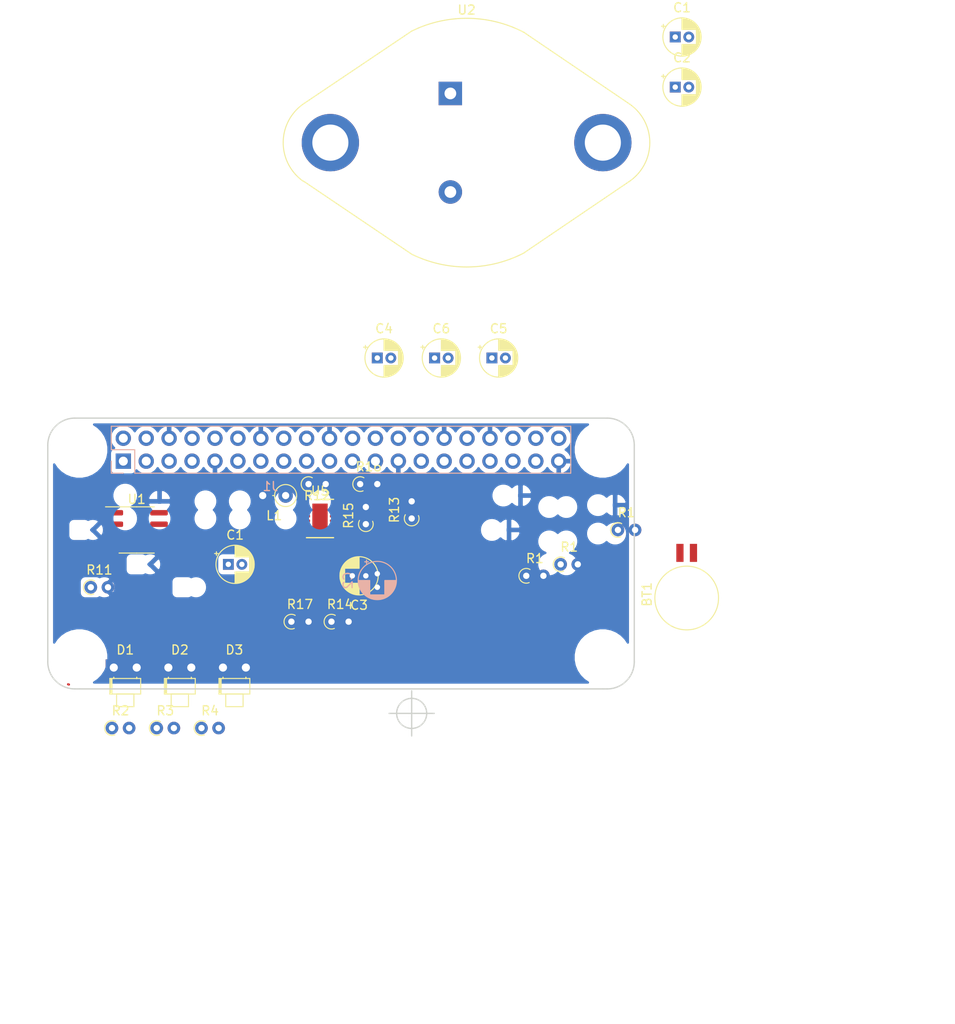
<source format=kicad_pcb>
(kicad_pcb (version 20171130) (host pcbnew "(5.1.9)-1")

  (general
    (thickness 1.6)
    (drawings 21)
    (tracks 2)
    (zones 0)
    (modules 34)
    (nets 53)
  )

  (page A4)
  (title_block
    (title "Raspberry Pi Zero (W) uHAT Template Board")
    (date 2019-02-28)
    (rev 1.0)
    (comment 1 "This PCB design is licensed under MIT Open Source License.")
  )

  (layers
    (0 F.Cu signal)
    (31 B.Cu signal)
    (32 B.Adhes user)
    (33 F.Adhes user)
    (34 B.Paste user)
    (35 F.Paste user)
    (36 B.SilkS user)
    (37 F.SilkS user)
    (38 B.Mask user)
    (39 F.Mask user)
    (40 Dwgs.User user)
    (41 Cmts.User user)
    (42 Eco1.User user)
    (43 Eco2.User user)
    (44 Edge.Cuts user)
    (45 Margin user)
    (46 B.CrtYd user)
    (47 F.CrtYd user)
    (48 B.Fab user hide)
    (49 F.Fab user hide)
  )

  (setup
    (last_trace_width 0.25)
    (trace_clearance 0.2)
    (zone_clearance 0.508)
    (zone_45_only no)
    (trace_min 0.2)
    (via_size 0.8)
    (via_drill 0.4)
    (via_min_size 0.4)
    (via_min_drill 0.3)
    (uvia_size 0.3)
    (uvia_drill 0.1)
    (uvias_allowed no)
    (uvia_min_size 0.2)
    (uvia_min_drill 0.1)
    (edge_width 0.15)
    (segment_width 0.2)
    (pcb_text_width 0.3)
    (pcb_text_size 1.5 1.5)
    (mod_edge_width 0.15)
    (mod_text_size 1 1)
    (mod_text_width 0.15)
    (pad_size 1.524 1.524)
    (pad_drill 0.762)
    (pad_to_mask_clearance 0.051)
    (solder_mask_min_width 0.25)
    (aux_axis_origin 0 0)
    (grid_origin 121.032 94.568)
    (visible_elements 7FFFFFFF)
    (pcbplotparams
      (layerselection 0x010fc_ffffffff)
      (usegerberextensions false)
      (usegerberattributes false)
      (usegerberadvancedattributes false)
      (creategerberjobfile false)
      (excludeedgelayer true)
      (linewidth 0.100000)
      (plotframeref false)
      (viasonmask false)
      (mode 1)
      (useauxorigin false)
      (hpglpennumber 1)
      (hpglpenspeed 20)
      (hpglpendiameter 15.000000)
      (psnegative false)
      (psa4output false)
      (plotreference true)
      (plotvalue true)
      (plotinvisibletext false)
      (padsonsilk false)
      (subtractmaskfromsilk false)
      (outputformat 1)
      (mirror false)
      (drillshape 1)
      (scaleselection 1)
      (outputdirectory ""))
  )

  (net 0 "")
  (net 1 +3V3)
  (net 2 /GPIO2_SDA1)
  (net 3 /GPIO3_SCL1)
  (net 4 GND)
  (net 5 /GPIO4_GPIO_GCLK)
  (net 6 /GPIO14_TXD0)
  (net 7 /GPIO15_RXD0)
  (net 8 /GPIO17_GEN0)
  (net 9 /GPIO18_GEN1)
  (net 10 /GPIO27_GEN2)
  (net 11 /GPIO22_GEN3)
  (net 12 /GPIO23_GEN4)
  (net 13 /GPIO24_GEN5)
  (net 14 /GPIO10_SPI_MOSI)
  (net 15 /GPIO9_SPI_MISO)
  (net 16 /GPIO25_GEN6)
  (net 17 /GPIO11_SPI_SCLK)
  (net 18 /GPIO8_SPI_CE0_N)
  (net 19 /GPIO7_SPI_CE1_N)
  (net 20 /ID_SD)
  (net 21 /ID_SC)
  (net 22 /GPIO5)
  (net 23 /GPIO6)
  (net 24 /GPIO12)
  (net 25 /GPIO13)
  (net 26 /GPIO19)
  (net 27 /GPIO16)
  (net 28 /GPIO26)
  (net 29 /GPIO20)
  (net 30 /GPIO21)
  (net 31 "Net-(U1-Pad5)")
  (net 32 "Net-(U1-Pad4)")
  (net 33 "Net-(R1-Pad1)")
  (net 34 "Net-(BT1-Pad1)")
  (net 35 "Net-(J1-Pad2)")
  (net 36 "Net-(J1-Pad4)")
  (net 37 "Net-(D1-Pad1)")
  (net 38 "Net-(D2-Pad1)")
  (net 39 +BATT)
  (net 40 "Net-(D3-Pad1)")
  (net 41 "Net-(C2-Pad1)")
  (net 42 "Net-(C3-Pad2)")
  (net 43 "Net-(C3-Pad1)")
  (net 44 "Net-(C4-Pad1)")
  (net 45 "Net-(C5-Pad1)")
  (net 46 /powerSupply/Out)
  (net 47 "Net-(L1-Pad2)")
  (net 48 "Net-(L1-Pad1)")
  (net 49 "Net-(R12-Pad1)")
  (net 50 "Net-(R14-Pad2)")
  (net 51 "Net-(U5-Pad13)")
  (net 52 Vo)

  (net_class Default "This is the default net class."
    (clearance 0.2)
    (trace_width 0.25)
    (via_dia 0.8)
    (via_drill 0.4)
    (uvia_dia 0.3)
    (uvia_drill 0.1)
    (add_net +3V3)
    (add_net +BATT)
    (add_net /GPIO10_SPI_MOSI)
    (add_net /GPIO11_SPI_SCLK)
    (add_net /GPIO12)
    (add_net /GPIO13)
    (add_net /GPIO14_TXD0)
    (add_net /GPIO15_RXD0)
    (add_net /GPIO16)
    (add_net /GPIO17_GEN0)
    (add_net /GPIO18_GEN1)
    (add_net /GPIO19)
    (add_net /GPIO20)
    (add_net /GPIO21)
    (add_net /GPIO22_GEN3)
    (add_net /GPIO23_GEN4)
    (add_net /GPIO24_GEN5)
    (add_net /GPIO25_GEN6)
    (add_net /GPIO26)
    (add_net /GPIO27_GEN2)
    (add_net /GPIO2_SDA1)
    (add_net /GPIO3_SCL1)
    (add_net /GPIO4_GPIO_GCLK)
    (add_net /GPIO5)
    (add_net /GPIO6)
    (add_net /GPIO7_SPI_CE1_N)
    (add_net /GPIO8_SPI_CE0_N)
    (add_net /GPIO9_SPI_MISO)
    (add_net /ID_SC)
    (add_net /ID_SD)
    (add_net /powerSupply/Out)
    (add_net GND)
    (add_net "Net-(BT1-Pad1)")
    (add_net "Net-(C2-Pad1)")
    (add_net "Net-(C3-Pad1)")
    (add_net "Net-(C3-Pad2)")
    (add_net "Net-(C4-Pad1)")
    (add_net "Net-(C5-Pad1)")
    (add_net "Net-(D1-Pad1)")
    (add_net "Net-(D2-Pad1)")
    (add_net "Net-(D3-Pad1)")
    (add_net "Net-(J1-Pad2)")
    (add_net "Net-(J1-Pad4)")
    (add_net "Net-(L1-Pad1)")
    (add_net "Net-(L1-Pad2)")
    (add_net "Net-(R1-Pad1)")
    (add_net "Net-(R12-Pad1)")
    (add_net "Net-(R14-Pad2)")
    (add_net "Net-(U1-Pad4)")
    (add_net "Net-(U1-Pad5)")
    (add_net "Net-(U5-Pad13)")
    (add_net Vo)
  )

  (module Package_TO_SOT_THT:TO-3 (layer F.Cu) (tedit 5A02FF81) (tstamp 60BEC109)
    (at 162.150528 55.101225)
    (descr "Transistor TO-3")
    (tags "TR TO-3 TO3 TO-204")
    (path /60BC177E/60C76E65)
    (fp_text reference U2 (at 1.8 -9.25) (layer F.SilkS)
      (effects (font (size 1 1) (thickness 0.15)))
    )
    (fp_text value L7805 (at 0 6.5) (layer F.Fab)
      (effects (font (size 1 1) (thickness 0.15)))
    )
    (fp_arc (start 16.9 5.45) (end 20 1) (angle 111.6) (layer F.CrtYd) (width 0.05))
    (fp_arc (start -13.3 5.45) (end -16.4 1) (angle -111.6) (layer F.CrtYd) (width 0.05))
    (fp_arc (start 1.8 5.45) (end -4.5 17.9) (angle -54) (layer F.CrtYd) (width 0.05))
    (fp_arc (start 1.8 5.45) (end -4.5 -7) (angle 54) (layer F.CrtYd) (width 0.05))
    (fp_arc (start 16.9 5.45) (end 19.9 1.2) (angle 111.6) (layer F.SilkS) (width 0.12))
    (fp_arc (start -13.3 5.45) (end -16.2 1.1) (angle -111.6) (layer F.SilkS) (width 0.12))
    (fp_arc (start 1.8 5.45) (end -4.3 17.8) (angle -54) (layer F.SilkS) (width 0.12))
    (fp_arc (start 1.8 5.45) (end -4.3 -6.9) (angle 54) (layer F.SilkS) (width 0.12))
    (fp_arc (start 16.9 5.45) (end 19.71 1.32) (angle 111.6) (layer F.Fab) (width 0.1))
    (fp_arc (start -13.3 5.45) (end -16.11 1.32) (angle -111.6) (layer F.Fab) (width 0.1))
    (fp_arc (start 1.8 5.45) (end -4.38 17.57) (angle -54) (layer F.Fab) (width 0.1))
    (fp_arc (start 1.8 5.45) (end -4.38 -6.67) (angle 54) (layer F.Fab) (width 0.1))
    (fp_text user %R (at 0 4.25) (layer F.Fab)
      (effects (font (size 1 1) (thickness 0.15)))
    )
    (fp_line (start -4.38 -6.67) (end -16.11 1.32) (layer F.Fab) (width 0.1))
    (fp_line (start -4.38 17.57) (end -16.11 9.58) (layer F.Fab) (width 0.1))
    (fp_line (start 7.98 -6.67) (end 19.71 1.32) (layer F.Fab) (width 0.1))
    (fp_line (start 7.98 17.56) (end 19.71 9.58) (layer F.Fab) (width 0.1))
    (fp_line (start -4.3 -6.9) (end -16.2 1.1) (layer F.SilkS) (width 0.12))
    (fp_line (start -4.3 17.8) (end -16.3 9.7) (layer F.SilkS) (width 0.12))
    (fp_line (start 8.1 -6.8) (end 19.9 1.2) (layer F.SilkS) (width 0.12))
    (fp_line (start 8.1 17.7) (end 19.9 9.7) (layer F.SilkS) (width 0.12))
    (fp_line (start -4.5 -7) (end -16.4 1) (layer F.CrtYd) (width 0.05))
    (fp_line (start -4.5 17.9) (end -16.4 9.9) (layer F.CrtYd) (width 0.05))
    (fp_line (start 8.1 -7) (end 20 1) (layer F.CrtYd) (width 0.05))
    (fp_line (start 8.1 17.9) (end 20 9.9) (layer F.CrtYd) (width 0.05))
    (fp_circle (center 1.8 5.45) (end 11.8 5.45) (layer F.Fab) (width 0.1))
    (fp_circle (center -13.3 5.45) (end -15.3 5.45) (layer F.Fab) (width 0.1))
    (fp_circle (center 16.9 5.45) (end 18.9 5.45) (layer F.Fab) (width 0.1))
    (pad 3 thru_hole circle (at 16.9 5.45) (size 6.35 6.35) (drill 4) (layers *.Cu *.Mask)
      (net 52 Vo))
    (pad 3 thru_hole circle (at -13.3 5.45) (size 6.35 6.35) (drill 4) (layers *.Cu *.Mask)
      (net 52 Vo))
    (pad 2 thru_hole circle (at 0 10.92) (size 2.6 2.6) (drill 1.3) (layers *.Cu *.Mask)
      (net 4 GND))
    (pad 1 thru_hole rect (at 0 0) (size 2.6 2.6) (drill 1.3) (layers *.Cu *.Mask)
      (net 39 +BATT))
    (model ${KISYS3DMOD}/Package_TO_SOT_THT.3dshapes/TO-3.wrl
      (at (xyz 0 0 0))
      (scale (xyz 1 1 1))
      (rotate (xyz 0 0 0))
    )
  )

  (module Capacitor_THT:CP_Radial_D4.0mm_P1.50mm (layer F.Cu) (tedit 5AE50EF0) (tstamp 60BEBE63)
    (at 187.072 54.398)
    (descr "CP, Radial series, Radial, pin pitch=1.50mm, , diameter=4mm, Electrolytic Capacitor")
    (tags "CP Radial series Radial pin pitch 1.50mm  diameter 4mm Electrolytic Capacitor")
    (path /60BC177E/60C79E48)
    (fp_text reference C2 (at 0.75 -3.25) (layer F.SilkS)
      (effects (font (size 1 1) (thickness 0.15)))
    )
    (fp_text value 1u (at 0.75 3.25) (layer F.Fab)
      (effects (font (size 1 1) (thickness 0.15)))
    )
    (fp_text user %R (at 0.75 0) (layer F.Fab)
      (effects (font (size 0.8 0.8) (thickness 0.12)))
    )
    (fp_circle (center 0.75 0) (end 2.75 0) (layer F.Fab) (width 0.1))
    (fp_circle (center 0.75 0) (end 2.87 0) (layer F.SilkS) (width 0.12))
    (fp_circle (center 0.75 0) (end 3 0) (layer F.CrtYd) (width 0.05))
    (fp_line (start -0.952554 -0.8675) (end -0.552554 -0.8675) (layer F.Fab) (width 0.1))
    (fp_line (start -0.752554 -1.0675) (end -0.752554 -0.6675) (layer F.Fab) (width 0.1))
    (fp_line (start 0.75 0.84) (end 0.75 2.08) (layer F.SilkS) (width 0.12))
    (fp_line (start 0.75 -2.08) (end 0.75 -0.84) (layer F.SilkS) (width 0.12))
    (fp_line (start 0.79 0.84) (end 0.79 2.08) (layer F.SilkS) (width 0.12))
    (fp_line (start 0.79 -2.08) (end 0.79 -0.84) (layer F.SilkS) (width 0.12))
    (fp_line (start 0.83 0.84) (end 0.83 2.079) (layer F.SilkS) (width 0.12))
    (fp_line (start 0.83 -2.079) (end 0.83 -0.84) (layer F.SilkS) (width 0.12))
    (fp_line (start 0.87 -2.077) (end 0.87 -0.84) (layer F.SilkS) (width 0.12))
    (fp_line (start 0.87 0.84) (end 0.87 2.077) (layer F.SilkS) (width 0.12))
    (fp_line (start 0.91 -2.074) (end 0.91 -0.84) (layer F.SilkS) (width 0.12))
    (fp_line (start 0.91 0.84) (end 0.91 2.074) (layer F.SilkS) (width 0.12))
    (fp_line (start 0.95 -2.071) (end 0.95 -0.84) (layer F.SilkS) (width 0.12))
    (fp_line (start 0.95 0.84) (end 0.95 2.071) (layer F.SilkS) (width 0.12))
    (fp_line (start 0.99 -2.067) (end 0.99 -0.84) (layer F.SilkS) (width 0.12))
    (fp_line (start 0.99 0.84) (end 0.99 2.067) (layer F.SilkS) (width 0.12))
    (fp_line (start 1.03 -2.062) (end 1.03 -0.84) (layer F.SilkS) (width 0.12))
    (fp_line (start 1.03 0.84) (end 1.03 2.062) (layer F.SilkS) (width 0.12))
    (fp_line (start 1.07 -2.056) (end 1.07 -0.84) (layer F.SilkS) (width 0.12))
    (fp_line (start 1.07 0.84) (end 1.07 2.056) (layer F.SilkS) (width 0.12))
    (fp_line (start 1.11 -2.05) (end 1.11 -0.84) (layer F.SilkS) (width 0.12))
    (fp_line (start 1.11 0.84) (end 1.11 2.05) (layer F.SilkS) (width 0.12))
    (fp_line (start 1.15 -2.042) (end 1.15 -0.84) (layer F.SilkS) (width 0.12))
    (fp_line (start 1.15 0.84) (end 1.15 2.042) (layer F.SilkS) (width 0.12))
    (fp_line (start 1.19 -2.034) (end 1.19 -0.84) (layer F.SilkS) (width 0.12))
    (fp_line (start 1.19 0.84) (end 1.19 2.034) (layer F.SilkS) (width 0.12))
    (fp_line (start 1.23 -2.025) (end 1.23 -0.84) (layer F.SilkS) (width 0.12))
    (fp_line (start 1.23 0.84) (end 1.23 2.025) (layer F.SilkS) (width 0.12))
    (fp_line (start 1.27 -2.016) (end 1.27 -0.84) (layer F.SilkS) (width 0.12))
    (fp_line (start 1.27 0.84) (end 1.27 2.016) (layer F.SilkS) (width 0.12))
    (fp_line (start 1.31 -2.005) (end 1.31 -0.84) (layer F.SilkS) (width 0.12))
    (fp_line (start 1.31 0.84) (end 1.31 2.005) (layer F.SilkS) (width 0.12))
    (fp_line (start 1.35 -1.994) (end 1.35 -0.84) (layer F.SilkS) (width 0.12))
    (fp_line (start 1.35 0.84) (end 1.35 1.994) (layer F.SilkS) (width 0.12))
    (fp_line (start 1.39 -1.982) (end 1.39 -0.84) (layer F.SilkS) (width 0.12))
    (fp_line (start 1.39 0.84) (end 1.39 1.982) (layer F.SilkS) (width 0.12))
    (fp_line (start 1.43 -1.968) (end 1.43 -0.84) (layer F.SilkS) (width 0.12))
    (fp_line (start 1.43 0.84) (end 1.43 1.968) (layer F.SilkS) (width 0.12))
    (fp_line (start 1.471 -1.954) (end 1.471 -0.84) (layer F.SilkS) (width 0.12))
    (fp_line (start 1.471 0.84) (end 1.471 1.954) (layer F.SilkS) (width 0.12))
    (fp_line (start 1.511 -1.94) (end 1.511 -0.84) (layer F.SilkS) (width 0.12))
    (fp_line (start 1.511 0.84) (end 1.511 1.94) (layer F.SilkS) (width 0.12))
    (fp_line (start 1.551 -1.924) (end 1.551 -0.84) (layer F.SilkS) (width 0.12))
    (fp_line (start 1.551 0.84) (end 1.551 1.924) (layer F.SilkS) (width 0.12))
    (fp_line (start 1.591 -1.907) (end 1.591 -0.84) (layer F.SilkS) (width 0.12))
    (fp_line (start 1.591 0.84) (end 1.591 1.907) (layer F.SilkS) (width 0.12))
    (fp_line (start 1.631 -1.889) (end 1.631 -0.84) (layer F.SilkS) (width 0.12))
    (fp_line (start 1.631 0.84) (end 1.631 1.889) (layer F.SilkS) (width 0.12))
    (fp_line (start 1.671 -1.87) (end 1.671 -0.84) (layer F.SilkS) (width 0.12))
    (fp_line (start 1.671 0.84) (end 1.671 1.87) (layer F.SilkS) (width 0.12))
    (fp_line (start 1.711 -1.851) (end 1.711 -0.84) (layer F.SilkS) (width 0.12))
    (fp_line (start 1.711 0.84) (end 1.711 1.851) (layer F.SilkS) (width 0.12))
    (fp_line (start 1.751 -1.83) (end 1.751 -0.84) (layer F.SilkS) (width 0.12))
    (fp_line (start 1.751 0.84) (end 1.751 1.83) (layer F.SilkS) (width 0.12))
    (fp_line (start 1.791 -1.808) (end 1.791 -0.84) (layer F.SilkS) (width 0.12))
    (fp_line (start 1.791 0.84) (end 1.791 1.808) (layer F.SilkS) (width 0.12))
    (fp_line (start 1.831 -1.785) (end 1.831 -0.84) (layer F.SilkS) (width 0.12))
    (fp_line (start 1.831 0.84) (end 1.831 1.785) (layer F.SilkS) (width 0.12))
    (fp_line (start 1.871 -1.76) (end 1.871 -0.84) (layer F.SilkS) (width 0.12))
    (fp_line (start 1.871 0.84) (end 1.871 1.76) (layer F.SilkS) (width 0.12))
    (fp_line (start 1.911 -1.735) (end 1.911 -0.84) (layer F.SilkS) (width 0.12))
    (fp_line (start 1.911 0.84) (end 1.911 1.735) (layer F.SilkS) (width 0.12))
    (fp_line (start 1.951 -1.708) (end 1.951 -0.84) (layer F.SilkS) (width 0.12))
    (fp_line (start 1.951 0.84) (end 1.951 1.708) (layer F.SilkS) (width 0.12))
    (fp_line (start 1.991 -1.68) (end 1.991 -0.84) (layer F.SilkS) (width 0.12))
    (fp_line (start 1.991 0.84) (end 1.991 1.68) (layer F.SilkS) (width 0.12))
    (fp_line (start 2.031 -1.65) (end 2.031 -0.84) (layer F.SilkS) (width 0.12))
    (fp_line (start 2.031 0.84) (end 2.031 1.65) (layer F.SilkS) (width 0.12))
    (fp_line (start 2.071 -1.619) (end 2.071 -0.84) (layer F.SilkS) (width 0.12))
    (fp_line (start 2.071 0.84) (end 2.071 1.619) (layer F.SilkS) (width 0.12))
    (fp_line (start 2.111 -1.587) (end 2.111 -0.84) (layer F.SilkS) (width 0.12))
    (fp_line (start 2.111 0.84) (end 2.111 1.587) (layer F.SilkS) (width 0.12))
    (fp_line (start 2.151 -1.552) (end 2.151 -0.84) (layer F.SilkS) (width 0.12))
    (fp_line (start 2.151 0.84) (end 2.151 1.552) (layer F.SilkS) (width 0.12))
    (fp_line (start 2.191 -1.516) (end 2.191 -0.84) (layer F.SilkS) (width 0.12))
    (fp_line (start 2.191 0.84) (end 2.191 1.516) (layer F.SilkS) (width 0.12))
    (fp_line (start 2.231 -1.478) (end 2.231 -0.84) (layer F.SilkS) (width 0.12))
    (fp_line (start 2.231 0.84) (end 2.231 1.478) (layer F.SilkS) (width 0.12))
    (fp_line (start 2.271 -1.438) (end 2.271 -0.84) (layer F.SilkS) (width 0.12))
    (fp_line (start 2.271 0.84) (end 2.271 1.438) (layer F.SilkS) (width 0.12))
    (fp_line (start 2.311 -1.396) (end 2.311 -0.84) (layer F.SilkS) (width 0.12))
    (fp_line (start 2.311 0.84) (end 2.311 1.396) (layer F.SilkS) (width 0.12))
    (fp_line (start 2.351 -1.351) (end 2.351 1.351) (layer F.SilkS) (width 0.12))
    (fp_line (start 2.391 -1.304) (end 2.391 1.304) (layer F.SilkS) (width 0.12))
    (fp_line (start 2.431 -1.254) (end 2.431 1.254) (layer F.SilkS) (width 0.12))
    (fp_line (start 2.471 -1.2) (end 2.471 1.2) (layer F.SilkS) (width 0.12))
    (fp_line (start 2.511 -1.142) (end 2.511 1.142) (layer F.SilkS) (width 0.12))
    (fp_line (start 2.551 -1.08) (end 2.551 1.08) (layer F.SilkS) (width 0.12))
    (fp_line (start 2.591 -1.013) (end 2.591 1.013) (layer F.SilkS) (width 0.12))
    (fp_line (start 2.631 -0.94) (end 2.631 0.94) (layer F.SilkS) (width 0.12))
    (fp_line (start 2.671 -0.859) (end 2.671 0.859) (layer F.SilkS) (width 0.12))
    (fp_line (start 2.711 -0.768) (end 2.711 0.768) (layer F.SilkS) (width 0.12))
    (fp_line (start 2.751 -0.664) (end 2.751 0.664) (layer F.SilkS) (width 0.12))
    (fp_line (start 2.791 -0.537) (end 2.791 0.537) (layer F.SilkS) (width 0.12))
    (fp_line (start 2.831 -0.37) (end 2.831 0.37) (layer F.SilkS) (width 0.12))
    (fp_line (start -1.519801 -1.195) (end -1.119801 -1.195) (layer F.SilkS) (width 0.12))
    (fp_line (start -1.319801 -1.395) (end -1.319801 -0.995) (layer F.SilkS) (width 0.12))
    (pad 2 thru_hole circle (at 1.5 0) (size 1.2 1.2) (drill 0.6) (layers *.Cu *.Mask)
      (net 4 GND))
    (pad 1 thru_hole rect (at 0 0) (size 1.2 1.2) (drill 0.6) (layers *.Cu *.Mask)
      (net 52 Vo))
    (model ${KISYS3DMOD}/Capacitor_THT.3dshapes/CP_Radial_D4.0mm_P1.50mm.wrl
      (at (xyz 0 0 0))
      (scale (xyz 1 1 1))
      (rotate (xyz 0 0 0))
    )
  )

  (module Capacitor_THT:CP_Radial_D4.0mm_P1.50mm (layer F.Cu) (tedit 5AE50EF0) (tstamp 60BEBDF8)
    (at 187.072 48.848)
    (descr "CP, Radial series, Radial, pin pitch=1.50mm, , diameter=4mm, Electrolytic Capacitor")
    (tags "CP Radial series Radial pin pitch 1.50mm  diameter 4mm Electrolytic Capacitor")
    (path /60BC177E/60C78DAB)
    (fp_text reference C1 (at 0.75 -3.25) (layer F.SilkS)
      (effects (font (size 1 1) (thickness 0.15)))
    )
    (fp_text value 10u (at 0.75 3.25) (layer F.Fab)
      (effects (font (size 1 1) (thickness 0.15)))
    )
    (fp_text user %R (at 0.75 0) (layer F.Fab)
      (effects (font (size 0.8 0.8) (thickness 0.12)))
    )
    (fp_circle (center 0.75 0) (end 2.75 0) (layer F.Fab) (width 0.1))
    (fp_circle (center 0.75 0) (end 2.87 0) (layer F.SilkS) (width 0.12))
    (fp_circle (center 0.75 0) (end 3 0) (layer F.CrtYd) (width 0.05))
    (fp_line (start -0.952554 -0.8675) (end -0.552554 -0.8675) (layer F.Fab) (width 0.1))
    (fp_line (start -0.752554 -1.0675) (end -0.752554 -0.6675) (layer F.Fab) (width 0.1))
    (fp_line (start 0.75 0.84) (end 0.75 2.08) (layer F.SilkS) (width 0.12))
    (fp_line (start 0.75 -2.08) (end 0.75 -0.84) (layer F.SilkS) (width 0.12))
    (fp_line (start 0.79 0.84) (end 0.79 2.08) (layer F.SilkS) (width 0.12))
    (fp_line (start 0.79 -2.08) (end 0.79 -0.84) (layer F.SilkS) (width 0.12))
    (fp_line (start 0.83 0.84) (end 0.83 2.079) (layer F.SilkS) (width 0.12))
    (fp_line (start 0.83 -2.079) (end 0.83 -0.84) (layer F.SilkS) (width 0.12))
    (fp_line (start 0.87 -2.077) (end 0.87 -0.84) (layer F.SilkS) (width 0.12))
    (fp_line (start 0.87 0.84) (end 0.87 2.077) (layer F.SilkS) (width 0.12))
    (fp_line (start 0.91 -2.074) (end 0.91 -0.84) (layer F.SilkS) (width 0.12))
    (fp_line (start 0.91 0.84) (end 0.91 2.074) (layer F.SilkS) (width 0.12))
    (fp_line (start 0.95 -2.071) (end 0.95 -0.84) (layer F.SilkS) (width 0.12))
    (fp_line (start 0.95 0.84) (end 0.95 2.071) (layer F.SilkS) (width 0.12))
    (fp_line (start 0.99 -2.067) (end 0.99 -0.84) (layer F.SilkS) (width 0.12))
    (fp_line (start 0.99 0.84) (end 0.99 2.067) (layer F.SilkS) (width 0.12))
    (fp_line (start 1.03 -2.062) (end 1.03 -0.84) (layer F.SilkS) (width 0.12))
    (fp_line (start 1.03 0.84) (end 1.03 2.062) (layer F.SilkS) (width 0.12))
    (fp_line (start 1.07 -2.056) (end 1.07 -0.84) (layer F.SilkS) (width 0.12))
    (fp_line (start 1.07 0.84) (end 1.07 2.056) (layer F.SilkS) (width 0.12))
    (fp_line (start 1.11 -2.05) (end 1.11 -0.84) (layer F.SilkS) (width 0.12))
    (fp_line (start 1.11 0.84) (end 1.11 2.05) (layer F.SilkS) (width 0.12))
    (fp_line (start 1.15 -2.042) (end 1.15 -0.84) (layer F.SilkS) (width 0.12))
    (fp_line (start 1.15 0.84) (end 1.15 2.042) (layer F.SilkS) (width 0.12))
    (fp_line (start 1.19 -2.034) (end 1.19 -0.84) (layer F.SilkS) (width 0.12))
    (fp_line (start 1.19 0.84) (end 1.19 2.034) (layer F.SilkS) (width 0.12))
    (fp_line (start 1.23 -2.025) (end 1.23 -0.84) (layer F.SilkS) (width 0.12))
    (fp_line (start 1.23 0.84) (end 1.23 2.025) (layer F.SilkS) (width 0.12))
    (fp_line (start 1.27 -2.016) (end 1.27 -0.84) (layer F.SilkS) (width 0.12))
    (fp_line (start 1.27 0.84) (end 1.27 2.016) (layer F.SilkS) (width 0.12))
    (fp_line (start 1.31 -2.005) (end 1.31 -0.84) (layer F.SilkS) (width 0.12))
    (fp_line (start 1.31 0.84) (end 1.31 2.005) (layer F.SilkS) (width 0.12))
    (fp_line (start 1.35 -1.994) (end 1.35 -0.84) (layer F.SilkS) (width 0.12))
    (fp_line (start 1.35 0.84) (end 1.35 1.994) (layer F.SilkS) (width 0.12))
    (fp_line (start 1.39 -1.982) (end 1.39 -0.84) (layer F.SilkS) (width 0.12))
    (fp_line (start 1.39 0.84) (end 1.39 1.982) (layer F.SilkS) (width 0.12))
    (fp_line (start 1.43 -1.968) (end 1.43 -0.84) (layer F.SilkS) (width 0.12))
    (fp_line (start 1.43 0.84) (end 1.43 1.968) (layer F.SilkS) (width 0.12))
    (fp_line (start 1.471 -1.954) (end 1.471 -0.84) (layer F.SilkS) (width 0.12))
    (fp_line (start 1.471 0.84) (end 1.471 1.954) (layer F.SilkS) (width 0.12))
    (fp_line (start 1.511 -1.94) (end 1.511 -0.84) (layer F.SilkS) (width 0.12))
    (fp_line (start 1.511 0.84) (end 1.511 1.94) (layer F.SilkS) (width 0.12))
    (fp_line (start 1.551 -1.924) (end 1.551 -0.84) (layer F.SilkS) (width 0.12))
    (fp_line (start 1.551 0.84) (end 1.551 1.924) (layer F.SilkS) (width 0.12))
    (fp_line (start 1.591 -1.907) (end 1.591 -0.84) (layer F.SilkS) (width 0.12))
    (fp_line (start 1.591 0.84) (end 1.591 1.907) (layer F.SilkS) (width 0.12))
    (fp_line (start 1.631 -1.889) (end 1.631 -0.84) (layer F.SilkS) (width 0.12))
    (fp_line (start 1.631 0.84) (end 1.631 1.889) (layer F.SilkS) (width 0.12))
    (fp_line (start 1.671 -1.87) (end 1.671 -0.84) (layer F.SilkS) (width 0.12))
    (fp_line (start 1.671 0.84) (end 1.671 1.87) (layer F.SilkS) (width 0.12))
    (fp_line (start 1.711 -1.851) (end 1.711 -0.84) (layer F.SilkS) (width 0.12))
    (fp_line (start 1.711 0.84) (end 1.711 1.851) (layer F.SilkS) (width 0.12))
    (fp_line (start 1.751 -1.83) (end 1.751 -0.84) (layer F.SilkS) (width 0.12))
    (fp_line (start 1.751 0.84) (end 1.751 1.83) (layer F.SilkS) (width 0.12))
    (fp_line (start 1.791 -1.808) (end 1.791 -0.84) (layer F.SilkS) (width 0.12))
    (fp_line (start 1.791 0.84) (end 1.791 1.808) (layer F.SilkS) (width 0.12))
    (fp_line (start 1.831 -1.785) (end 1.831 -0.84) (layer F.SilkS) (width 0.12))
    (fp_line (start 1.831 0.84) (end 1.831 1.785) (layer F.SilkS) (width 0.12))
    (fp_line (start 1.871 -1.76) (end 1.871 -0.84) (layer F.SilkS) (width 0.12))
    (fp_line (start 1.871 0.84) (end 1.871 1.76) (layer F.SilkS) (width 0.12))
    (fp_line (start 1.911 -1.735) (end 1.911 -0.84) (layer F.SilkS) (width 0.12))
    (fp_line (start 1.911 0.84) (end 1.911 1.735) (layer F.SilkS) (width 0.12))
    (fp_line (start 1.951 -1.708) (end 1.951 -0.84) (layer F.SilkS) (width 0.12))
    (fp_line (start 1.951 0.84) (end 1.951 1.708) (layer F.SilkS) (width 0.12))
    (fp_line (start 1.991 -1.68) (end 1.991 -0.84) (layer F.SilkS) (width 0.12))
    (fp_line (start 1.991 0.84) (end 1.991 1.68) (layer F.SilkS) (width 0.12))
    (fp_line (start 2.031 -1.65) (end 2.031 -0.84) (layer F.SilkS) (width 0.12))
    (fp_line (start 2.031 0.84) (end 2.031 1.65) (layer F.SilkS) (width 0.12))
    (fp_line (start 2.071 -1.619) (end 2.071 -0.84) (layer F.SilkS) (width 0.12))
    (fp_line (start 2.071 0.84) (end 2.071 1.619) (layer F.SilkS) (width 0.12))
    (fp_line (start 2.111 -1.587) (end 2.111 -0.84) (layer F.SilkS) (width 0.12))
    (fp_line (start 2.111 0.84) (end 2.111 1.587) (layer F.SilkS) (width 0.12))
    (fp_line (start 2.151 -1.552) (end 2.151 -0.84) (layer F.SilkS) (width 0.12))
    (fp_line (start 2.151 0.84) (end 2.151 1.552) (layer F.SilkS) (width 0.12))
    (fp_line (start 2.191 -1.516) (end 2.191 -0.84) (layer F.SilkS) (width 0.12))
    (fp_line (start 2.191 0.84) (end 2.191 1.516) (layer F.SilkS) (width 0.12))
    (fp_line (start 2.231 -1.478) (end 2.231 -0.84) (layer F.SilkS) (width 0.12))
    (fp_line (start 2.231 0.84) (end 2.231 1.478) (layer F.SilkS) (width 0.12))
    (fp_line (start 2.271 -1.438) (end 2.271 -0.84) (layer F.SilkS) (width 0.12))
    (fp_line (start 2.271 0.84) (end 2.271 1.438) (layer F.SilkS) (width 0.12))
    (fp_line (start 2.311 -1.396) (end 2.311 -0.84) (layer F.SilkS) (width 0.12))
    (fp_line (start 2.311 0.84) (end 2.311 1.396) (layer F.SilkS) (width 0.12))
    (fp_line (start 2.351 -1.351) (end 2.351 1.351) (layer F.SilkS) (width 0.12))
    (fp_line (start 2.391 -1.304) (end 2.391 1.304) (layer F.SilkS) (width 0.12))
    (fp_line (start 2.431 -1.254) (end 2.431 1.254) (layer F.SilkS) (width 0.12))
    (fp_line (start 2.471 -1.2) (end 2.471 1.2) (layer F.SilkS) (width 0.12))
    (fp_line (start 2.511 -1.142) (end 2.511 1.142) (layer F.SilkS) (width 0.12))
    (fp_line (start 2.551 -1.08) (end 2.551 1.08) (layer F.SilkS) (width 0.12))
    (fp_line (start 2.591 -1.013) (end 2.591 1.013) (layer F.SilkS) (width 0.12))
    (fp_line (start 2.631 -0.94) (end 2.631 0.94) (layer F.SilkS) (width 0.12))
    (fp_line (start 2.671 -0.859) (end 2.671 0.859) (layer F.SilkS) (width 0.12))
    (fp_line (start 2.711 -0.768) (end 2.711 0.768) (layer F.SilkS) (width 0.12))
    (fp_line (start 2.751 -0.664) (end 2.751 0.664) (layer F.SilkS) (width 0.12))
    (fp_line (start 2.791 -0.537) (end 2.791 0.537) (layer F.SilkS) (width 0.12))
    (fp_line (start 2.831 -0.37) (end 2.831 0.37) (layer F.SilkS) (width 0.12))
    (fp_line (start -1.519801 -1.195) (end -1.119801 -1.195) (layer F.SilkS) (width 0.12))
    (fp_line (start -1.319801 -1.395) (end -1.319801 -0.995) (layer F.SilkS) (width 0.12))
    (pad 2 thru_hole circle (at 1.5 0) (size 1.2 1.2) (drill 0.6) (layers *.Cu *.Mask)
      (net 39 +BATT))
    (pad 1 thru_hole rect (at 0 0) (size 1.2 1.2) (drill 0.6) (layers *.Cu *.Mask)
      (net 4 GND))
    (model ${KISYS3DMOD}/Capacitor_THT.3dshapes/CP_Radial_D4.0mm_P1.50mm.wrl
      (at (xyz 0 0 0))
      (scale (xyz 1 1 1))
      (rotate (xyz 0 0 0))
    )
  )

  (module Resistor_THT:R_Axial_DIN0204_L3.6mm_D1.6mm_P1.90mm_Vertical (layer F.Cu) (tedit 5AE5139B) (tstamp 60BE46C5)
    (at 134.567001 125.403001)
    (descr "Resistor, Axial_DIN0204 series, Axial, Vertical, pin pitch=1.9mm, 0.167W, length*diameter=3.6*1.6mm^2, http://cdn-reichelt.de/documents/datenblatt/B400/1_4W%23YAG.pdf")
    (tags "Resistor Axial_DIN0204 series Axial Vertical pin pitch 1.9mm 0.167W length 3.6mm diameter 1.6mm")
    (path /60C112CF/60C69BA0)
    (fp_text reference R4 (at 0.95 -1.92) (layer F.SilkS)
      (effects (font (size 1 1) (thickness 0.15)))
    )
    (fp_text value 1k (at 0.95 1.92) (layer F.Fab)
      (effects (font (size 1 1) (thickness 0.15)))
    )
    (fp_text user %R (at 0.95 -1.92) (layer F.Fab)
      (effects (font (size 1 1) (thickness 0.15)))
    )
    (fp_arc (start 0 0) (end 0.417133 -0.7) (angle -233.92106) (layer F.SilkS) (width 0.12))
    (fp_circle (center 0 0) (end 0.8 0) (layer F.Fab) (width 0.1))
    (fp_line (start 0 0) (end 1.9 0) (layer F.Fab) (width 0.1))
    (fp_line (start -1.05 -1.05) (end -1.05 1.05) (layer F.CrtYd) (width 0.05))
    (fp_line (start -1.05 1.05) (end 2.86 1.05) (layer F.CrtYd) (width 0.05))
    (fp_line (start 2.86 1.05) (end 2.86 -1.05) (layer F.CrtYd) (width 0.05))
    (fp_line (start 2.86 -1.05) (end -1.05 -1.05) (layer F.CrtYd) (width 0.05))
    (pad 2 thru_hole oval (at 1.9 0) (size 1.4 1.4) (drill 0.7) (layers *.Cu *.Mask)
      (net 4 GND))
    (pad 1 thru_hole circle (at 0 0) (size 1.4 1.4) (drill 0.7) (layers *.Cu *.Mask)
      (net 40 "Net-(D3-Pad1)"))
    (model ${KISYS3DMOD}/Resistor_THT.3dshapes/R_Axial_DIN0204_L3.6mm_D1.6mm_P1.90mm_Vertical.wrl
      (at (xyz 0 0 0))
      (scale (xyz 1 1 1))
      (rotate (xyz 0 0 0))
    )
  )

  (module Resistor_THT:R_Axial_DIN0204_L3.6mm_D1.6mm_P1.90mm_Vertical (layer F.Cu) (tedit 5AE5139B) (tstamp 60BE46B7)
    (at 129.607001 125.403001)
    (descr "Resistor, Axial_DIN0204 series, Axial, Vertical, pin pitch=1.9mm, 0.167W, length*diameter=3.6*1.6mm^2, http://cdn-reichelt.de/documents/datenblatt/B400/1_4W%23YAG.pdf")
    (tags "Resistor Axial_DIN0204 series Axial Vertical pin pitch 1.9mm 0.167W length 3.6mm diameter 1.6mm")
    (path /60C112CF/60C6936F)
    (fp_text reference R3 (at 0.95 -1.92) (layer F.SilkS)
      (effects (font (size 1 1) (thickness 0.15)))
    )
    (fp_text value 1k (at 0.95 1.92) (layer F.Fab)
      (effects (font (size 1 1) (thickness 0.15)))
    )
    (fp_text user %R (at 0.95 -1.92) (layer F.Fab)
      (effects (font (size 1 1) (thickness 0.15)))
    )
    (fp_arc (start 0 0) (end 0.417133 -0.7) (angle -233.92106) (layer F.SilkS) (width 0.12))
    (fp_circle (center 0 0) (end 0.8 0) (layer F.Fab) (width 0.1))
    (fp_line (start 0 0) (end 1.9 0) (layer F.Fab) (width 0.1))
    (fp_line (start -1.05 -1.05) (end -1.05 1.05) (layer F.CrtYd) (width 0.05))
    (fp_line (start -1.05 1.05) (end 2.86 1.05) (layer F.CrtYd) (width 0.05))
    (fp_line (start 2.86 1.05) (end 2.86 -1.05) (layer F.CrtYd) (width 0.05))
    (fp_line (start 2.86 -1.05) (end -1.05 -1.05) (layer F.CrtYd) (width 0.05))
    (pad 2 thru_hole oval (at 1.9 0) (size 1.4 1.4) (drill 0.7) (layers *.Cu *.Mask)
      (net 4 GND))
    (pad 1 thru_hole circle (at 0 0) (size 1.4 1.4) (drill 0.7) (layers *.Cu *.Mask)
      (net 38 "Net-(D2-Pad1)"))
    (model ${KISYS3DMOD}/Resistor_THT.3dshapes/R_Axial_DIN0204_L3.6mm_D1.6mm_P1.90mm_Vertical.wrl
      (at (xyz 0 0 0))
      (scale (xyz 1 1 1))
      (rotate (xyz 0 0 0))
    )
  )

  (module Resistor_THT:R_Axial_DIN0204_L3.6mm_D1.6mm_P1.90mm_Vertical (layer F.Cu) (tedit 5AE5139B) (tstamp 60BE46A9)
    (at 124.647001 125.403001)
    (descr "Resistor, Axial_DIN0204 series, Axial, Vertical, pin pitch=1.9mm, 0.167W, length*diameter=3.6*1.6mm^2, http://cdn-reichelt.de/documents/datenblatt/B400/1_4W%23YAG.pdf")
    (tags "Resistor Axial_DIN0204 series Axial Vertical pin pitch 1.9mm 0.167W length 3.6mm diameter 1.6mm")
    (path /60C112CF/60C6824F)
    (fp_text reference R2 (at 0.95 -1.92) (layer F.SilkS)
      (effects (font (size 1 1) (thickness 0.15)))
    )
    (fp_text value 1k (at 0.95 1.92) (layer F.Fab)
      (effects (font (size 1 1) (thickness 0.15)))
    )
    (fp_text user %R (at 0.95 -1.92) (layer F.Fab)
      (effects (font (size 1 1) (thickness 0.15)))
    )
    (fp_arc (start 0 0) (end 0.417133 -0.7) (angle -233.92106) (layer F.SilkS) (width 0.12))
    (fp_circle (center 0 0) (end 0.8 0) (layer F.Fab) (width 0.1))
    (fp_line (start 0 0) (end 1.9 0) (layer F.Fab) (width 0.1))
    (fp_line (start -1.05 -1.05) (end -1.05 1.05) (layer F.CrtYd) (width 0.05))
    (fp_line (start -1.05 1.05) (end 2.86 1.05) (layer F.CrtYd) (width 0.05))
    (fp_line (start 2.86 1.05) (end 2.86 -1.05) (layer F.CrtYd) (width 0.05))
    (fp_line (start 2.86 -1.05) (end -1.05 -1.05) (layer F.CrtYd) (width 0.05))
    (pad 2 thru_hole oval (at 1.9 0) (size 1.4 1.4) (drill 0.7) (layers *.Cu *.Mask)
      (net 4 GND))
    (pad 1 thru_hole circle (at 0 0) (size 1.4 1.4) (drill 0.7) (layers *.Cu *.Mask)
      (net 37 "Net-(D1-Pad1)"))
    (model ${KISYS3DMOD}/Resistor_THT.3dshapes/R_Axial_DIN0204_L3.6mm_D1.6mm_P1.90mm_Vertical.wrl
      (at (xyz 0 0 0))
      (scale (xyz 1 1 1))
      (rotate (xyz 0 0 0))
    )
  )

  (module LED_THT:LED_D1.8mm_W1.8mm_H2.4mm_Horizontal_O1.27mm_Z1.6mm (layer F.Cu) (tedit 5880A863) (tstamp 60BE457F)
    (at 136.947001 118.703001)
    (descr "LED, ,  diameter 1.8mm size 1.8x2.4mm^2 z-position of LED center 1.6mm, 2 pins")
    (tags "LED   diameter 1.8mm size 1.8x2.4mm^2 z-position of LED center 1.6mm 2 pins")
    (path /60C112CF/60C6700F)
    (fp_text reference D3 (at 1.27 -1.96) (layer F.SilkS)
      (effects (font (size 1 1) (thickness 0.15)))
    )
    (fp_text value LED (at 1.27 5.33) (layer F.Fab)
      (effects (font (size 1 1) (thickness 0.15)))
    )
    (fp_line (start -0.38 1.27) (end -0.38 2.87) (layer F.Fab) (width 0.1))
    (fp_line (start -0.38 2.87) (end 2.92 2.87) (layer F.Fab) (width 0.1))
    (fp_line (start 2.92 2.87) (end 2.92 1.27) (layer F.Fab) (width 0.1))
    (fp_line (start 2.92 1.27) (end -0.38 1.27) (layer F.Fab) (width 0.1))
    (fp_line (start 0.37 2.87) (end 0.37 4.27) (layer F.Fab) (width 0.1))
    (fp_line (start 0.37 4.27) (end 2.17 4.27) (layer F.Fab) (width 0.1))
    (fp_line (start 2.17 4.27) (end 2.17 2.87) (layer F.Fab) (width 0.1))
    (fp_line (start 2.17 2.87) (end 0.37 2.87) (layer F.Fab) (width 0.1))
    (fp_line (start 0 0) (end 0 1.27) (layer F.Fab) (width 0.1))
    (fp_line (start 0 1.27) (end 0 1.27) (layer F.Fab) (width 0.1))
    (fp_line (start 0 1.27) (end 0 0) (layer F.Fab) (width 0.1))
    (fp_line (start 0 0) (end 0 0) (layer F.Fab) (width 0.1))
    (fp_line (start 2.54 0) (end 2.54 1.27) (layer F.Fab) (width 0.1))
    (fp_line (start 2.54 1.27) (end 2.54 1.27) (layer F.Fab) (width 0.1))
    (fp_line (start 2.54 1.27) (end 2.54 0) (layer F.Fab) (width 0.1))
    (fp_line (start 2.54 0) (end 2.54 0) (layer F.Fab) (width 0.1))
    (fp_line (start -0.44 1.21) (end -0.44 2.93) (layer F.SilkS) (width 0.12))
    (fp_line (start -0.44 2.93) (end 2.98 2.93) (layer F.SilkS) (width 0.12))
    (fp_line (start 2.98 2.93) (end 2.98 1.21) (layer F.SilkS) (width 0.12))
    (fp_line (start 2.98 1.21) (end -0.44 1.21) (layer F.SilkS) (width 0.12))
    (fp_line (start -0.32 1.21) (end -0.32 2.93) (layer F.SilkS) (width 0.12))
    (fp_line (start -0.2 1.21) (end -0.2 2.93) (layer F.SilkS) (width 0.12))
    (fp_line (start 0.31 2.93) (end 0.31 4.33) (layer F.SilkS) (width 0.12))
    (fp_line (start 0.31 4.33) (end 2.23 4.33) (layer F.SilkS) (width 0.12))
    (fp_line (start 2.23 4.33) (end 2.23 2.93) (layer F.SilkS) (width 0.12))
    (fp_line (start 2.23 2.93) (end 0.31 2.93) (layer F.SilkS) (width 0.12))
    (fp_line (start 0 1.08) (end 0 1.21) (layer F.SilkS) (width 0.12))
    (fp_line (start 0 1.21) (end 0 1.21) (layer F.SilkS) (width 0.12))
    (fp_line (start 0 1.21) (end 0 1.08) (layer F.SilkS) (width 0.12))
    (fp_line (start 0 1.08) (end 0 1.08) (layer F.SilkS) (width 0.12))
    (fp_line (start 2.54 1.08) (end 2.54 1.21) (layer F.SilkS) (width 0.12))
    (fp_line (start 2.54 1.21) (end 2.54 1.21) (layer F.SilkS) (width 0.12))
    (fp_line (start 2.54 1.21) (end 2.54 1.08) (layer F.SilkS) (width 0.12))
    (fp_line (start 2.54 1.08) (end 2.54 1.08) (layer F.SilkS) (width 0.12))
    (fp_line (start -1.25 -1.25) (end -1.25 4.6) (layer F.CrtYd) (width 0.05))
    (fp_line (start -1.25 4.6) (end 3.75 4.6) (layer F.CrtYd) (width 0.05))
    (fp_line (start 3.75 4.6) (end 3.75 -1.25) (layer F.CrtYd) (width 0.05))
    (fp_line (start 3.75 -1.25) (end -1.25 -1.25) (layer F.CrtYd) (width 0.05))
    (pad 2 thru_hole circle (at 2.54 0) (size 1.8 1.8) (drill 0.9) (layers *.Cu *.Mask)
      (net 38 "Net-(D2-Pad1)"))
    (pad 1 thru_hole rect (at 0 0) (size 1.8 1.8) (drill 0.9) (layers *.Cu *.Mask)
      (net 40 "Net-(D3-Pad1)"))
    (model ${KISYS3DMOD}/LED_THT.3dshapes/LED_D1.8mm_W1.8mm_H2.4mm_Horizontal_O1.27mm_Z1.6mm.wrl
      (at (xyz 0 0 0))
      (scale (xyz 1 1 1))
      (rotate (xyz 0 0 0))
    )
  )

  (module LED_THT:LED_D1.8mm_W1.8mm_H2.4mm_Horizontal_O1.27mm_Z1.6mm (layer F.Cu) (tedit 5880A863) (tstamp 60BE4553)
    (at 130.897001 118.703001)
    (descr "LED, ,  diameter 1.8mm size 1.8x2.4mm^2 z-position of LED center 1.6mm, 2 pins")
    (tags "LED   diameter 1.8mm size 1.8x2.4mm^2 z-position of LED center 1.6mm 2 pins")
    (path /60C112CF/60C6638A)
    (fp_text reference D2 (at 1.27 -1.96) (layer F.SilkS)
      (effects (font (size 1 1) (thickness 0.15)))
    )
    (fp_text value LED (at 1.27 5.33) (layer F.Fab)
      (effects (font (size 1 1) (thickness 0.15)))
    )
    (fp_line (start -0.38 1.27) (end -0.38 2.87) (layer F.Fab) (width 0.1))
    (fp_line (start -0.38 2.87) (end 2.92 2.87) (layer F.Fab) (width 0.1))
    (fp_line (start 2.92 2.87) (end 2.92 1.27) (layer F.Fab) (width 0.1))
    (fp_line (start 2.92 1.27) (end -0.38 1.27) (layer F.Fab) (width 0.1))
    (fp_line (start 0.37 2.87) (end 0.37 4.27) (layer F.Fab) (width 0.1))
    (fp_line (start 0.37 4.27) (end 2.17 4.27) (layer F.Fab) (width 0.1))
    (fp_line (start 2.17 4.27) (end 2.17 2.87) (layer F.Fab) (width 0.1))
    (fp_line (start 2.17 2.87) (end 0.37 2.87) (layer F.Fab) (width 0.1))
    (fp_line (start 0 0) (end 0 1.27) (layer F.Fab) (width 0.1))
    (fp_line (start 0 1.27) (end 0 1.27) (layer F.Fab) (width 0.1))
    (fp_line (start 0 1.27) (end 0 0) (layer F.Fab) (width 0.1))
    (fp_line (start 0 0) (end 0 0) (layer F.Fab) (width 0.1))
    (fp_line (start 2.54 0) (end 2.54 1.27) (layer F.Fab) (width 0.1))
    (fp_line (start 2.54 1.27) (end 2.54 1.27) (layer F.Fab) (width 0.1))
    (fp_line (start 2.54 1.27) (end 2.54 0) (layer F.Fab) (width 0.1))
    (fp_line (start 2.54 0) (end 2.54 0) (layer F.Fab) (width 0.1))
    (fp_line (start -0.44 1.21) (end -0.44 2.93) (layer F.SilkS) (width 0.12))
    (fp_line (start -0.44 2.93) (end 2.98 2.93) (layer F.SilkS) (width 0.12))
    (fp_line (start 2.98 2.93) (end 2.98 1.21) (layer F.SilkS) (width 0.12))
    (fp_line (start 2.98 1.21) (end -0.44 1.21) (layer F.SilkS) (width 0.12))
    (fp_line (start -0.32 1.21) (end -0.32 2.93) (layer F.SilkS) (width 0.12))
    (fp_line (start -0.2 1.21) (end -0.2 2.93) (layer F.SilkS) (width 0.12))
    (fp_line (start 0.31 2.93) (end 0.31 4.33) (layer F.SilkS) (width 0.12))
    (fp_line (start 0.31 4.33) (end 2.23 4.33) (layer F.SilkS) (width 0.12))
    (fp_line (start 2.23 4.33) (end 2.23 2.93) (layer F.SilkS) (width 0.12))
    (fp_line (start 2.23 2.93) (end 0.31 2.93) (layer F.SilkS) (width 0.12))
    (fp_line (start 0 1.08) (end 0 1.21) (layer F.SilkS) (width 0.12))
    (fp_line (start 0 1.21) (end 0 1.21) (layer F.SilkS) (width 0.12))
    (fp_line (start 0 1.21) (end 0 1.08) (layer F.SilkS) (width 0.12))
    (fp_line (start 0 1.08) (end 0 1.08) (layer F.SilkS) (width 0.12))
    (fp_line (start 2.54 1.08) (end 2.54 1.21) (layer F.SilkS) (width 0.12))
    (fp_line (start 2.54 1.21) (end 2.54 1.21) (layer F.SilkS) (width 0.12))
    (fp_line (start 2.54 1.21) (end 2.54 1.08) (layer F.SilkS) (width 0.12))
    (fp_line (start 2.54 1.08) (end 2.54 1.08) (layer F.SilkS) (width 0.12))
    (fp_line (start -1.25 -1.25) (end -1.25 4.6) (layer F.CrtYd) (width 0.05))
    (fp_line (start -1.25 4.6) (end 3.75 4.6) (layer F.CrtYd) (width 0.05))
    (fp_line (start 3.75 4.6) (end 3.75 -1.25) (layer F.CrtYd) (width 0.05))
    (fp_line (start 3.75 -1.25) (end -1.25 -1.25) (layer F.CrtYd) (width 0.05))
    (pad 2 thru_hole circle (at 2.54 0) (size 1.8 1.8) (drill 0.9) (layers *.Cu *.Mask)
      (net 37 "Net-(D1-Pad1)"))
    (pad 1 thru_hole rect (at 0 0) (size 1.8 1.8) (drill 0.9) (layers *.Cu *.Mask)
      (net 38 "Net-(D2-Pad1)"))
    (model ${KISYS3DMOD}/LED_THT.3dshapes/LED_D1.8mm_W1.8mm_H2.4mm_Horizontal_O1.27mm_Z1.6mm.wrl
      (at (xyz 0 0 0))
      (scale (xyz 1 1 1))
      (rotate (xyz 0 0 0))
    )
  )

  (module LED_THT:LED_D1.8mm_W1.8mm_H2.4mm_Horizontal_O1.27mm_Z1.6mm (layer F.Cu) (tedit 5880A863) (tstamp 60BE4527)
    (at 124.847001 118.703001)
    (descr "LED, ,  diameter 1.8mm size 1.8x2.4mm^2 z-position of LED center 1.6mm, 2 pins")
    (tags "LED   diameter 1.8mm size 1.8x2.4mm^2 z-position of LED center 1.6mm 2 pins")
    (path /60C112CF/60C64E0E)
    (fp_text reference D1 (at 1.27 -1.96) (layer F.SilkS)
      (effects (font (size 1 1) (thickness 0.15)))
    )
    (fp_text value LED (at 1.27 5.33) (layer F.Fab)
      (effects (font (size 1 1) (thickness 0.15)))
    )
    (fp_line (start -0.38 1.27) (end -0.38 2.87) (layer F.Fab) (width 0.1))
    (fp_line (start -0.38 2.87) (end 2.92 2.87) (layer F.Fab) (width 0.1))
    (fp_line (start 2.92 2.87) (end 2.92 1.27) (layer F.Fab) (width 0.1))
    (fp_line (start 2.92 1.27) (end -0.38 1.27) (layer F.Fab) (width 0.1))
    (fp_line (start 0.37 2.87) (end 0.37 4.27) (layer F.Fab) (width 0.1))
    (fp_line (start 0.37 4.27) (end 2.17 4.27) (layer F.Fab) (width 0.1))
    (fp_line (start 2.17 4.27) (end 2.17 2.87) (layer F.Fab) (width 0.1))
    (fp_line (start 2.17 2.87) (end 0.37 2.87) (layer F.Fab) (width 0.1))
    (fp_line (start 0 0) (end 0 1.27) (layer F.Fab) (width 0.1))
    (fp_line (start 0 1.27) (end 0 1.27) (layer F.Fab) (width 0.1))
    (fp_line (start 0 1.27) (end 0 0) (layer F.Fab) (width 0.1))
    (fp_line (start 0 0) (end 0 0) (layer F.Fab) (width 0.1))
    (fp_line (start 2.54 0) (end 2.54 1.27) (layer F.Fab) (width 0.1))
    (fp_line (start 2.54 1.27) (end 2.54 1.27) (layer F.Fab) (width 0.1))
    (fp_line (start 2.54 1.27) (end 2.54 0) (layer F.Fab) (width 0.1))
    (fp_line (start 2.54 0) (end 2.54 0) (layer F.Fab) (width 0.1))
    (fp_line (start -0.44 1.21) (end -0.44 2.93) (layer F.SilkS) (width 0.12))
    (fp_line (start -0.44 2.93) (end 2.98 2.93) (layer F.SilkS) (width 0.12))
    (fp_line (start 2.98 2.93) (end 2.98 1.21) (layer F.SilkS) (width 0.12))
    (fp_line (start 2.98 1.21) (end -0.44 1.21) (layer F.SilkS) (width 0.12))
    (fp_line (start -0.32 1.21) (end -0.32 2.93) (layer F.SilkS) (width 0.12))
    (fp_line (start -0.2 1.21) (end -0.2 2.93) (layer F.SilkS) (width 0.12))
    (fp_line (start 0.31 2.93) (end 0.31 4.33) (layer F.SilkS) (width 0.12))
    (fp_line (start 0.31 4.33) (end 2.23 4.33) (layer F.SilkS) (width 0.12))
    (fp_line (start 2.23 4.33) (end 2.23 2.93) (layer F.SilkS) (width 0.12))
    (fp_line (start 2.23 2.93) (end 0.31 2.93) (layer F.SilkS) (width 0.12))
    (fp_line (start 0 1.08) (end 0 1.21) (layer F.SilkS) (width 0.12))
    (fp_line (start 0 1.21) (end 0 1.21) (layer F.SilkS) (width 0.12))
    (fp_line (start 0 1.21) (end 0 1.08) (layer F.SilkS) (width 0.12))
    (fp_line (start 0 1.08) (end 0 1.08) (layer F.SilkS) (width 0.12))
    (fp_line (start 2.54 1.08) (end 2.54 1.21) (layer F.SilkS) (width 0.12))
    (fp_line (start 2.54 1.21) (end 2.54 1.21) (layer F.SilkS) (width 0.12))
    (fp_line (start 2.54 1.21) (end 2.54 1.08) (layer F.SilkS) (width 0.12))
    (fp_line (start 2.54 1.08) (end 2.54 1.08) (layer F.SilkS) (width 0.12))
    (fp_line (start -1.25 -1.25) (end -1.25 4.6) (layer F.CrtYd) (width 0.05))
    (fp_line (start -1.25 4.6) (end 3.75 4.6) (layer F.CrtYd) (width 0.05))
    (fp_line (start 3.75 4.6) (end 3.75 -1.25) (layer F.CrtYd) (width 0.05))
    (fp_line (start 3.75 -1.25) (end -1.25 -1.25) (layer F.CrtYd) (width 0.05))
    (pad 2 thru_hole circle (at 2.54 0) (size 1.8 1.8) (drill 0.9) (layers *.Cu *.Mask)
      (net 39 +BATT))
    (pad 1 thru_hole rect (at 0 0) (size 1.8 1.8) (drill 0.9) (layers *.Cu *.Mask)
      (net 37 "Net-(D1-Pad1)"))
    (model ${KISYS3DMOD}/LED_THT.3dshapes/LED_D1.8mm_W1.8mm_H2.4mm_Horizontal_O1.27mm_Z1.6mm.wrl
      (at (xyz 0 0 0))
      (scale (xyz 1 1 1))
      (rotate (xyz 0 0 0))
    )
  )

  (module Capacitor_THT:CP_Radial_D4.0mm_P1.50mm (layer F.Cu) (tedit 5AE50EF0) (tstamp 60BBBEB8)
    (at 137.542 107.268)
    (descr "CP, Radial series, Radial, pin pitch=1.50mm, , diameter=4mm, Electrolytic Capacitor")
    (tags "CP Radial series Radial pin pitch 1.50mm  diameter 4mm Electrolytic Capacitor")
    (path /60BC177E/60BDA578)
    (fp_text reference C1 (at 0.75 -3.25) (layer F.SilkS)
      (effects (font (size 1 1) (thickness 0.15)))
    )
    (fp_text value 10u (at 0.75 3.25) (layer F.Fab)
      (effects (font (size 1 1) (thickness 0.15)))
    )
    (fp_text user %R (at 0.75 0) (layer F.Fab)
      (effects (font (size 0.8 0.8) (thickness 0.12)))
    )
    (fp_circle (center 0.75 0) (end 2.75 0) (layer F.Fab) (width 0.1))
    (fp_circle (center 0.75 0) (end 2.87 0) (layer F.SilkS) (width 0.12))
    (fp_circle (center 0.75 0) (end 3 0) (layer F.CrtYd) (width 0.05))
    (fp_line (start -0.952554 -0.8675) (end -0.552554 -0.8675) (layer F.Fab) (width 0.1))
    (fp_line (start -0.752554 -1.0675) (end -0.752554 -0.6675) (layer F.Fab) (width 0.1))
    (fp_line (start 0.75 0.84) (end 0.75 2.08) (layer F.SilkS) (width 0.12))
    (fp_line (start 0.75 -2.08) (end 0.75 -0.84) (layer F.SilkS) (width 0.12))
    (fp_line (start 0.79 0.84) (end 0.79 2.08) (layer F.SilkS) (width 0.12))
    (fp_line (start 0.79 -2.08) (end 0.79 -0.84) (layer F.SilkS) (width 0.12))
    (fp_line (start 0.83 0.84) (end 0.83 2.079) (layer F.SilkS) (width 0.12))
    (fp_line (start 0.83 -2.079) (end 0.83 -0.84) (layer F.SilkS) (width 0.12))
    (fp_line (start 0.87 -2.077) (end 0.87 -0.84) (layer F.SilkS) (width 0.12))
    (fp_line (start 0.87 0.84) (end 0.87 2.077) (layer F.SilkS) (width 0.12))
    (fp_line (start 0.91 -2.074) (end 0.91 -0.84) (layer F.SilkS) (width 0.12))
    (fp_line (start 0.91 0.84) (end 0.91 2.074) (layer F.SilkS) (width 0.12))
    (fp_line (start 0.95 -2.071) (end 0.95 -0.84) (layer F.SilkS) (width 0.12))
    (fp_line (start 0.95 0.84) (end 0.95 2.071) (layer F.SilkS) (width 0.12))
    (fp_line (start 0.99 -2.067) (end 0.99 -0.84) (layer F.SilkS) (width 0.12))
    (fp_line (start 0.99 0.84) (end 0.99 2.067) (layer F.SilkS) (width 0.12))
    (fp_line (start 1.03 -2.062) (end 1.03 -0.84) (layer F.SilkS) (width 0.12))
    (fp_line (start 1.03 0.84) (end 1.03 2.062) (layer F.SilkS) (width 0.12))
    (fp_line (start 1.07 -2.056) (end 1.07 -0.84) (layer F.SilkS) (width 0.12))
    (fp_line (start 1.07 0.84) (end 1.07 2.056) (layer F.SilkS) (width 0.12))
    (fp_line (start 1.11 -2.05) (end 1.11 -0.84) (layer F.SilkS) (width 0.12))
    (fp_line (start 1.11 0.84) (end 1.11 2.05) (layer F.SilkS) (width 0.12))
    (fp_line (start 1.15 -2.042) (end 1.15 -0.84) (layer F.SilkS) (width 0.12))
    (fp_line (start 1.15 0.84) (end 1.15 2.042) (layer F.SilkS) (width 0.12))
    (fp_line (start 1.19 -2.034) (end 1.19 -0.84) (layer F.SilkS) (width 0.12))
    (fp_line (start 1.19 0.84) (end 1.19 2.034) (layer F.SilkS) (width 0.12))
    (fp_line (start 1.23 -2.025) (end 1.23 -0.84) (layer F.SilkS) (width 0.12))
    (fp_line (start 1.23 0.84) (end 1.23 2.025) (layer F.SilkS) (width 0.12))
    (fp_line (start 1.27 -2.016) (end 1.27 -0.84) (layer F.SilkS) (width 0.12))
    (fp_line (start 1.27 0.84) (end 1.27 2.016) (layer F.SilkS) (width 0.12))
    (fp_line (start 1.31 -2.005) (end 1.31 -0.84) (layer F.SilkS) (width 0.12))
    (fp_line (start 1.31 0.84) (end 1.31 2.005) (layer F.SilkS) (width 0.12))
    (fp_line (start 1.35 -1.994) (end 1.35 -0.84) (layer F.SilkS) (width 0.12))
    (fp_line (start 1.35 0.84) (end 1.35 1.994) (layer F.SilkS) (width 0.12))
    (fp_line (start 1.39 -1.982) (end 1.39 -0.84) (layer F.SilkS) (width 0.12))
    (fp_line (start 1.39 0.84) (end 1.39 1.982) (layer F.SilkS) (width 0.12))
    (fp_line (start 1.43 -1.968) (end 1.43 -0.84) (layer F.SilkS) (width 0.12))
    (fp_line (start 1.43 0.84) (end 1.43 1.968) (layer F.SilkS) (width 0.12))
    (fp_line (start 1.471 -1.954) (end 1.471 -0.84) (layer F.SilkS) (width 0.12))
    (fp_line (start 1.471 0.84) (end 1.471 1.954) (layer F.SilkS) (width 0.12))
    (fp_line (start 1.511 -1.94) (end 1.511 -0.84) (layer F.SilkS) (width 0.12))
    (fp_line (start 1.511 0.84) (end 1.511 1.94) (layer F.SilkS) (width 0.12))
    (fp_line (start 1.551 -1.924) (end 1.551 -0.84) (layer F.SilkS) (width 0.12))
    (fp_line (start 1.551 0.84) (end 1.551 1.924) (layer F.SilkS) (width 0.12))
    (fp_line (start 1.591 -1.907) (end 1.591 -0.84) (layer F.SilkS) (width 0.12))
    (fp_line (start 1.591 0.84) (end 1.591 1.907) (layer F.SilkS) (width 0.12))
    (fp_line (start 1.631 -1.889) (end 1.631 -0.84) (layer F.SilkS) (width 0.12))
    (fp_line (start 1.631 0.84) (end 1.631 1.889) (layer F.SilkS) (width 0.12))
    (fp_line (start 1.671 -1.87) (end 1.671 -0.84) (layer F.SilkS) (width 0.12))
    (fp_line (start 1.671 0.84) (end 1.671 1.87) (layer F.SilkS) (width 0.12))
    (fp_line (start 1.711 -1.851) (end 1.711 -0.84) (layer F.SilkS) (width 0.12))
    (fp_line (start 1.711 0.84) (end 1.711 1.851) (layer F.SilkS) (width 0.12))
    (fp_line (start 1.751 -1.83) (end 1.751 -0.84) (layer F.SilkS) (width 0.12))
    (fp_line (start 1.751 0.84) (end 1.751 1.83) (layer F.SilkS) (width 0.12))
    (fp_line (start 1.791 -1.808) (end 1.791 -0.84) (layer F.SilkS) (width 0.12))
    (fp_line (start 1.791 0.84) (end 1.791 1.808) (layer F.SilkS) (width 0.12))
    (fp_line (start 1.831 -1.785) (end 1.831 -0.84) (layer F.SilkS) (width 0.12))
    (fp_line (start 1.831 0.84) (end 1.831 1.785) (layer F.SilkS) (width 0.12))
    (fp_line (start 1.871 -1.76) (end 1.871 -0.84) (layer F.SilkS) (width 0.12))
    (fp_line (start 1.871 0.84) (end 1.871 1.76) (layer F.SilkS) (width 0.12))
    (fp_line (start 1.911 -1.735) (end 1.911 -0.84) (layer F.SilkS) (width 0.12))
    (fp_line (start 1.911 0.84) (end 1.911 1.735) (layer F.SilkS) (width 0.12))
    (fp_line (start 1.951 -1.708) (end 1.951 -0.84) (layer F.SilkS) (width 0.12))
    (fp_line (start 1.951 0.84) (end 1.951 1.708) (layer F.SilkS) (width 0.12))
    (fp_line (start 1.991 -1.68) (end 1.991 -0.84) (layer F.SilkS) (width 0.12))
    (fp_line (start 1.991 0.84) (end 1.991 1.68) (layer F.SilkS) (width 0.12))
    (fp_line (start 2.031 -1.65) (end 2.031 -0.84) (layer F.SilkS) (width 0.12))
    (fp_line (start 2.031 0.84) (end 2.031 1.65) (layer F.SilkS) (width 0.12))
    (fp_line (start 2.071 -1.619) (end 2.071 -0.84) (layer F.SilkS) (width 0.12))
    (fp_line (start 2.071 0.84) (end 2.071 1.619) (layer F.SilkS) (width 0.12))
    (fp_line (start 2.111 -1.587) (end 2.111 -0.84) (layer F.SilkS) (width 0.12))
    (fp_line (start 2.111 0.84) (end 2.111 1.587) (layer F.SilkS) (width 0.12))
    (fp_line (start 2.151 -1.552) (end 2.151 -0.84) (layer F.SilkS) (width 0.12))
    (fp_line (start 2.151 0.84) (end 2.151 1.552) (layer F.SilkS) (width 0.12))
    (fp_line (start 2.191 -1.516) (end 2.191 -0.84) (layer F.SilkS) (width 0.12))
    (fp_line (start 2.191 0.84) (end 2.191 1.516) (layer F.SilkS) (width 0.12))
    (fp_line (start 2.231 -1.478) (end 2.231 -0.84) (layer F.SilkS) (width 0.12))
    (fp_line (start 2.231 0.84) (end 2.231 1.478) (layer F.SilkS) (width 0.12))
    (fp_line (start 2.271 -1.438) (end 2.271 -0.84) (layer F.SilkS) (width 0.12))
    (fp_line (start 2.271 0.84) (end 2.271 1.438) (layer F.SilkS) (width 0.12))
    (fp_line (start 2.311 -1.396) (end 2.311 -0.84) (layer F.SilkS) (width 0.12))
    (fp_line (start 2.311 0.84) (end 2.311 1.396) (layer F.SilkS) (width 0.12))
    (fp_line (start 2.351 -1.351) (end 2.351 1.351) (layer F.SilkS) (width 0.12))
    (fp_line (start 2.391 -1.304) (end 2.391 1.304) (layer F.SilkS) (width 0.12))
    (fp_line (start 2.431 -1.254) (end 2.431 1.254) (layer F.SilkS) (width 0.12))
    (fp_line (start 2.471 -1.2) (end 2.471 1.2) (layer F.SilkS) (width 0.12))
    (fp_line (start 2.511 -1.142) (end 2.511 1.142) (layer F.SilkS) (width 0.12))
    (fp_line (start 2.551 -1.08) (end 2.551 1.08) (layer F.SilkS) (width 0.12))
    (fp_line (start 2.591 -1.013) (end 2.591 1.013) (layer F.SilkS) (width 0.12))
    (fp_line (start 2.631 -0.94) (end 2.631 0.94) (layer F.SilkS) (width 0.12))
    (fp_line (start 2.671 -0.859) (end 2.671 0.859) (layer F.SilkS) (width 0.12))
    (fp_line (start 2.711 -0.768) (end 2.711 0.768) (layer F.SilkS) (width 0.12))
    (fp_line (start 2.751 -0.664) (end 2.751 0.664) (layer F.SilkS) (width 0.12))
    (fp_line (start 2.791 -0.537) (end 2.791 0.537) (layer F.SilkS) (width 0.12))
    (fp_line (start 2.831 -0.37) (end 2.831 0.37) (layer F.SilkS) (width 0.12))
    (fp_line (start -1.519801 -1.195) (end -1.119801 -1.195) (layer F.SilkS) (width 0.12))
    (fp_line (start -1.319801 -1.395) (end -1.319801 -0.995) (layer F.SilkS) (width 0.12))
    (pad 2 thru_hole circle (at 1.5 0) (size 1.2 1.2) (drill 0.6) (layers *.Cu *.Mask)
      (net 4 GND))
    (pad 1 thru_hole rect (at 0 0) (size 1.2 1.2) (drill 0.6) (layers *.Cu *.Mask)
      (net 39 +BATT))
    (model ${KISYS3DMOD}/Capacitor_THT.3dshapes/CP_Radial_D4.0mm_P1.50mm.wrl
      (at (xyz 0 0 0))
      (scale (xyz 1 1 1))
      (rotate (xyz 0 0 0))
    )
  )

  (module Battery:BatteryHolder_Seiko_MS621F (layer F.Cu) (tedit 5C4486EC) (tstamp 60BBC2DA)
    (at 188.342 105.998 90)
    (descr "Seiko MS621F, https://www.sii.co.jp/en/me/files/2014/02/file_EXTENDED_PRDCT_SPEC_75_FILE_11.jpg")
    (tags "Seiko MS621F")
    (path /60BB5524)
    (attr smd)
    (fp_text reference BT1 (at -4.6 -4.4 90) (layer F.SilkS)
      (effects (font (size 1 1) (thickness 0.15)))
    )
    (fp_text value 6V (at -4.6 4.5 90) (layer F.Fab)
      (effects (font (size 1 1) (thickness 0.15)))
    )
    (fp_arc (start -5 0) (end -1.59 1.4) (angle 315.3) (layer F.CrtYd) (width 0.05))
    (fp_text user %R (at 0 0 90) (layer F.Fab)
      (effects (font (size 0.75 0.75) (thickness 0.15)))
    )
    (fp_line (start 1.25 1.4) (end -1.59 1.4) (layer F.CrtYd) (width 0.05))
    (fp_line (start 1.25 -1.4) (end 1.25 1.4) (layer F.CrtYd) (width 0.05))
    (fp_line (start -1.59 -1.4) (end 1.25 -1.4) (layer F.CrtYd) (width 0.05))
    (fp_line (start 0.9 0.5) (end 0.9 1) (layer F.Fab) (width 0.1))
    (fp_line (start 0.9 -1) (end 0.9 -0.5) (layer F.Fab) (width 0.1))
    (fp_circle (center -5 0) (end -1.6 0) (layer F.Fab) (width 0.1))
    (fp_circle (center -5 0) (end -1.47 0) (layer F.SilkS) (width 0.12))
    (pad 2 smd rect (at 0 0.75 90) (size 2 0.8) (layers F.Cu F.Paste F.Mask)
      (net 4 GND))
    (pad 1 smd rect (at 0 -0.75 90) (size 2 0.8) (layers F.Cu F.Paste F.Mask)
      (net 34 "Net-(BT1-Pad1)"))
    (model ${KISYS3DMOD}/Battery.3dshapes/BatteryHolder_Seiko_MS621F.wrl
      (at (xyz 0 0 0))
      (scale (xyz 1 1 1))
      (rotate (xyz 0 0 0))
    )
  )

  (module Capacitor_THT:CP_Radial_D4.0mm_P1.50mm (layer F.Cu) (tedit 5AE50EF0) (tstamp 60BBBF7B)
    (at 160.402 84.408)
    (descr "CP, Radial series, Radial, pin pitch=1.50mm, , diameter=4mm, Electrolytic Capacitor")
    (tags "CP Radial series Radial pin pitch 1.50mm  diameter 4mm Electrolytic Capacitor")
    (path /60BC177E/60BCE8C2)
    (fp_text reference C6 (at 0.75 -3.25) (layer F.SilkS)
      (effects (font (size 1 1) (thickness 0.15)))
    )
    (fp_text value 47u (at 0.75 3.25) (layer F.Fab)
      (effects (font (size 1 1) (thickness 0.15)))
    )
    (fp_text user %R (at 0.75 0) (layer F.Fab)
      (effects (font (size 0.8 0.8) (thickness 0.12)))
    )
    (fp_circle (center 0.75 0) (end 2.75 0) (layer F.Fab) (width 0.1))
    (fp_circle (center 0.75 0) (end 2.87 0) (layer F.SilkS) (width 0.12))
    (fp_circle (center 0.75 0) (end 3 0) (layer F.CrtYd) (width 0.05))
    (fp_line (start -0.952554 -0.8675) (end -0.552554 -0.8675) (layer F.Fab) (width 0.1))
    (fp_line (start -0.752554 -1.0675) (end -0.752554 -0.6675) (layer F.Fab) (width 0.1))
    (fp_line (start 0.75 0.84) (end 0.75 2.08) (layer F.SilkS) (width 0.12))
    (fp_line (start 0.75 -2.08) (end 0.75 -0.84) (layer F.SilkS) (width 0.12))
    (fp_line (start 0.79 0.84) (end 0.79 2.08) (layer F.SilkS) (width 0.12))
    (fp_line (start 0.79 -2.08) (end 0.79 -0.84) (layer F.SilkS) (width 0.12))
    (fp_line (start 0.83 0.84) (end 0.83 2.079) (layer F.SilkS) (width 0.12))
    (fp_line (start 0.83 -2.079) (end 0.83 -0.84) (layer F.SilkS) (width 0.12))
    (fp_line (start 0.87 -2.077) (end 0.87 -0.84) (layer F.SilkS) (width 0.12))
    (fp_line (start 0.87 0.84) (end 0.87 2.077) (layer F.SilkS) (width 0.12))
    (fp_line (start 0.91 -2.074) (end 0.91 -0.84) (layer F.SilkS) (width 0.12))
    (fp_line (start 0.91 0.84) (end 0.91 2.074) (layer F.SilkS) (width 0.12))
    (fp_line (start 0.95 -2.071) (end 0.95 -0.84) (layer F.SilkS) (width 0.12))
    (fp_line (start 0.95 0.84) (end 0.95 2.071) (layer F.SilkS) (width 0.12))
    (fp_line (start 0.99 -2.067) (end 0.99 -0.84) (layer F.SilkS) (width 0.12))
    (fp_line (start 0.99 0.84) (end 0.99 2.067) (layer F.SilkS) (width 0.12))
    (fp_line (start 1.03 -2.062) (end 1.03 -0.84) (layer F.SilkS) (width 0.12))
    (fp_line (start 1.03 0.84) (end 1.03 2.062) (layer F.SilkS) (width 0.12))
    (fp_line (start 1.07 -2.056) (end 1.07 -0.84) (layer F.SilkS) (width 0.12))
    (fp_line (start 1.07 0.84) (end 1.07 2.056) (layer F.SilkS) (width 0.12))
    (fp_line (start 1.11 -2.05) (end 1.11 -0.84) (layer F.SilkS) (width 0.12))
    (fp_line (start 1.11 0.84) (end 1.11 2.05) (layer F.SilkS) (width 0.12))
    (fp_line (start 1.15 -2.042) (end 1.15 -0.84) (layer F.SilkS) (width 0.12))
    (fp_line (start 1.15 0.84) (end 1.15 2.042) (layer F.SilkS) (width 0.12))
    (fp_line (start 1.19 -2.034) (end 1.19 -0.84) (layer F.SilkS) (width 0.12))
    (fp_line (start 1.19 0.84) (end 1.19 2.034) (layer F.SilkS) (width 0.12))
    (fp_line (start 1.23 -2.025) (end 1.23 -0.84) (layer F.SilkS) (width 0.12))
    (fp_line (start 1.23 0.84) (end 1.23 2.025) (layer F.SilkS) (width 0.12))
    (fp_line (start 1.27 -2.016) (end 1.27 -0.84) (layer F.SilkS) (width 0.12))
    (fp_line (start 1.27 0.84) (end 1.27 2.016) (layer F.SilkS) (width 0.12))
    (fp_line (start 1.31 -2.005) (end 1.31 -0.84) (layer F.SilkS) (width 0.12))
    (fp_line (start 1.31 0.84) (end 1.31 2.005) (layer F.SilkS) (width 0.12))
    (fp_line (start 1.35 -1.994) (end 1.35 -0.84) (layer F.SilkS) (width 0.12))
    (fp_line (start 1.35 0.84) (end 1.35 1.994) (layer F.SilkS) (width 0.12))
    (fp_line (start 1.39 -1.982) (end 1.39 -0.84) (layer F.SilkS) (width 0.12))
    (fp_line (start 1.39 0.84) (end 1.39 1.982) (layer F.SilkS) (width 0.12))
    (fp_line (start 1.43 -1.968) (end 1.43 -0.84) (layer F.SilkS) (width 0.12))
    (fp_line (start 1.43 0.84) (end 1.43 1.968) (layer F.SilkS) (width 0.12))
    (fp_line (start 1.471 -1.954) (end 1.471 -0.84) (layer F.SilkS) (width 0.12))
    (fp_line (start 1.471 0.84) (end 1.471 1.954) (layer F.SilkS) (width 0.12))
    (fp_line (start 1.511 -1.94) (end 1.511 -0.84) (layer F.SilkS) (width 0.12))
    (fp_line (start 1.511 0.84) (end 1.511 1.94) (layer F.SilkS) (width 0.12))
    (fp_line (start 1.551 -1.924) (end 1.551 -0.84) (layer F.SilkS) (width 0.12))
    (fp_line (start 1.551 0.84) (end 1.551 1.924) (layer F.SilkS) (width 0.12))
    (fp_line (start 1.591 -1.907) (end 1.591 -0.84) (layer F.SilkS) (width 0.12))
    (fp_line (start 1.591 0.84) (end 1.591 1.907) (layer F.SilkS) (width 0.12))
    (fp_line (start 1.631 -1.889) (end 1.631 -0.84) (layer F.SilkS) (width 0.12))
    (fp_line (start 1.631 0.84) (end 1.631 1.889) (layer F.SilkS) (width 0.12))
    (fp_line (start 1.671 -1.87) (end 1.671 -0.84) (layer F.SilkS) (width 0.12))
    (fp_line (start 1.671 0.84) (end 1.671 1.87) (layer F.SilkS) (width 0.12))
    (fp_line (start 1.711 -1.851) (end 1.711 -0.84) (layer F.SilkS) (width 0.12))
    (fp_line (start 1.711 0.84) (end 1.711 1.851) (layer F.SilkS) (width 0.12))
    (fp_line (start 1.751 -1.83) (end 1.751 -0.84) (layer F.SilkS) (width 0.12))
    (fp_line (start 1.751 0.84) (end 1.751 1.83) (layer F.SilkS) (width 0.12))
    (fp_line (start 1.791 -1.808) (end 1.791 -0.84) (layer F.SilkS) (width 0.12))
    (fp_line (start 1.791 0.84) (end 1.791 1.808) (layer F.SilkS) (width 0.12))
    (fp_line (start 1.831 -1.785) (end 1.831 -0.84) (layer F.SilkS) (width 0.12))
    (fp_line (start 1.831 0.84) (end 1.831 1.785) (layer F.SilkS) (width 0.12))
    (fp_line (start 1.871 -1.76) (end 1.871 -0.84) (layer F.SilkS) (width 0.12))
    (fp_line (start 1.871 0.84) (end 1.871 1.76) (layer F.SilkS) (width 0.12))
    (fp_line (start 1.911 -1.735) (end 1.911 -0.84) (layer F.SilkS) (width 0.12))
    (fp_line (start 1.911 0.84) (end 1.911 1.735) (layer F.SilkS) (width 0.12))
    (fp_line (start 1.951 -1.708) (end 1.951 -0.84) (layer F.SilkS) (width 0.12))
    (fp_line (start 1.951 0.84) (end 1.951 1.708) (layer F.SilkS) (width 0.12))
    (fp_line (start 1.991 -1.68) (end 1.991 -0.84) (layer F.SilkS) (width 0.12))
    (fp_line (start 1.991 0.84) (end 1.991 1.68) (layer F.SilkS) (width 0.12))
    (fp_line (start 2.031 -1.65) (end 2.031 -0.84) (layer F.SilkS) (width 0.12))
    (fp_line (start 2.031 0.84) (end 2.031 1.65) (layer F.SilkS) (width 0.12))
    (fp_line (start 2.071 -1.619) (end 2.071 -0.84) (layer F.SilkS) (width 0.12))
    (fp_line (start 2.071 0.84) (end 2.071 1.619) (layer F.SilkS) (width 0.12))
    (fp_line (start 2.111 -1.587) (end 2.111 -0.84) (layer F.SilkS) (width 0.12))
    (fp_line (start 2.111 0.84) (end 2.111 1.587) (layer F.SilkS) (width 0.12))
    (fp_line (start 2.151 -1.552) (end 2.151 -0.84) (layer F.SilkS) (width 0.12))
    (fp_line (start 2.151 0.84) (end 2.151 1.552) (layer F.SilkS) (width 0.12))
    (fp_line (start 2.191 -1.516) (end 2.191 -0.84) (layer F.SilkS) (width 0.12))
    (fp_line (start 2.191 0.84) (end 2.191 1.516) (layer F.SilkS) (width 0.12))
    (fp_line (start 2.231 -1.478) (end 2.231 -0.84) (layer F.SilkS) (width 0.12))
    (fp_line (start 2.231 0.84) (end 2.231 1.478) (layer F.SilkS) (width 0.12))
    (fp_line (start 2.271 -1.438) (end 2.271 -0.84) (layer F.SilkS) (width 0.12))
    (fp_line (start 2.271 0.84) (end 2.271 1.438) (layer F.SilkS) (width 0.12))
    (fp_line (start 2.311 -1.396) (end 2.311 -0.84) (layer F.SilkS) (width 0.12))
    (fp_line (start 2.311 0.84) (end 2.311 1.396) (layer F.SilkS) (width 0.12))
    (fp_line (start 2.351 -1.351) (end 2.351 1.351) (layer F.SilkS) (width 0.12))
    (fp_line (start 2.391 -1.304) (end 2.391 1.304) (layer F.SilkS) (width 0.12))
    (fp_line (start 2.431 -1.254) (end 2.431 1.254) (layer F.SilkS) (width 0.12))
    (fp_line (start 2.471 -1.2) (end 2.471 1.2) (layer F.SilkS) (width 0.12))
    (fp_line (start 2.511 -1.142) (end 2.511 1.142) (layer F.SilkS) (width 0.12))
    (fp_line (start 2.551 -1.08) (end 2.551 1.08) (layer F.SilkS) (width 0.12))
    (fp_line (start 2.591 -1.013) (end 2.591 1.013) (layer F.SilkS) (width 0.12))
    (fp_line (start 2.631 -0.94) (end 2.631 0.94) (layer F.SilkS) (width 0.12))
    (fp_line (start 2.671 -0.859) (end 2.671 0.859) (layer F.SilkS) (width 0.12))
    (fp_line (start 2.711 -0.768) (end 2.711 0.768) (layer F.SilkS) (width 0.12))
    (fp_line (start 2.751 -0.664) (end 2.751 0.664) (layer F.SilkS) (width 0.12))
    (fp_line (start 2.791 -0.537) (end 2.791 0.537) (layer F.SilkS) (width 0.12))
    (fp_line (start 2.831 -0.37) (end 2.831 0.37) (layer F.SilkS) (width 0.12))
    (fp_line (start -1.519801 -1.195) (end -1.119801 -1.195) (layer F.SilkS) (width 0.12))
    (fp_line (start -1.319801 -1.395) (end -1.319801 -0.995) (layer F.SilkS) (width 0.12))
    (pad 2 thru_hole circle (at 1.5 0) (size 1.2 1.2) (drill 0.6) (layers *.Cu *.Mask)
      (net 4 GND))
    (pad 1 thru_hole rect (at 0 0) (size 1.2 1.2) (drill 0.6) (layers *.Cu *.Mask)
      (net 46 /powerSupply/Out))
    (model ${KISYS3DMOD}/Capacitor_THT.3dshapes/CP_Radial_D4.0mm_P1.50mm.wrl
      (at (xyz 0 0 0))
      (scale (xyz 1 1 1))
      (rotate (xyz 0 0 0))
    )
  )

  (module Capacitor_THT:CP_Radial_D4.0mm_P1.50mm (layer F.Cu) (tedit 5AE50EF0) (tstamp 60BBBF54)
    (at 166.752 84.408)
    (descr "CP, Radial series, Radial, pin pitch=1.50mm, , diameter=4mm, Electrolytic Capacitor")
    (tags "CP Radial series Radial pin pitch 1.50mm  diameter 4mm Electrolytic Capacitor")
    (path /60BC177E/60BCCD30)
    (fp_text reference C5 (at 0.75 -3.25) (layer F.SilkS)
      (effects (font (size 1 1) (thickness 0.15)))
    )
    (fp_text value 150p (at 0.75 3.25) (layer F.Fab)
      (effects (font (size 1 1) (thickness 0.15)))
    )
    (fp_text user %R (at 0.75 0) (layer F.Fab)
      (effects (font (size 0.8 0.8) (thickness 0.12)))
    )
    (fp_circle (center 0.75 0) (end 2.75 0) (layer F.Fab) (width 0.1))
    (fp_circle (center 0.75 0) (end 2.87 0) (layer F.SilkS) (width 0.12))
    (fp_circle (center 0.75 0) (end 3 0) (layer F.CrtYd) (width 0.05))
    (fp_line (start -0.952554 -0.8675) (end -0.552554 -0.8675) (layer F.Fab) (width 0.1))
    (fp_line (start -0.752554 -1.0675) (end -0.752554 -0.6675) (layer F.Fab) (width 0.1))
    (fp_line (start 0.75 0.84) (end 0.75 2.08) (layer F.SilkS) (width 0.12))
    (fp_line (start 0.75 -2.08) (end 0.75 -0.84) (layer F.SilkS) (width 0.12))
    (fp_line (start 0.79 0.84) (end 0.79 2.08) (layer F.SilkS) (width 0.12))
    (fp_line (start 0.79 -2.08) (end 0.79 -0.84) (layer F.SilkS) (width 0.12))
    (fp_line (start 0.83 0.84) (end 0.83 2.079) (layer F.SilkS) (width 0.12))
    (fp_line (start 0.83 -2.079) (end 0.83 -0.84) (layer F.SilkS) (width 0.12))
    (fp_line (start 0.87 -2.077) (end 0.87 -0.84) (layer F.SilkS) (width 0.12))
    (fp_line (start 0.87 0.84) (end 0.87 2.077) (layer F.SilkS) (width 0.12))
    (fp_line (start 0.91 -2.074) (end 0.91 -0.84) (layer F.SilkS) (width 0.12))
    (fp_line (start 0.91 0.84) (end 0.91 2.074) (layer F.SilkS) (width 0.12))
    (fp_line (start 0.95 -2.071) (end 0.95 -0.84) (layer F.SilkS) (width 0.12))
    (fp_line (start 0.95 0.84) (end 0.95 2.071) (layer F.SilkS) (width 0.12))
    (fp_line (start 0.99 -2.067) (end 0.99 -0.84) (layer F.SilkS) (width 0.12))
    (fp_line (start 0.99 0.84) (end 0.99 2.067) (layer F.SilkS) (width 0.12))
    (fp_line (start 1.03 -2.062) (end 1.03 -0.84) (layer F.SilkS) (width 0.12))
    (fp_line (start 1.03 0.84) (end 1.03 2.062) (layer F.SilkS) (width 0.12))
    (fp_line (start 1.07 -2.056) (end 1.07 -0.84) (layer F.SilkS) (width 0.12))
    (fp_line (start 1.07 0.84) (end 1.07 2.056) (layer F.SilkS) (width 0.12))
    (fp_line (start 1.11 -2.05) (end 1.11 -0.84) (layer F.SilkS) (width 0.12))
    (fp_line (start 1.11 0.84) (end 1.11 2.05) (layer F.SilkS) (width 0.12))
    (fp_line (start 1.15 -2.042) (end 1.15 -0.84) (layer F.SilkS) (width 0.12))
    (fp_line (start 1.15 0.84) (end 1.15 2.042) (layer F.SilkS) (width 0.12))
    (fp_line (start 1.19 -2.034) (end 1.19 -0.84) (layer F.SilkS) (width 0.12))
    (fp_line (start 1.19 0.84) (end 1.19 2.034) (layer F.SilkS) (width 0.12))
    (fp_line (start 1.23 -2.025) (end 1.23 -0.84) (layer F.SilkS) (width 0.12))
    (fp_line (start 1.23 0.84) (end 1.23 2.025) (layer F.SilkS) (width 0.12))
    (fp_line (start 1.27 -2.016) (end 1.27 -0.84) (layer F.SilkS) (width 0.12))
    (fp_line (start 1.27 0.84) (end 1.27 2.016) (layer F.SilkS) (width 0.12))
    (fp_line (start 1.31 -2.005) (end 1.31 -0.84) (layer F.SilkS) (width 0.12))
    (fp_line (start 1.31 0.84) (end 1.31 2.005) (layer F.SilkS) (width 0.12))
    (fp_line (start 1.35 -1.994) (end 1.35 -0.84) (layer F.SilkS) (width 0.12))
    (fp_line (start 1.35 0.84) (end 1.35 1.994) (layer F.SilkS) (width 0.12))
    (fp_line (start 1.39 -1.982) (end 1.39 -0.84) (layer F.SilkS) (width 0.12))
    (fp_line (start 1.39 0.84) (end 1.39 1.982) (layer F.SilkS) (width 0.12))
    (fp_line (start 1.43 -1.968) (end 1.43 -0.84) (layer F.SilkS) (width 0.12))
    (fp_line (start 1.43 0.84) (end 1.43 1.968) (layer F.SilkS) (width 0.12))
    (fp_line (start 1.471 -1.954) (end 1.471 -0.84) (layer F.SilkS) (width 0.12))
    (fp_line (start 1.471 0.84) (end 1.471 1.954) (layer F.SilkS) (width 0.12))
    (fp_line (start 1.511 -1.94) (end 1.511 -0.84) (layer F.SilkS) (width 0.12))
    (fp_line (start 1.511 0.84) (end 1.511 1.94) (layer F.SilkS) (width 0.12))
    (fp_line (start 1.551 -1.924) (end 1.551 -0.84) (layer F.SilkS) (width 0.12))
    (fp_line (start 1.551 0.84) (end 1.551 1.924) (layer F.SilkS) (width 0.12))
    (fp_line (start 1.591 -1.907) (end 1.591 -0.84) (layer F.SilkS) (width 0.12))
    (fp_line (start 1.591 0.84) (end 1.591 1.907) (layer F.SilkS) (width 0.12))
    (fp_line (start 1.631 -1.889) (end 1.631 -0.84) (layer F.SilkS) (width 0.12))
    (fp_line (start 1.631 0.84) (end 1.631 1.889) (layer F.SilkS) (width 0.12))
    (fp_line (start 1.671 -1.87) (end 1.671 -0.84) (layer F.SilkS) (width 0.12))
    (fp_line (start 1.671 0.84) (end 1.671 1.87) (layer F.SilkS) (width 0.12))
    (fp_line (start 1.711 -1.851) (end 1.711 -0.84) (layer F.SilkS) (width 0.12))
    (fp_line (start 1.711 0.84) (end 1.711 1.851) (layer F.SilkS) (width 0.12))
    (fp_line (start 1.751 -1.83) (end 1.751 -0.84) (layer F.SilkS) (width 0.12))
    (fp_line (start 1.751 0.84) (end 1.751 1.83) (layer F.SilkS) (width 0.12))
    (fp_line (start 1.791 -1.808) (end 1.791 -0.84) (layer F.SilkS) (width 0.12))
    (fp_line (start 1.791 0.84) (end 1.791 1.808) (layer F.SilkS) (width 0.12))
    (fp_line (start 1.831 -1.785) (end 1.831 -0.84) (layer F.SilkS) (width 0.12))
    (fp_line (start 1.831 0.84) (end 1.831 1.785) (layer F.SilkS) (width 0.12))
    (fp_line (start 1.871 -1.76) (end 1.871 -0.84) (layer F.SilkS) (width 0.12))
    (fp_line (start 1.871 0.84) (end 1.871 1.76) (layer F.SilkS) (width 0.12))
    (fp_line (start 1.911 -1.735) (end 1.911 -0.84) (layer F.SilkS) (width 0.12))
    (fp_line (start 1.911 0.84) (end 1.911 1.735) (layer F.SilkS) (width 0.12))
    (fp_line (start 1.951 -1.708) (end 1.951 -0.84) (layer F.SilkS) (width 0.12))
    (fp_line (start 1.951 0.84) (end 1.951 1.708) (layer F.SilkS) (width 0.12))
    (fp_line (start 1.991 -1.68) (end 1.991 -0.84) (layer F.SilkS) (width 0.12))
    (fp_line (start 1.991 0.84) (end 1.991 1.68) (layer F.SilkS) (width 0.12))
    (fp_line (start 2.031 -1.65) (end 2.031 -0.84) (layer F.SilkS) (width 0.12))
    (fp_line (start 2.031 0.84) (end 2.031 1.65) (layer F.SilkS) (width 0.12))
    (fp_line (start 2.071 -1.619) (end 2.071 -0.84) (layer F.SilkS) (width 0.12))
    (fp_line (start 2.071 0.84) (end 2.071 1.619) (layer F.SilkS) (width 0.12))
    (fp_line (start 2.111 -1.587) (end 2.111 -0.84) (layer F.SilkS) (width 0.12))
    (fp_line (start 2.111 0.84) (end 2.111 1.587) (layer F.SilkS) (width 0.12))
    (fp_line (start 2.151 -1.552) (end 2.151 -0.84) (layer F.SilkS) (width 0.12))
    (fp_line (start 2.151 0.84) (end 2.151 1.552) (layer F.SilkS) (width 0.12))
    (fp_line (start 2.191 -1.516) (end 2.191 -0.84) (layer F.SilkS) (width 0.12))
    (fp_line (start 2.191 0.84) (end 2.191 1.516) (layer F.SilkS) (width 0.12))
    (fp_line (start 2.231 -1.478) (end 2.231 -0.84) (layer F.SilkS) (width 0.12))
    (fp_line (start 2.231 0.84) (end 2.231 1.478) (layer F.SilkS) (width 0.12))
    (fp_line (start 2.271 -1.438) (end 2.271 -0.84) (layer F.SilkS) (width 0.12))
    (fp_line (start 2.271 0.84) (end 2.271 1.438) (layer F.SilkS) (width 0.12))
    (fp_line (start 2.311 -1.396) (end 2.311 -0.84) (layer F.SilkS) (width 0.12))
    (fp_line (start 2.311 0.84) (end 2.311 1.396) (layer F.SilkS) (width 0.12))
    (fp_line (start 2.351 -1.351) (end 2.351 1.351) (layer F.SilkS) (width 0.12))
    (fp_line (start 2.391 -1.304) (end 2.391 1.304) (layer F.SilkS) (width 0.12))
    (fp_line (start 2.431 -1.254) (end 2.431 1.254) (layer F.SilkS) (width 0.12))
    (fp_line (start 2.471 -1.2) (end 2.471 1.2) (layer F.SilkS) (width 0.12))
    (fp_line (start 2.511 -1.142) (end 2.511 1.142) (layer F.SilkS) (width 0.12))
    (fp_line (start 2.551 -1.08) (end 2.551 1.08) (layer F.SilkS) (width 0.12))
    (fp_line (start 2.591 -1.013) (end 2.591 1.013) (layer F.SilkS) (width 0.12))
    (fp_line (start 2.631 -0.94) (end 2.631 0.94) (layer F.SilkS) (width 0.12))
    (fp_line (start 2.671 -0.859) (end 2.671 0.859) (layer F.SilkS) (width 0.12))
    (fp_line (start 2.711 -0.768) (end 2.711 0.768) (layer F.SilkS) (width 0.12))
    (fp_line (start 2.751 -0.664) (end 2.751 0.664) (layer F.SilkS) (width 0.12))
    (fp_line (start 2.791 -0.537) (end 2.791 0.537) (layer F.SilkS) (width 0.12))
    (fp_line (start 2.831 -0.37) (end 2.831 0.37) (layer F.SilkS) (width 0.12))
    (fp_line (start -1.519801 -1.195) (end -1.119801 -1.195) (layer F.SilkS) (width 0.12))
    (fp_line (start -1.319801 -1.395) (end -1.319801 -0.995) (layer F.SilkS) (width 0.12))
    (pad 2 thru_hole circle (at 1.5 0) (size 1.2 1.2) (drill 0.6) (layers *.Cu *.Mask)
      (net 43 "Net-(C3-Pad1)"))
    (pad 1 thru_hole rect (at 0 0) (size 1.2 1.2) (drill 0.6) (layers *.Cu *.Mask)
      (net 45 "Net-(C5-Pad1)"))
    (model ${KISYS3DMOD}/Capacitor_THT.3dshapes/CP_Radial_D4.0mm_P1.50mm.wrl
      (at (xyz 0 0 0))
      (scale (xyz 1 1 1))
      (rotate (xyz 0 0 0))
    )
  )

  (module Capacitor_THT:CP_Radial_D4.0mm_P1.50mm (layer F.Cu) (tedit 5AE50EF0) (tstamp 60BBBF2D)
    (at 154.052 84.408)
    (descr "CP, Radial series, Radial, pin pitch=1.50mm, , diameter=4mm, Electrolytic Capacitor")
    (tags "CP Radial series Radial pin pitch 1.50mm  diameter 4mm Electrolytic Capacitor")
    (path /60BC177E/60BC9219)
    (fp_text reference C4 (at 0.75 -3.25) (layer F.SilkS)
      (effects (font (size 1 1) (thickness 0.15)))
    )
    (fp_text value 0.01u (at 0.75 3.25) (layer F.Fab)
      (effects (font (size 1 1) (thickness 0.15)))
    )
    (fp_text user %R (at 0.75 0) (layer F.Fab)
      (effects (font (size 0.8 0.8) (thickness 0.12)))
    )
    (fp_circle (center 0.75 0) (end 2.75 0) (layer F.Fab) (width 0.1))
    (fp_circle (center 0.75 0) (end 2.87 0) (layer F.SilkS) (width 0.12))
    (fp_circle (center 0.75 0) (end 3 0) (layer F.CrtYd) (width 0.05))
    (fp_line (start -0.952554 -0.8675) (end -0.552554 -0.8675) (layer F.Fab) (width 0.1))
    (fp_line (start -0.752554 -1.0675) (end -0.752554 -0.6675) (layer F.Fab) (width 0.1))
    (fp_line (start 0.75 0.84) (end 0.75 2.08) (layer F.SilkS) (width 0.12))
    (fp_line (start 0.75 -2.08) (end 0.75 -0.84) (layer F.SilkS) (width 0.12))
    (fp_line (start 0.79 0.84) (end 0.79 2.08) (layer F.SilkS) (width 0.12))
    (fp_line (start 0.79 -2.08) (end 0.79 -0.84) (layer F.SilkS) (width 0.12))
    (fp_line (start 0.83 0.84) (end 0.83 2.079) (layer F.SilkS) (width 0.12))
    (fp_line (start 0.83 -2.079) (end 0.83 -0.84) (layer F.SilkS) (width 0.12))
    (fp_line (start 0.87 -2.077) (end 0.87 -0.84) (layer F.SilkS) (width 0.12))
    (fp_line (start 0.87 0.84) (end 0.87 2.077) (layer F.SilkS) (width 0.12))
    (fp_line (start 0.91 -2.074) (end 0.91 -0.84) (layer F.SilkS) (width 0.12))
    (fp_line (start 0.91 0.84) (end 0.91 2.074) (layer F.SilkS) (width 0.12))
    (fp_line (start 0.95 -2.071) (end 0.95 -0.84) (layer F.SilkS) (width 0.12))
    (fp_line (start 0.95 0.84) (end 0.95 2.071) (layer F.SilkS) (width 0.12))
    (fp_line (start 0.99 -2.067) (end 0.99 -0.84) (layer F.SilkS) (width 0.12))
    (fp_line (start 0.99 0.84) (end 0.99 2.067) (layer F.SilkS) (width 0.12))
    (fp_line (start 1.03 -2.062) (end 1.03 -0.84) (layer F.SilkS) (width 0.12))
    (fp_line (start 1.03 0.84) (end 1.03 2.062) (layer F.SilkS) (width 0.12))
    (fp_line (start 1.07 -2.056) (end 1.07 -0.84) (layer F.SilkS) (width 0.12))
    (fp_line (start 1.07 0.84) (end 1.07 2.056) (layer F.SilkS) (width 0.12))
    (fp_line (start 1.11 -2.05) (end 1.11 -0.84) (layer F.SilkS) (width 0.12))
    (fp_line (start 1.11 0.84) (end 1.11 2.05) (layer F.SilkS) (width 0.12))
    (fp_line (start 1.15 -2.042) (end 1.15 -0.84) (layer F.SilkS) (width 0.12))
    (fp_line (start 1.15 0.84) (end 1.15 2.042) (layer F.SilkS) (width 0.12))
    (fp_line (start 1.19 -2.034) (end 1.19 -0.84) (layer F.SilkS) (width 0.12))
    (fp_line (start 1.19 0.84) (end 1.19 2.034) (layer F.SilkS) (width 0.12))
    (fp_line (start 1.23 -2.025) (end 1.23 -0.84) (layer F.SilkS) (width 0.12))
    (fp_line (start 1.23 0.84) (end 1.23 2.025) (layer F.SilkS) (width 0.12))
    (fp_line (start 1.27 -2.016) (end 1.27 -0.84) (layer F.SilkS) (width 0.12))
    (fp_line (start 1.27 0.84) (end 1.27 2.016) (layer F.SilkS) (width 0.12))
    (fp_line (start 1.31 -2.005) (end 1.31 -0.84) (layer F.SilkS) (width 0.12))
    (fp_line (start 1.31 0.84) (end 1.31 2.005) (layer F.SilkS) (width 0.12))
    (fp_line (start 1.35 -1.994) (end 1.35 -0.84) (layer F.SilkS) (width 0.12))
    (fp_line (start 1.35 0.84) (end 1.35 1.994) (layer F.SilkS) (width 0.12))
    (fp_line (start 1.39 -1.982) (end 1.39 -0.84) (layer F.SilkS) (width 0.12))
    (fp_line (start 1.39 0.84) (end 1.39 1.982) (layer F.SilkS) (width 0.12))
    (fp_line (start 1.43 -1.968) (end 1.43 -0.84) (layer F.SilkS) (width 0.12))
    (fp_line (start 1.43 0.84) (end 1.43 1.968) (layer F.SilkS) (width 0.12))
    (fp_line (start 1.471 -1.954) (end 1.471 -0.84) (layer F.SilkS) (width 0.12))
    (fp_line (start 1.471 0.84) (end 1.471 1.954) (layer F.SilkS) (width 0.12))
    (fp_line (start 1.511 -1.94) (end 1.511 -0.84) (layer F.SilkS) (width 0.12))
    (fp_line (start 1.511 0.84) (end 1.511 1.94) (layer F.SilkS) (width 0.12))
    (fp_line (start 1.551 -1.924) (end 1.551 -0.84) (layer F.SilkS) (width 0.12))
    (fp_line (start 1.551 0.84) (end 1.551 1.924) (layer F.SilkS) (width 0.12))
    (fp_line (start 1.591 -1.907) (end 1.591 -0.84) (layer F.SilkS) (width 0.12))
    (fp_line (start 1.591 0.84) (end 1.591 1.907) (layer F.SilkS) (width 0.12))
    (fp_line (start 1.631 -1.889) (end 1.631 -0.84) (layer F.SilkS) (width 0.12))
    (fp_line (start 1.631 0.84) (end 1.631 1.889) (layer F.SilkS) (width 0.12))
    (fp_line (start 1.671 -1.87) (end 1.671 -0.84) (layer F.SilkS) (width 0.12))
    (fp_line (start 1.671 0.84) (end 1.671 1.87) (layer F.SilkS) (width 0.12))
    (fp_line (start 1.711 -1.851) (end 1.711 -0.84) (layer F.SilkS) (width 0.12))
    (fp_line (start 1.711 0.84) (end 1.711 1.851) (layer F.SilkS) (width 0.12))
    (fp_line (start 1.751 -1.83) (end 1.751 -0.84) (layer F.SilkS) (width 0.12))
    (fp_line (start 1.751 0.84) (end 1.751 1.83) (layer F.SilkS) (width 0.12))
    (fp_line (start 1.791 -1.808) (end 1.791 -0.84) (layer F.SilkS) (width 0.12))
    (fp_line (start 1.791 0.84) (end 1.791 1.808) (layer F.SilkS) (width 0.12))
    (fp_line (start 1.831 -1.785) (end 1.831 -0.84) (layer F.SilkS) (width 0.12))
    (fp_line (start 1.831 0.84) (end 1.831 1.785) (layer F.SilkS) (width 0.12))
    (fp_line (start 1.871 -1.76) (end 1.871 -0.84) (layer F.SilkS) (width 0.12))
    (fp_line (start 1.871 0.84) (end 1.871 1.76) (layer F.SilkS) (width 0.12))
    (fp_line (start 1.911 -1.735) (end 1.911 -0.84) (layer F.SilkS) (width 0.12))
    (fp_line (start 1.911 0.84) (end 1.911 1.735) (layer F.SilkS) (width 0.12))
    (fp_line (start 1.951 -1.708) (end 1.951 -0.84) (layer F.SilkS) (width 0.12))
    (fp_line (start 1.951 0.84) (end 1.951 1.708) (layer F.SilkS) (width 0.12))
    (fp_line (start 1.991 -1.68) (end 1.991 -0.84) (layer F.SilkS) (width 0.12))
    (fp_line (start 1.991 0.84) (end 1.991 1.68) (layer F.SilkS) (width 0.12))
    (fp_line (start 2.031 -1.65) (end 2.031 -0.84) (layer F.SilkS) (width 0.12))
    (fp_line (start 2.031 0.84) (end 2.031 1.65) (layer F.SilkS) (width 0.12))
    (fp_line (start 2.071 -1.619) (end 2.071 -0.84) (layer F.SilkS) (width 0.12))
    (fp_line (start 2.071 0.84) (end 2.071 1.619) (layer F.SilkS) (width 0.12))
    (fp_line (start 2.111 -1.587) (end 2.111 -0.84) (layer F.SilkS) (width 0.12))
    (fp_line (start 2.111 0.84) (end 2.111 1.587) (layer F.SilkS) (width 0.12))
    (fp_line (start 2.151 -1.552) (end 2.151 -0.84) (layer F.SilkS) (width 0.12))
    (fp_line (start 2.151 0.84) (end 2.151 1.552) (layer F.SilkS) (width 0.12))
    (fp_line (start 2.191 -1.516) (end 2.191 -0.84) (layer F.SilkS) (width 0.12))
    (fp_line (start 2.191 0.84) (end 2.191 1.516) (layer F.SilkS) (width 0.12))
    (fp_line (start 2.231 -1.478) (end 2.231 -0.84) (layer F.SilkS) (width 0.12))
    (fp_line (start 2.231 0.84) (end 2.231 1.478) (layer F.SilkS) (width 0.12))
    (fp_line (start 2.271 -1.438) (end 2.271 -0.84) (layer F.SilkS) (width 0.12))
    (fp_line (start 2.271 0.84) (end 2.271 1.438) (layer F.SilkS) (width 0.12))
    (fp_line (start 2.311 -1.396) (end 2.311 -0.84) (layer F.SilkS) (width 0.12))
    (fp_line (start 2.311 0.84) (end 2.311 1.396) (layer F.SilkS) (width 0.12))
    (fp_line (start 2.351 -1.351) (end 2.351 1.351) (layer F.SilkS) (width 0.12))
    (fp_line (start 2.391 -1.304) (end 2.391 1.304) (layer F.SilkS) (width 0.12))
    (fp_line (start 2.431 -1.254) (end 2.431 1.254) (layer F.SilkS) (width 0.12))
    (fp_line (start 2.471 -1.2) (end 2.471 1.2) (layer F.SilkS) (width 0.12))
    (fp_line (start 2.511 -1.142) (end 2.511 1.142) (layer F.SilkS) (width 0.12))
    (fp_line (start 2.551 -1.08) (end 2.551 1.08) (layer F.SilkS) (width 0.12))
    (fp_line (start 2.591 -1.013) (end 2.591 1.013) (layer F.SilkS) (width 0.12))
    (fp_line (start 2.631 -0.94) (end 2.631 0.94) (layer F.SilkS) (width 0.12))
    (fp_line (start 2.671 -0.859) (end 2.671 0.859) (layer F.SilkS) (width 0.12))
    (fp_line (start 2.711 -0.768) (end 2.711 0.768) (layer F.SilkS) (width 0.12))
    (fp_line (start 2.751 -0.664) (end 2.751 0.664) (layer F.SilkS) (width 0.12))
    (fp_line (start 2.791 -0.537) (end 2.791 0.537) (layer F.SilkS) (width 0.12))
    (fp_line (start 2.831 -0.37) (end 2.831 0.37) (layer F.SilkS) (width 0.12))
    (fp_line (start -1.519801 -1.195) (end -1.119801 -1.195) (layer F.SilkS) (width 0.12))
    (fp_line (start -1.319801 -1.395) (end -1.319801 -0.995) (layer F.SilkS) (width 0.12))
    (pad 2 thru_hole circle (at 1.5 0) (size 1.2 1.2) (drill 0.6) (layers *.Cu *.Mask)
      (net 4 GND))
    (pad 1 thru_hole rect (at 0 0) (size 1.2 1.2) (drill 0.6) (layers *.Cu *.Mask)
      (net 44 "Net-(C4-Pad1)"))
    (model ${KISYS3DMOD}/Capacitor_THT.3dshapes/CP_Radial_D4.0mm_P1.50mm.wrl
      (at (xyz 0 0 0))
      (scale (xyz 1 1 1))
      (rotate (xyz 0 0 0))
    )
  )

  (module Capacitor_THT:CP_Radial_D4.0mm_P1.50mm (layer F.Cu) (tedit 5AE50EF0) (tstamp 60BBBF06)
    (at 152.782 108.538 180)
    (descr "CP, Radial series, Radial, pin pitch=1.50mm, , diameter=4mm, Electrolytic Capacitor")
    (tags "CP Radial series Radial pin pitch 1.50mm  diameter 4mm Electrolytic Capacitor")
    (path /60BC177E/60BC719F)
    (fp_text reference C3 (at 0.75 -3.25) (layer F.SilkS)
      (effects (font (size 1 1) (thickness 0.15)))
    )
    (fp_text value 560p (at 0.75 3.25) (layer F.Fab)
      (effects (font (size 1 1) (thickness 0.15)))
    )
    (fp_text user %R (at 0.75 0) (layer F.Fab)
      (effects (font (size 0.8 0.8) (thickness 0.12)))
    )
    (fp_circle (center 0.75 0) (end 2.75 0) (layer F.Fab) (width 0.1))
    (fp_circle (center 0.75 0) (end 2.87 0) (layer F.SilkS) (width 0.12))
    (fp_circle (center 0.75 0) (end 3 0) (layer F.CrtYd) (width 0.05))
    (fp_line (start -0.952554 -0.8675) (end -0.552554 -0.8675) (layer F.Fab) (width 0.1))
    (fp_line (start -0.752554 -1.0675) (end -0.752554 -0.6675) (layer F.Fab) (width 0.1))
    (fp_line (start 0.75 0.84) (end 0.75 2.08) (layer F.SilkS) (width 0.12))
    (fp_line (start 0.75 -2.08) (end 0.75 -0.84) (layer F.SilkS) (width 0.12))
    (fp_line (start 0.79 0.84) (end 0.79 2.08) (layer F.SilkS) (width 0.12))
    (fp_line (start 0.79 -2.08) (end 0.79 -0.84) (layer F.SilkS) (width 0.12))
    (fp_line (start 0.83 0.84) (end 0.83 2.079) (layer F.SilkS) (width 0.12))
    (fp_line (start 0.83 -2.079) (end 0.83 -0.84) (layer F.SilkS) (width 0.12))
    (fp_line (start 0.87 -2.077) (end 0.87 -0.84) (layer F.SilkS) (width 0.12))
    (fp_line (start 0.87 0.84) (end 0.87 2.077) (layer F.SilkS) (width 0.12))
    (fp_line (start 0.91 -2.074) (end 0.91 -0.84) (layer F.SilkS) (width 0.12))
    (fp_line (start 0.91 0.84) (end 0.91 2.074) (layer F.SilkS) (width 0.12))
    (fp_line (start 0.95 -2.071) (end 0.95 -0.84) (layer F.SilkS) (width 0.12))
    (fp_line (start 0.95 0.84) (end 0.95 2.071) (layer F.SilkS) (width 0.12))
    (fp_line (start 0.99 -2.067) (end 0.99 -0.84) (layer F.SilkS) (width 0.12))
    (fp_line (start 0.99 0.84) (end 0.99 2.067) (layer F.SilkS) (width 0.12))
    (fp_line (start 1.03 -2.062) (end 1.03 -0.84) (layer F.SilkS) (width 0.12))
    (fp_line (start 1.03 0.84) (end 1.03 2.062) (layer F.SilkS) (width 0.12))
    (fp_line (start 1.07 -2.056) (end 1.07 -0.84) (layer F.SilkS) (width 0.12))
    (fp_line (start 1.07 0.84) (end 1.07 2.056) (layer F.SilkS) (width 0.12))
    (fp_line (start 1.11 -2.05) (end 1.11 -0.84) (layer F.SilkS) (width 0.12))
    (fp_line (start 1.11 0.84) (end 1.11 2.05) (layer F.SilkS) (width 0.12))
    (fp_line (start 1.15 -2.042) (end 1.15 -0.84) (layer F.SilkS) (width 0.12))
    (fp_line (start 1.15 0.84) (end 1.15 2.042) (layer F.SilkS) (width 0.12))
    (fp_line (start 1.19 -2.034) (end 1.19 -0.84) (layer F.SilkS) (width 0.12))
    (fp_line (start 1.19 0.84) (end 1.19 2.034) (layer F.SilkS) (width 0.12))
    (fp_line (start 1.23 -2.025) (end 1.23 -0.84) (layer F.SilkS) (width 0.12))
    (fp_line (start 1.23 0.84) (end 1.23 2.025) (layer F.SilkS) (width 0.12))
    (fp_line (start 1.27 -2.016) (end 1.27 -0.84) (layer F.SilkS) (width 0.12))
    (fp_line (start 1.27 0.84) (end 1.27 2.016) (layer F.SilkS) (width 0.12))
    (fp_line (start 1.31 -2.005) (end 1.31 -0.84) (layer F.SilkS) (width 0.12))
    (fp_line (start 1.31 0.84) (end 1.31 2.005) (layer F.SilkS) (width 0.12))
    (fp_line (start 1.35 -1.994) (end 1.35 -0.84) (layer F.SilkS) (width 0.12))
    (fp_line (start 1.35 0.84) (end 1.35 1.994) (layer F.SilkS) (width 0.12))
    (fp_line (start 1.39 -1.982) (end 1.39 -0.84) (layer F.SilkS) (width 0.12))
    (fp_line (start 1.39 0.84) (end 1.39 1.982) (layer F.SilkS) (width 0.12))
    (fp_line (start 1.43 -1.968) (end 1.43 -0.84) (layer F.SilkS) (width 0.12))
    (fp_line (start 1.43 0.84) (end 1.43 1.968) (layer F.SilkS) (width 0.12))
    (fp_line (start 1.471 -1.954) (end 1.471 -0.84) (layer F.SilkS) (width 0.12))
    (fp_line (start 1.471 0.84) (end 1.471 1.954) (layer F.SilkS) (width 0.12))
    (fp_line (start 1.511 -1.94) (end 1.511 -0.84) (layer F.SilkS) (width 0.12))
    (fp_line (start 1.511 0.84) (end 1.511 1.94) (layer F.SilkS) (width 0.12))
    (fp_line (start 1.551 -1.924) (end 1.551 -0.84) (layer F.SilkS) (width 0.12))
    (fp_line (start 1.551 0.84) (end 1.551 1.924) (layer F.SilkS) (width 0.12))
    (fp_line (start 1.591 -1.907) (end 1.591 -0.84) (layer F.SilkS) (width 0.12))
    (fp_line (start 1.591 0.84) (end 1.591 1.907) (layer F.SilkS) (width 0.12))
    (fp_line (start 1.631 -1.889) (end 1.631 -0.84) (layer F.SilkS) (width 0.12))
    (fp_line (start 1.631 0.84) (end 1.631 1.889) (layer F.SilkS) (width 0.12))
    (fp_line (start 1.671 -1.87) (end 1.671 -0.84) (layer F.SilkS) (width 0.12))
    (fp_line (start 1.671 0.84) (end 1.671 1.87) (layer F.SilkS) (width 0.12))
    (fp_line (start 1.711 -1.851) (end 1.711 -0.84) (layer F.SilkS) (width 0.12))
    (fp_line (start 1.711 0.84) (end 1.711 1.851) (layer F.SilkS) (width 0.12))
    (fp_line (start 1.751 -1.83) (end 1.751 -0.84) (layer F.SilkS) (width 0.12))
    (fp_line (start 1.751 0.84) (end 1.751 1.83) (layer F.SilkS) (width 0.12))
    (fp_line (start 1.791 -1.808) (end 1.791 -0.84) (layer F.SilkS) (width 0.12))
    (fp_line (start 1.791 0.84) (end 1.791 1.808) (layer F.SilkS) (width 0.12))
    (fp_line (start 1.831 -1.785) (end 1.831 -0.84) (layer F.SilkS) (width 0.12))
    (fp_line (start 1.831 0.84) (end 1.831 1.785) (layer F.SilkS) (width 0.12))
    (fp_line (start 1.871 -1.76) (end 1.871 -0.84) (layer F.SilkS) (width 0.12))
    (fp_line (start 1.871 0.84) (end 1.871 1.76) (layer F.SilkS) (width 0.12))
    (fp_line (start 1.911 -1.735) (end 1.911 -0.84) (layer F.SilkS) (width 0.12))
    (fp_line (start 1.911 0.84) (end 1.911 1.735) (layer F.SilkS) (width 0.12))
    (fp_line (start 1.951 -1.708) (end 1.951 -0.84) (layer F.SilkS) (width 0.12))
    (fp_line (start 1.951 0.84) (end 1.951 1.708) (layer F.SilkS) (width 0.12))
    (fp_line (start 1.991 -1.68) (end 1.991 -0.84) (layer F.SilkS) (width 0.12))
    (fp_line (start 1.991 0.84) (end 1.991 1.68) (layer F.SilkS) (width 0.12))
    (fp_line (start 2.031 -1.65) (end 2.031 -0.84) (layer F.SilkS) (width 0.12))
    (fp_line (start 2.031 0.84) (end 2.031 1.65) (layer F.SilkS) (width 0.12))
    (fp_line (start 2.071 -1.619) (end 2.071 -0.84) (layer F.SilkS) (width 0.12))
    (fp_line (start 2.071 0.84) (end 2.071 1.619) (layer F.SilkS) (width 0.12))
    (fp_line (start 2.111 -1.587) (end 2.111 -0.84) (layer F.SilkS) (width 0.12))
    (fp_line (start 2.111 0.84) (end 2.111 1.587) (layer F.SilkS) (width 0.12))
    (fp_line (start 2.151 -1.552) (end 2.151 -0.84) (layer F.SilkS) (width 0.12))
    (fp_line (start 2.151 0.84) (end 2.151 1.552) (layer F.SilkS) (width 0.12))
    (fp_line (start 2.191 -1.516) (end 2.191 -0.84) (layer F.SilkS) (width 0.12))
    (fp_line (start 2.191 0.84) (end 2.191 1.516) (layer F.SilkS) (width 0.12))
    (fp_line (start 2.231 -1.478) (end 2.231 -0.84) (layer F.SilkS) (width 0.12))
    (fp_line (start 2.231 0.84) (end 2.231 1.478) (layer F.SilkS) (width 0.12))
    (fp_line (start 2.271 -1.438) (end 2.271 -0.84) (layer F.SilkS) (width 0.12))
    (fp_line (start 2.271 0.84) (end 2.271 1.438) (layer F.SilkS) (width 0.12))
    (fp_line (start 2.311 -1.396) (end 2.311 -0.84) (layer F.SilkS) (width 0.12))
    (fp_line (start 2.311 0.84) (end 2.311 1.396) (layer F.SilkS) (width 0.12))
    (fp_line (start 2.351 -1.351) (end 2.351 1.351) (layer F.SilkS) (width 0.12))
    (fp_line (start 2.391 -1.304) (end 2.391 1.304) (layer F.SilkS) (width 0.12))
    (fp_line (start 2.431 -1.254) (end 2.431 1.254) (layer F.SilkS) (width 0.12))
    (fp_line (start 2.471 -1.2) (end 2.471 1.2) (layer F.SilkS) (width 0.12))
    (fp_line (start 2.511 -1.142) (end 2.511 1.142) (layer F.SilkS) (width 0.12))
    (fp_line (start 2.551 -1.08) (end 2.551 1.08) (layer F.SilkS) (width 0.12))
    (fp_line (start 2.591 -1.013) (end 2.591 1.013) (layer F.SilkS) (width 0.12))
    (fp_line (start 2.631 -0.94) (end 2.631 0.94) (layer F.SilkS) (width 0.12))
    (fp_line (start 2.671 -0.859) (end 2.671 0.859) (layer F.SilkS) (width 0.12))
    (fp_line (start 2.711 -0.768) (end 2.711 0.768) (layer F.SilkS) (width 0.12))
    (fp_line (start 2.751 -0.664) (end 2.751 0.664) (layer F.SilkS) (width 0.12))
    (fp_line (start 2.791 -0.537) (end 2.791 0.537) (layer F.SilkS) (width 0.12))
    (fp_line (start 2.831 -0.37) (end 2.831 0.37) (layer F.SilkS) (width 0.12))
    (fp_line (start -1.519801 -1.195) (end -1.119801 -1.195) (layer F.SilkS) (width 0.12))
    (fp_line (start -1.319801 -1.395) (end -1.319801 -0.995) (layer F.SilkS) (width 0.12))
    (pad 2 thru_hole circle (at 1.5 0 180) (size 1.2 1.2) (drill 0.6) (layers *.Cu *.Mask)
      (net 42 "Net-(C3-Pad2)"))
    (pad 1 thru_hole rect (at 0 0 180) (size 1.2 1.2) (drill 0.6) (layers *.Cu *.Mask)
      (net 43 "Net-(C3-Pad1)"))
    (model ${KISYS3DMOD}/Capacitor_THT.3dshapes/CP_Radial_D4.0mm_P1.50mm.wrl
      (at (xyz 0 0 0))
      (scale (xyz 1 1 1))
      (rotate (xyz 0 0 0))
    )
  )

  (module Capacitor_THT:CP_Radial_D4.0mm_P1.50mm (layer B.Cu) (tedit 5AE50EF0) (tstamp 60BBBEDF)
    (at 154.052 108.308 270)
    (descr "CP, Radial series, Radial, pin pitch=1.50mm, , diameter=4mm, Electrolytic Capacitor")
    (tags "CP Radial series Radial pin pitch 1.50mm  diameter 4mm Electrolytic Capacitor")
    (path /60BC177E/60BD8DD3)
    (fp_text reference C2 (at 0.75 3.25 270) (layer B.SilkS)
      (effects (font (size 1 1) (thickness 0.15)) (justify mirror))
    )
    (fp_text value 0.01u (at 0.75 -3.25 270) (layer B.Fab)
      (effects (font (size 1 1) (thickness 0.15)) (justify mirror))
    )
    (fp_text user %R (at 0.75 0 270) (layer B.Fab)
      (effects (font (size 0.8 0.8) (thickness 0.12)) (justify mirror))
    )
    (fp_circle (center 0.75 0) (end 2.75 0) (layer B.Fab) (width 0.1))
    (fp_circle (center 0.75 0) (end 2.87 0) (layer B.SilkS) (width 0.12))
    (fp_circle (center 0.75 0) (end 3 0) (layer B.CrtYd) (width 0.05))
    (fp_line (start -0.952554 0.8675) (end -0.552554 0.8675) (layer B.Fab) (width 0.1))
    (fp_line (start -0.752554 1.0675) (end -0.752554 0.6675) (layer B.Fab) (width 0.1))
    (fp_line (start 0.75 -0.84) (end 0.75 -2.08) (layer B.SilkS) (width 0.12))
    (fp_line (start 0.75 2.08) (end 0.75 0.84) (layer B.SilkS) (width 0.12))
    (fp_line (start 0.79 -0.84) (end 0.79 -2.08) (layer B.SilkS) (width 0.12))
    (fp_line (start 0.79 2.08) (end 0.79 0.84) (layer B.SilkS) (width 0.12))
    (fp_line (start 0.83 -0.84) (end 0.83 -2.079) (layer B.SilkS) (width 0.12))
    (fp_line (start 0.83 2.079) (end 0.83 0.84) (layer B.SilkS) (width 0.12))
    (fp_line (start 0.87 2.077) (end 0.87 0.84) (layer B.SilkS) (width 0.12))
    (fp_line (start 0.87 -0.84) (end 0.87 -2.077) (layer B.SilkS) (width 0.12))
    (fp_line (start 0.91 2.074) (end 0.91 0.84) (layer B.SilkS) (width 0.12))
    (fp_line (start 0.91 -0.84) (end 0.91 -2.074) (layer B.SilkS) (width 0.12))
    (fp_line (start 0.95 2.071) (end 0.95 0.84) (layer B.SilkS) (width 0.12))
    (fp_line (start 0.95 -0.84) (end 0.95 -2.071) (layer B.SilkS) (width 0.12))
    (fp_line (start 0.99 2.067) (end 0.99 0.84) (layer B.SilkS) (width 0.12))
    (fp_line (start 0.99 -0.84) (end 0.99 -2.067) (layer B.SilkS) (width 0.12))
    (fp_line (start 1.03 2.062) (end 1.03 0.84) (layer B.SilkS) (width 0.12))
    (fp_line (start 1.03 -0.84) (end 1.03 -2.062) (layer B.SilkS) (width 0.12))
    (fp_line (start 1.07 2.056) (end 1.07 0.84) (layer B.SilkS) (width 0.12))
    (fp_line (start 1.07 -0.84) (end 1.07 -2.056) (layer B.SilkS) (width 0.12))
    (fp_line (start 1.11 2.05) (end 1.11 0.84) (layer B.SilkS) (width 0.12))
    (fp_line (start 1.11 -0.84) (end 1.11 -2.05) (layer B.SilkS) (width 0.12))
    (fp_line (start 1.15 2.042) (end 1.15 0.84) (layer B.SilkS) (width 0.12))
    (fp_line (start 1.15 -0.84) (end 1.15 -2.042) (layer B.SilkS) (width 0.12))
    (fp_line (start 1.19 2.034) (end 1.19 0.84) (layer B.SilkS) (width 0.12))
    (fp_line (start 1.19 -0.84) (end 1.19 -2.034) (layer B.SilkS) (width 0.12))
    (fp_line (start 1.23 2.025) (end 1.23 0.84) (layer B.SilkS) (width 0.12))
    (fp_line (start 1.23 -0.84) (end 1.23 -2.025) (layer B.SilkS) (width 0.12))
    (fp_line (start 1.27 2.016) (end 1.27 0.84) (layer B.SilkS) (width 0.12))
    (fp_line (start 1.27 -0.84) (end 1.27 -2.016) (layer B.SilkS) (width 0.12))
    (fp_line (start 1.31 2.005) (end 1.31 0.84) (layer B.SilkS) (width 0.12))
    (fp_line (start 1.31 -0.84) (end 1.31 -2.005) (layer B.SilkS) (width 0.12))
    (fp_line (start 1.35 1.994) (end 1.35 0.84) (layer B.SilkS) (width 0.12))
    (fp_line (start 1.35 -0.84) (end 1.35 -1.994) (layer B.SilkS) (width 0.12))
    (fp_line (start 1.39 1.982) (end 1.39 0.84) (layer B.SilkS) (width 0.12))
    (fp_line (start 1.39 -0.84) (end 1.39 -1.982) (layer B.SilkS) (width 0.12))
    (fp_line (start 1.43 1.968) (end 1.43 0.84) (layer B.SilkS) (width 0.12))
    (fp_line (start 1.43 -0.84) (end 1.43 -1.968) (layer B.SilkS) (width 0.12))
    (fp_line (start 1.471 1.954) (end 1.471 0.84) (layer B.SilkS) (width 0.12))
    (fp_line (start 1.471 -0.84) (end 1.471 -1.954) (layer B.SilkS) (width 0.12))
    (fp_line (start 1.511 1.94) (end 1.511 0.84) (layer B.SilkS) (width 0.12))
    (fp_line (start 1.511 -0.84) (end 1.511 -1.94) (layer B.SilkS) (width 0.12))
    (fp_line (start 1.551 1.924) (end 1.551 0.84) (layer B.SilkS) (width 0.12))
    (fp_line (start 1.551 -0.84) (end 1.551 -1.924) (layer B.SilkS) (width 0.12))
    (fp_line (start 1.591 1.907) (end 1.591 0.84) (layer B.SilkS) (width 0.12))
    (fp_line (start 1.591 -0.84) (end 1.591 -1.907) (layer B.SilkS) (width 0.12))
    (fp_line (start 1.631 1.889) (end 1.631 0.84) (layer B.SilkS) (width 0.12))
    (fp_line (start 1.631 -0.84) (end 1.631 -1.889) (layer B.SilkS) (width 0.12))
    (fp_line (start 1.671 1.87) (end 1.671 0.84) (layer B.SilkS) (width 0.12))
    (fp_line (start 1.671 -0.84) (end 1.671 -1.87) (layer B.SilkS) (width 0.12))
    (fp_line (start 1.711 1.851) (end 1.711 0.84) (layer B.SilkS) (width 0.12))
    (fp_line (start 1.711 -0.84) (end 1.711 -1.851) (layer B.SilkS) (width 0.12))
    (fp_line (start 1.751 1.83) (end 1.751 0.84) (layer B.SilkS) (width 0.12))
    (fp_line (start 1.751 -0.84) (end 1.751 -1.83) (layer B.SilkS) (width 0.12))
    (fp_line (start 1.791 1.808) (end 1.791 0.84) (layer B.SilkS) (width 0.12))
    (fp_line (start 1.791 -0.84) (end 1.791 -1.808) (layer B.SilkS) (width 0.12))
    (fp_line (start 1.831 1.785) (end 1.831 0.84) (layer B.SilkS) (width 0.12))
    (fp_line (start 1.831 -0.84) (end 1.831 -1.785) (layer B.SilkS) (width 0.12))
    (fp_line (start 1.871 1.76) (end 1.871 0.84) (layer B.SilkS) (width 0.12))
    (fp_line (start 1.871 -0.84) (end 1.871 -1.76) (layer B.SilkS) (width 0.12))
    (fp_line (start 1.911 1.735) (end 1.911 0.84) (layer B.SilkS) (width 0.12))
    (fp_line (start 1.911 -0.84) (end 1.911 -1.735) (layer B.SilkS) (width 0.12))
    (fp_line (start 1.951 1.708) (end 1.951 0.84) (layer B.SilkS) (width 0.12))
    (fp_line (start 1.951 -0.84) (end 1.951 -1.708) (layer B.SilkS) (width 0.12))
    (fp_line (start 1.991 1.68) (end 1.991 0.84) (layer B.SilkS) (width 0.12))
    (fp_line (start 1.991 -0.84) (end 1.991 -1.68) (layer B.SilkS) (width 0.12))
    (fp_line (start 2.031 1.65) (end 2.031 0.84) (layer B.SilkS) (width 0.12))
    (fp_line (start 2.031 -0.84) (end 2.031 -1.65) (layer B.SilkS) (width 0.12))
    (fp_line (start 2.071 1.619) (end 2.071 0.84) (layer B.SilkS) (width 0.12))
    (fp_line (start 2.071 -0.84) (end 2.071 -1.619) (layer B.SilkS) (width 0.12))
    (fp_line (start 2.111 1.587) (end 2.111 0.84) (layer B.SilkS) (width 0.12))
    (fp_line (start 2.111 -0.84) (end 2.111 -1.587) (layer B.SilkS) (width 0.12))
    (fp_line (start 2.151 1.552) (end 2.151 0.84) (layer B.SilkS) (width 0.12))
    (fp_line (start 2.151 -0.84) (end 2.151 -1.552) (layer B.SilkS) (width 0.12))
    (fp_line (start 2.191 1.516) (end 2.191 0.84) (layer B.SilkS) (width 0.12))
    (fp_line (start 2.191 -0.84) (end 2.191 -1.516) (layer B.SilkS) (width 0.12))
    (fp_line (start 2.231 1.478) (end 2.231 0.84) (layer B.SilkS) (width 0.12))
    (fp_line (start 2.231 -0.84) (end 2.231 -1.478) (layer B.SilkS) (width 0.12))
    (fp_line (start 2.271 1.438) (end 2.271 0.84) (layer B.SilkS) (width 0.12))
    (fp_line (start 2.271 -0.84) (end 2.271 -1.438) (layer B.SilkS) (width 0.12))
    (fp_line (start 2.311 1.396) (end 2.311 0.84) (layer B.SilkS) (width 0.12))
    (fp_line (start 2.311 -0.84) (end 2.311 -1.396) (layer B.SilkS) (width 0.12))
    (fp_line (start 2.351 1.351) (end 2.351 -1.351) (layer B.SilkS) (width 0.12))
    (fp_line (start 2.391 1.304) (end 2.391 -1.304) (layer B.SilkS) (width 0.12))
    (fp_line (start 2.431 1.254) (end 2.431 -1.254) (layer B.SilkS) (width 0.12))
    (fp_line (start 2.471 1.2) (end 2.471 -1.2) (layer B.SilkS) (width 0.12))
    (fp_line (start 2.511 1.142) (end 2.511 -1.142) (layer B.SilkS) (width 0.12))
    (fp_line (start 2.551 1.08) (end 2.551 -1.08) (layer B.SilkS) (width 0.12))
    (fp_line (start 2.591 1.013) (end 2.591 -1.013) (layer B.SilkS) (width 0.12))
    (fp_line (start 2.631 0.94) (end 2.631 -0.94) (layer B.SilkS) (width 0.12))
    (fp_line (start 2.671 0.859) (end 2.671 -0.859) (layer B.SilkS) (width 0.12))
    (fp_line (start 2.711 0.768) (end 2.711 -0.768) (layer B.SilkS) (width 0.12))
    (fp_line (start 2.751 0.664) (end 2.751 -0.664) (layer B.SilkS) (width 0.12))
    (fp_line (start 2.791 0.537) (end 2.791 -0.537) (layer B.SilkS) (width 0.12))
    (fp_line (start 2.831 0.37) (end 2.831 -0.37) (layer B.SilkS) (width 0.12))
    (fp_line (start -1.519801 1.195) (end -1.119801 1.195) (layer B.SilkS) (width 0.12))
    (fp_line (start -1.319801 1.395) (end -1.319801 0.995) (layer B.SilkS) (width 0.12))
    (pad 2 thru_hole circle (at 1.5 0 270) (size 1.2 1.2) (drill 0.6) (layers *.Cu *.Mask)
      (net 4 GND))
    (pad 1 thru_hole rect (at 0 0 270) (size 1.2 1.2) (drill 0.6) (layers *.Cu *.Mask)
      (net 41 "Net-(C2-Pad1)"))
    (model ${KISYS3DMOD}/Capacitor_THT.3dshapes/CP_Radial_D4.0mm_P1.50mm.wrl
      (at (xyz 0 0 0))
      (scale (xyz 1 1 1))
      (rotate (xyz 0 0 0))
    )
  )

  (module Package_DFN_QFN:DFN-12-1EP_3x4mm_P0.5mm_EP1.7x3.3mm (layer F.Cu) (tedit 5EA4BF85) (tstamp 60BBC40F)
    (at 147.702 102.188)
    (descr "DE/UE Package; 12-Lead Plastic DFN (4mm x 3mm) (see Linear Technology DFN_12_05-08-1695.pdf)")
    (tags "DFN 0.5")
    (path /60BC177E/60BC34A2)
    (attr smd)
    (fp_text reference U5 (at 0 -3.05) (layer F.SilkS)
      (effects (font (size 1 1) (thickness 0.15)))
    )
    (fp_text value LTC3442 (at 0 3.05) (layer F.Fab)
      (effects (font (size 1 1) (thickness 0.15)))
    )
    (fp_text user %R (at 0 0) (layer F.Fab)
      (effects (font (size 0.7 0.7) (thickness 0.105)))
    )
    (fp_line (start -0.5 -2) (end 1.5 -2) (layer F.Fab) (width 0.15))
    (fp_line (start 1.5 -2) (end 1.5 2) (layer F.Fab) (width 0.15))
    (fp_line (start 1.5 2) (end -1.5 2) (layer F.Fab) (width 0.15))
    (fp_line (start -1.5 2) (end -1.5 -1) (layer F.Fab) (width 0.15))
    (fp_line (start -1.5 -1) (end -0.5 -2) (layer F.Fab) (width 0.15))
    (fp_line (start -2.05 -2.3) (end -2.05 2.3) (layer F.CrtYd) (width 0.05))
    (fp_line (start 2.05 -2.3) (end 2.05 2.3) (layer F.CrtYd) (width 0.05))
    (fp_line (start -2.05 -2.3) (end 2.05 -2.3) (layer F.CrtYd) (width 0.05))
    (fp_line (start -2.05 2.3) (end 2.05 2.3) (layer F.CrtYd) (width 0.05))
    (fp_line (start -1.5 2.125) (end 1.5 2.125) (layer F.SilkS) (width 0.15))
    (fp_line (start 0 -2.125) (end 1.5 -2.125) (layer F.SilkS) (width 0.15))
    (pad "" smd rect (at -0.425 1.2375) (size 0.685 0.67) (layers F.Paste))
    (pad "" smd rect (at 0.425 1.2375) (size 0.685 0.67) (layers F.Paste))
    (pad "" smd rect (at -0.425 0.4125) (size 0.685 0.67) (layers F.Paste))
    (pad "" smd rect (at 0.425 0.4125) (size 0.685 0.67) (layers F.Paste))
    (pad "" smd rect (at -0.425 -0.4125) (size 0.685 0.67) (layers F.Paste))
    (pad "" smd rect (at 0.425 -0.4125) (size 0.685 0.67) (layers F.Paste))
    (pad "" smd rect (at 0.425 -1.2375) (size 0.685 0.67) (layers F.Paste))
    (pad "" smd rect (at -0.425 -1.2375) (size 0.685 0.67) (layers F.Paste))
    (pad 13 smd rect (at 0 0) (size 1.7 3.3) (layers F.Cu F.Mask)
      (net 51 "Net-(U5-Pad13)"))
    (pad 12 smd rect (at 1.45 -1.25) (size 0.7 0.25) (layers F.Cu F.Paste F.Mask)
      (net 43 "Net-(C3-Pad1)"))
    (pad 11 smd rect (at 1.45 -0.75) (size 0.7 0.25) (layers F.Cu F.Paste F.Mask)
      (net 50 "Net-(R14-Pad2)"))
    (pad 10 smd rect (at 1.45 -0.25) (size 0.7 0.25) (layers F.Cu F.Paste F.Mask)
      (net 4 GND))
    (pad 9 smd rect (at 1.45 0.25) (size 0.7 0.25) (layers F.Cu F.Paste F.Mask)
      (net 39 +BATT))
    (pad 8 smd rect (at 1.45 0.75) (size 0.7 0.25) (layers F.Cu F.Paste F.Mask)
      (net 46 /powerSupply/Out))
    (pad 7 smd rect (at 1.45 1.25) (size 0.7 0.25) (layers F.Cu F.Paste F.Mask)
      (net 44 "Net-(C4-Pad1)"))
    (pad 6 smd rect (at -1.45 1.25) (size 0.7 0.25) (layers F.Cu F.Paste F.Mask)
      (net 47 "Net-(L1-Pad2)"))
    (pad 5 smd rect (at -1.45 0.75) (size 0.7 0.25) (layers F.Cu F.Paste F.Mask)
      (net 4 GND))
    (pad 4 smd rect (at -1.45 0.25) (size 0.7 0.25) (layers F.Cu F.Paste F.Mask)
      (net 48 "Net-(L1-Pad1)"))
    (pad 3 smd rect (at -1.45 -0.25) (size 0.7 0.25) (layers F.Cu F.Paste F.Mask)
      (net 4 GND))
    (pad 2 smd rect (at -1.45 -0.75) (size 0.7 0.25) (layers F.Cu F.Paste F.Mask)
      (net 49 "Net-(R12-Pad1)"))
    (pad 1 smd rect (at -1.45 -1.25) (size 0.7 0.25) (layers F.Cu F.Paste F.Mask)
      (net 41 "Net-(C2-Pad1)"))
    (model ${KISYS3DMOD}/Package_DFN_QFN.3dshapes/DFN-12-1EP_3x4mm_P0.5mm_EP1.7x3.3mm.wrl
      (at (xyz 0 0 0))
      (scale (xyz 1 1 1))
      (rotate (xyz 0 0 0))
    )
  )

  (module Resistor_THT:R_Axial_DIN0204_L3.6mm_D1.6mm_P1.90mm_Vertical (layer F.Cu) (tedit 5AE5139B) (tstamp 60BBC322)
    (at 144.532 113.618)
    (descr "Resistor, Axial_DIN0204 series, Axial, Vertical, pin pitch=1.9mm, 0.167W, length*diameter=3.6*1.6mm^2, http://cdn-reichelt.de/documents/datenblatt/B400/1_4W%23YAG.pdf")
    (tags "Resistor Axial_DIN0204 series Axial Vertical pin pitch 1.9mm 0.167W length 3.6mm diameter 1.6mm")
    (path /60BC177E/60BCC552)
    (fp_text reference R17 (at 0.95 -1.92) (layer F.SilkS)
      (effects (font (size 1 1) (thickness 0.15)))
    )
    (fp_text value 2.2k (at 0.95 1.92) (layer F.Fab)
      (effects (font (size 1 1) (thickness 0.15)))
    )
    (fp_text user %R (at 0.95 -1.92) (layer F.Fab)
      (effects (font (size 1 1) (thickness 0.15)))
    )
    (fp_arc (start 0 0) (end 0.417133 -0.7) (angle -233.92106) (layer F.SilkS) (width 0.12))
    (fp_circle (center 0 0) (end 0.8 0) (layer F.Fab) (width 0.1))
    (fp_line (start 0 0) (end 1.9 0) (layer F.Fab) (width 0.1))
    (fp_line (start -1.05 -1.05) (end -1.05 1.05) (layer F.CrtYd) (width 0.05))
    (fp_line (start -1.05 1.05) (end 2.86 1.05) (layer F.CrtYd) (width 0.05))
    (fp_line (start 2.86 1.05) (end 2.86 -1.05) (layer F.CrtYd) (width 0.05))
    (fp_line (start 2.86 -1.05) (end -1.05 -1.05) (layer F.CrtYd) (width 0.05))
    (pad 2 thru_hole oval (at 1.9 0) (size 1.4 1.4) (drill 0.7) (layers *.Cu *.Mask)
      (net 45 "Net-(C5-Pad1)"))
    (pad 1 thru_hole circle (at 0 0) (size 1.4 1.4) (drill 0.7) (layers *.Cu *.Mask)
      (net 46 /powerSupply/Out))
    (model ${KISYS3DMOD}/Resistor_THT.3dshapes/R_Axial_DIN0204_L3.6mm_D1.6mm_P1.90mm_Vertical.wrl
      (at (xyz 0 0 0))
      (scale (xyz 1 1 1))
      (rotate (xyz 0 0 0))
    )
  )

  (module Resistor_THT:R_Axial_DIN0204_L3.6mm_D1.6mm_P1.90mm_Vertical (layer F.Cu) (tedit 5AE5139B) (tstamp 60BBC314)
    (at 152.152 98.378)
    (descr "Resistor, Axial_DIN0204 series, Axial, Vertical, pin pitch=1.9mm, 0.167W, length*diameter=3.6*1.6mm^2, http://cdn-reichelt.de/documents/datenblatt/B400/1_4W%23YAG.pdf")
    (tags "Resistor Axial_DIN0204 series Axial Vertical pin pitch 1.9mm 0.167W length 3.6mm diameter 1.6mm")
    (path /60BC177E/60BCB89B)
    (fp_text reference R16 (at 0.95 -1.92) (layer F.SilkS)
      (effects (font (size 1 1) (thickness 0.15)))
    )
    (fp_text value 200k (at 0.95 1.92) (layer F.Fab)
      (effects (font (size 1 1) (thickness 0.15)))
    )
    (fp_text user %R (at 0.95 -1.92) (layer F.Fab)
      (effects (font (size 1 1) (thickness 0.15)))
    )
    (fp_arc (start 0 0) (end 0.417133 -0.7) (angle -233.92106) (layer F.SilkS) (width 0.12))
    (fp_circle (center 0 0) (end 0.8 0) (layer F.Fab) (width 0.1))
    (fp_line (start 0 0) (end 1.9 0) (layer F.Fab) (width 0.1))
    (fp_line (start -1.05 -1.05) (end -1.05 1.05) (layer F.CrtYd) (width 0.05))
    (fp_line (start -1.05 1.05) (end 2.86 1.05) (layer F.CrtYd) (width 0.05))
    (fp_line (start 2.86 1.05) (end 2.86 -1.05) (layer F.CrtYd) (width 0.05))
    (fp_line (start 2.86 -1.05) (end -1.05 -1.05) (layer F.CrtYd) (width 0.05))
    (pad 2 thru_hole oval (at 1.9 0) (size 1.4 1.4) (drill 0.7) (layers *.Cu *.Mask)
      (net 4 GND))
    (pad 1 thru_hole circle (at 0 0) (size 1.4 1.4) (drill 0.7) (layers *.Cu *.Mask)
      (net 43 "Net-(C3-Pad1)"))
    (model ${KISYS3DMOD}/Resistor_THT.3dshapes/R_Axial_DIN0204_L3.6mm_D1.6mm_P1.90mm_Vertical.wrl
      (at (xyz 0 0 0))
      (scale (xyz 1 1 1))
      (rotate (xyz 0 0 0))
    )
  )

  (module Resistor_THT:R_Axial_DIN0204_L3.6mm_D1.6mm_P1.90mm_Vertical (layer F.Cu) (tedit 5AE5139B) (tstamp 60BBC306)
    (at 152.782 102.818 90)
    (descr "Resistor, Axial_DIN0204 series, Axial, Vertical, pin pitch=1.9mm, 0.167W, length*diameter=3.6*1.6mm^2, http://cdn-reichelt.de/documents/datenblatt/B400/1_4W%23YAG.pdf")
    (tags "Resistor Axial_DIN0204 series Axial Vertical pin pitch 1.9mm 0.167W length 3.6mm diameter 1.6mm")
    (path /60BC177E/60BC82DA)
    (fp_text reference R15 (at 0.95 -1.92 90) (layer F.SilkS)
      (effects (font (size 1 1) (thickness 0.15)))
    )
    (fp_text value 340k (at 0.95 1.92 90) (layer F.Fab)
      (effects (font (size 1 1) (thickness 0.15)))
    )
    (fp_text user %R (at 0.95 -1.92 90) (layer F.Fab)
      (effects (font (size 1 1) (thickness 0.15)))
    )
    (fp_arc (start 0 0) (end 0.417133 -0.7) (angle -233.92106) (layer F.SilkS) (width 0.12))
    (fp_circle (center 0 0) (end 0.8 0) (layer F.Fab) (width 0.1))
    (fp_line (start 0 0) (end 1.9 0) (layer F.Fab) (width 0.1))
    (fp_line (start -1.05 -1.05) (end -1.05 1.05) (layer F.CrtYd) (width 0.05))
    (fp_line (start -1.05 1.05) (end 2.86 1.05) (layer F.CrtYd) (width 0.05))
    (fp_line (start 2.86 1.05) (end 2.86 -1.05) (layer F.CrtYd) (width 0.05))
    (fp_line (start 2.86 -1.05) (end -1.05 -1.05) (layer F.CrtYd) (width 0.05))
    (pad 2 thru_hole oval (at 1.9 0 90) (size 1.4 1.4) (drill 0.7) (layers *.Cu *.Mask)
      (net 43 "Net-(C3-Pad1)"))
    (pad 1 thru_hole circle (at 0 0 90) (size 1.4 1.4) (drill 0.7) (layers *.Cu *.Mask)
      (net 46 /powerSupply/Out))
    (model ${KISYS3DMOD}/Resistor_THT.3dshapes/R_Axial_DIN0204_L3.6mm_D1.6mm_P1.90mm_Vertical.wrl
      (at (xyz 0 0 0))
      (scale (xyz 1 1 1))
      (rotate (xyz 0 0 0))
    )
  )

  (module Resistor_THT:R_Axial_DIN0204_L3.6mm_D1.6mm_P1.90mm_Vertical (layer F.Cu) (tedit 5AE5139B) (tstamp 60BBC2F8)
    (at 148.972 113.618)
    (descr "Resistor, Axial_DIN0204 series, Axial, Vertical, pin pitch=1.9mm, 0.167W, length*diameter=3.6*1.6mm^2, http://cdn-reichelt.de/documents/datenblatt/B400/1_4W%23YAG.pdf")
    (tags "Resistor Axial_DIN0204 series Axial Vertical pin pitch 1.9mm 0.167W length 3.6mm diameter 1.6mm")
    (path /60BC177E/60BC60B7)
    (fp_text reference R14 (at 0.95 -1.92) (layer F.SilkS)
      (effects (font (size 1 1) (thickness 0.15)))
    )
    (fp_text value 10k (at 0.95 1.92) (layer F.Fab)
      (effects (font (size 1 1) (thickness 0.15)))
    )
    (fp_text user %R (at 0.95 -1.92) (layer F.Fab)
      (effects (font (size 1 1) (thickness 0.15)))
    )
    (fp_arc (start 0 0) (end 0.417133 -0.7) (angle -233.92106) (layer F.SilkS) (width 0.12))
    (fp_circle (center 0 0) (end 0.8 0) (layer F.Fab) (width 0.1))
    (fp_line (start 0 0) (end 1.9 0) (layer F.Fab) (width 0.1))
    (fp_line (start -1.05 -1.05) (end -1.05 1.05) (layer F.CrtYd) (width 0.05))
    (fp_line (start -1.05 1.05) (end 2.86 1.05) (layer F.CrtYd) (width 0.05))
    (fp_line (start 2.86 1.05) (end 2.86 -1.05) (layer F.CrtYd) (width 0.05))
    (fp_line (start 2.86 -1.05) (end -1.05 -1.05) (layer F.CrtYd) (width 0.05))
    (pad 2 thru_hole oval (at 1.9 0) (size 1.4 1.4) (drill 0.7) (layers *.Cu *.Mask)
      (net 50 "Net-(R14-Pad2)"))
    (pad 1 thru_hole circle (at 0 0) (size 1.4 1.4) (drill 0.7) (layers *.Cu *.Mask)
      (net 42 "Net-(C3-Pad2)"))
    (model ${KISYS3DMOD}/Resistor_THT.3dshapes/R_Axial_DIN0204_L3.6mm_D1.6mm_P1.90mm_Vertical.wrl
      (at (xyz 0 0 0))
      (scale (xyz 1 1 1))
      (rotate (xyz 0 0 0))
    )
  )

  (module Resistor_THT:R_Axial_DIN0204_L3.6mm_D1.6mm_P1.90mm_Vertical (layer F.Cu) (tedit 5AE5139B) (tstamp 60BBC2EA)
    (at 157.862 102.188 90)
    (descr "Resistor, Axial_DIN0204 series, Axial, Vertical, pin pitch=1.9mm, 0.167W, length*diameter=3.6*1.6mm^2, http://cdn-reichelt.de/documents/datenblatt/B400/1_4W%23YAG.pdf")
    (tags "Resistor Axial_DIN0204 series Axial Vertical pin pitch 1.9mm 0.167W length 3.6mm diameter 1.6mm")
    (path /60BC177E/60BC9CCD)
    (fp_text reference R13 (at 0.95 -1.92 90) (layer F.SilkS)
      (effects (font (size 1 1) (thickness 0.15)))
    )
    (fp_text value 64.9k (at 0.95 1.92 90) (layer F.Fab)
      (effects (font (size 1 1) (thickness 0.15)))
    )
    (fp_text user %R (at 0.95 -1.92 90) (layer F.Fab)
      (effects (font (size 1 1) (thickness 0.15)))
    )
    (fp_arc (start 0 0) (end 0.417133 -0.7) (angle -233.92106) (layer F.SilkS) (width 0.12))
    (fp_circle (center 0 0) (end 0.8 0) (layer F.Fab) (width 0.1))
    (fp_line (start 0 0) (end 1.9 0) (layer F.Fab) (width 0.1))
    (fp_line (start -1.05 -1.05) (end -1.05 1.05) (layer F.CrtYd) (width 0.05))
    (fp_line (start -1.05 1.05) (end 2.86 1.05) (layer F.CrtYd) (width 0.05))
    (fp_line (start 2.86 1.05) (end 2.86 -1.05) (layer F.CrtYd) (width 0.05))
    (fp_line (start 2.86 -1.05) (end -1.05 -1.05) (layer F.CrtYd) (width 0.05))
    (pad 2 thru_hole oval (at 1.9 0 90) (size 1.4 1.4) (drill 0.7) (layers *.Cu *.Mask)
      (net 4 GND))
    (pad 1 thru_hole circle (at 0 0 90) (size 1.4 1.4) (drill 0.7) (layers *.Cu *.Mask)
      (net 44 "Net-(C4-Pad1)"))
    (model ${KISYS3DMOD}/Resistor_THT.3dshapes/R_Axial_DIN0204_L3.6mm_D1.6mm_P1.90mm_Vertical.wrl
      (at (xyz 0 0 0))
      (scale (xyz 1 1 1))
      (rotate (xyz 0 0 0))
    )
  )

  (module Resistor_THT:R_Axial_DIN0204_L3.6mm_D1.6mm_P1.90mm_Vertical (layer F.Cu) (tedit 5AE5139B) (tstamp 60BBC2DC)
    (at 146.432 98.378)
    (descr "Resistor, Axial_DIN0204 series, Axial, Vertical, pin pitch=1.9mm, 0.167W, length*diameter=3.6*1.6mm^2, http://cdn-reichelt.de/documents/datenblatt/B400/1_4W%23YAG.pdf")
    (tags "Resistor Axial_DIN0204 series Axial Vertical pin pitch 1.9mm 0.167W length 3.6mm diameter 1.6mm")
    (path /60BC177E/60BD1671)
    (fp_text reference R12 (at 0.95 1.27) (layer F.SilkS)
      (effects (font (size 1 1) (thickness 0.15)))
    )
    (fp_text value 64.9k (at 0.95 1.92) (layer F.Fab)
      (effects (font (size 1 1) (thickness 0.15)))
    )
    (fp_text user %R (at 0.95 -1.92) (layer F.Fab)
      (effects (font (size 1 1) (thickness 0.15)))
    )
    (fp_arc (start 0 0) (end 0.417133 -0.7) (angle -233.92106) (layer F.SilkS) (width 0.12))
    (fp_circle (center 0 0) (end 0.8 0) (layer F.Fab) (width 0.1))
    (fp_line (start 0 0) (end 1.9 0) (layer F.Fab) (width 0.1))
    (fp_line (start -1.05 -1.05) (end -1.05 1.05) (layer F.CrtYd) (width 0.05))
    (fp_line (start -1.05 1.05) (end 2.86 1.05) (layer F.CrtYd) (width 0.05))
    (fp_line (start 2.86 1.05) (end 2.86 -1.05) (layer F.CrtYd) (width 0.05))
    (fp_line (start 2.86 -1.05) (end -1.05 -1.05) (layer F.CrtYd) (width 0.05))
    (pad 2 thru_hole oval (at 1.9 0) (size 1.4 1.4) (drill 0.7) (layers *.Cu *.Mask)
      (net 4 GND))
    (pad 1 thru_hole circle (at 0 0) (size 1.4 1.4) (drill 0.7) (layers *.Cu *.Mask)
      (net 49 "Net-(R12-Pad1)"))
    (model ${KISYS3DMOD}/Resistor_THT.3dshapes/R_Axial_DIN0204_L3.6mm_D1.6mm_P1.90mm_Vertical.wrl
      (at (xyz 0 0 0))
      (scale (xyz 1 1 1))
      (rotate (xyz 0 0 0))
    )
  )

  (module Resistor_THT:R_Axial_DIN0204_L3.6mm_D1.6mm_P1.90mm_Vertical (layer F.Cu) (tedit 5AE5139B) (tstamp 60BBC2CE)
    (at 122.302 109.808)
    (descr "Resistor, Axial_DIN0204 series, Axial, Vertical, pin pitch=1.9mm, 0.167W, length*diameter=3.6*1.6mm^2, http://cdn-reichelt.de/documents/datenblatt/B400/1_4W%23YAG.pdf")
    (tags "Resistor Axial_DIN0204 series Axial Vertical pin pitch 1.9mm 0.167W length 3.6mm diameter 1.6mm")
    (path /60BC177E/60BD5DB0)
    (fp_text reference R11 (at 0.95 -1.92) (layer F.SilkS)
      (effects (font (size 1 1) (thickness 0.15)))
    )
    (fp_text value 1M (at 0.95 1.92) (layer F.Fab)
      (effects (font (size 1 1) (thickness 0.15)))
    )
    (fp_text user %R (at 0.95 -1.92) (layer F.Fab)
      (effects (font (size 1 1) (thickness 0.15)))
    )
    (fp_arc (start 0 0) (end 0.417133 -0.7) (angle -233.92106) (layer F.SilkS) (width 0.12))
    (fp_circle (center 0 0) (end 0.8 0) (layer F.Fab) (width 0.1))
    (fp_line (start 0 0) (end 1.9 0) (layer F.Fab) (width 0.1))
    (fp_line (start -1.05 -1.05) (end -1.05 1.05) (layer F.CrtYd) (width 0.05))
    (fp_line (start -1.05 1.05) (end 2.86 1.05) (layer F.CrtYd) (width 0.05))
    (fp_line (start 2.86 1.05) (end 2.86 -1.05) (layer F.CrtYd) (width 0.05))
    (fp_line (start 2.86 -1.05) (end -1.05 -1.05) (layer F.CrtYd) (width 0.05))
    (pad 2 thru_hole oval (at 1.9 0) (size 1.4 1.4) (drill 0.7) (layers *.Cu *.Mask)
      (net 41 "Net-(C2-Pad1)"))
    (pad 1 thru_hole circle (at 0 0) (size 1.4 1.4) (drill 0.7) (layers *.Cu *.Mask)
      (net 39 +BATT))
    (model ${KISYS3DMOD}/Resistor_THT.3dshapes/R_Axial_DIN0204_L3.6mm_D1.6mm_P1.90mm_Vertical.wrl
      (at (xyz 0 0 0))
      (scale (xyz 1 1 1))
      (rotate (xyz 0 0 0))
    )
  )

  (module Inductor_THT:L_Axial_L5.3mm_D2.2mm_P2.54mm_Vertical_Vishay_IM-1 (layer F.Cu) (tedit 5AE59B05) (tstamp 60BBC188)
    (at 143.892 99.648 180)
    (descr "Inductor, Axial series, Axial, Vertical, pin pitch=2.54mm, , length*diameter=5.3*2.2mm^2, Vishay, IM-1, http://www.vishay.com/docs/34030/im.pdf")
    (tags "Inductor Axial series Axial Vertical pin pitch 2.54mm  length 5.3mm diameter 2.2mm Vishay IM-1")
    (path /60BC177E/60BC4A14)
    (fp_text reference L1 (at 1.27 -2.22) (layer F.SilkS)
      (effects (font (size 1 1) (thickness 0.15)))
    )
    (fp_text value 5u (at 1.27 2.22) (layer F.Fab)
      (effects (font (size 1 1) (thickness 0.15)))
    )
    (fp_text user %R (at 1.27 -2.22) (layer F.Fab)
      (effects (font (size 1 1) (thickness 0.15)))
    )
    (fp_circle (center 0 0) (end 1.1 0) (layer F.Fab) (width 0.1))
    (fp_circle (center 0 0) (end 1.22 0) (layer F.SilkS) (width 0.12))
    (fp_line (start 0 0) (end 2.54 0) (layer F.Fab) (width 0.1))
    (fp_line (start 1.22 0) (end 1.44 0) (layer F.SilkS) (width 0.12))
    (fp_line (start -1.35 -1.35) (end -1.35 1.35) (layer F.CrtYd) (width 0.05))
    (fp_line (start -1.35 1.35) (end 3.59 1.35) (layer F.CrtYd) (width 0.05))
    (fp_line (start 3.59 1.35) (end 3.59 -1.35) (layer F.CrtYd) (width 0.05))
    (fp_line (start 3.59 -1.35) (end -1.35 -1.35) (layer F.CrtYd) (width 0.05))
    (pad 2 thru_hole oval (at 2.54 0 180) (size 1.6 1.6) (drill 0.8) (layers *.Cu *.Mask)
      (net 47 "Net-(L1-Pad2)"))
    (pad 1 thru_hole circle (at 0 0 180) (size 1.6 1.6) (drill 0.8) (layers *.Cu *.Mask)
      (net 48 "Net-(L1-Pad1)"))
    (model ${KISYS3DMOD}/Inductor_THT.3dshapes/L_Axial_L5.3mm_D2.2mm_P2.54mm_Vertical_Vishay_IM-1.wrl
      (at (xyz 0 0 0))
      (scale (xyz 1 1 1))
      (rotate (xyz 0 0 0))
    )
  )

  (module Resistor_THT:R_Axial_DIN0204_L3.6mm_D1.6mm_P1.90mm_Vertical (layer F.Cu) (tedit 5AE5139B) (tstamp 60BAEDB2)
    (at 174.372 107.268)
    (descr "Resistor, Axial_DIN0204 series, Axial, Vertical, pin pitch=1.9mm, 0.167W, length*diameter=3.6*1.6mm^2, http://cdn-reichelt.de/documents/datenblatt/B400/1_4W%23YAG.pdf")
    (tags "Resistor Axial_DIN0204 series Axial Vertical pin pitch 1.9mm 0.167W length 3.6mm diameter 1.6mm")
    (path /60B8D682)
    (fp_text reference R1 (at 0.95 -1.92) (layer F.SilkS)
      (effects (font (size 1 1) (thickness 0.15)))
    )
    (fp_text value 1K (at 0.95 1.92) (layer F.Fab)
      (effects (font (size 1 1) (thickness 0.15)))
    )
    (fp_line (start 2.86 -1.05) (end -1.05 -1.05) (layer F.CrtYd) (width 0.05))
    (fp_line (start 2.86 1.05) (end 2.86 -1.05) (layer F.CrtYd) (width 0.05))
    (fp_line (start -1.05 1.05) (end 2.86 1.05) (layer F.CrtYd) (width 0.05))
    (fp_line (start -1.05 -1.05) (end -1.05 1.05) (layer F.CrtYd) (width 0.05))
    (fp_line (start 0 0) (end 1.9 0) (layer F.Fab) (width 0.1))
    (fp_circle (center 0 0) (end 0.8 0) (layer F.Fab) (width 0.1))
    (fp_text user %R (at 0.95 -1.92) (layer F.Fab)
      (effects (font (size 1 1) (thickness 0.15)))
    )
    (fp_arc (start 0 0) (end 0.417133 -0.7) (angle -233.92106) (layer F.SilkS) (width 0.12))
    (pad 2 thru_hole oval (at 1.9 0) (size 1.4 1.4) (drill 0.7) (layers *.Cu *.Mask)
      (net 34 "Net-(BT1-Pad1)"))
    (pad 1 thru_hole circle (at 0 0) (size 1.4 1.4) (drill 0.7) (layers *.Cu *.Mask)
      (net 33 "Net-(R1-Pad1)"))
    (model ${KISYS3DMOD}/Resistor_THT.3dshapes/R_Axial_DIN0204_L3.6mm_D1.6mm_P1.90mm_Vertical.wrl
      (at (xyz 0 0 0))
      (scale (xyz 1 1 1))
      (rotate (xyz 0 0 0))
    )
  )

  (module Resistor_THT:R_Axial_DIN0204_L3.6mm_D1.6mm_P1.90mm_Vertical (layer F.Cu) (tedit 5AE5139B) (tstamp 60BB53A6)
    (at 180.722 103.458)
    (descr "Resistor, Axial_DIN0204 series, Axial, Vertical, pin pitch=1.9mm, 0.167W, length*diameter=3.6*1.6mm^2, http://cdn-reichelt.de/documents/datenblatt/B400/1_4W%23YAG.pdf")
    (tags "Resistor Axial_DIN0204 series Axial Vertical pin pitch 1.9mm 0.167W length 3.6mm diameter 1.6mm")
    (path /60B8D682)
    (fp_text reference R1 (at 0.95 -1.92) (layer F.SilkS)
      (effects (font (size 1 1) (thickness 0.15)))
    )
    (fp_text value 1K (at 0.95 1.92) (layer F.Fab)
      (effects (font (size 1 1) (thickness 0.15)))
    )
    (fp_line (start 2.86 -1.05) (end -1.05 -1.05) (layer F.CrtYd) (width 0.05))
    (fp_line (start 2.86 1.05) (end 2.86 -1.05) (layer F.CrtYd) (width 0.05))
    (fp_line (start -1.05 1.05) (end 2.86 1.05) (layer F.CrtYd) (width 0.05))
    (fp_line (start -1.05 -1.05) (end -1.05 1.05) (layer F.CrtYd) (width 0.05))
    (fp_line (start 0 0) (end 1.9 0) (layer F.Fab) (width 0.1))
    (fp_circle (center 0 0) (end 0.8 0) (layer F.Fab) (width 0.1))
    (fp_text user %R (at 0.95 -1.92) (layer F.Fab)
      (effects (font (size 1 1) (thickness 0.15)))
    )
    (fp_arc (start 0 0) (end 0.417133 -0.7) (angle -233.92106) (layer F.SilkS) (width 0.12))
    (pad 2 thru_hole oval (at 1.9 0) (size 1.4 1.4) (drill 0.7) (layers *.Cu *.Mask)
      (net 34 "Net-(BT1-Pad1)"))
    (pad 1 thru_hole circle (at 0 0) (size 1.4 1.4) (drill 0.7) (layers *.Cu *.Mask)
      (net 33 "Net-(R1-Pad1)"))
    (model ${KISYS3DMOD}/Resistor_THT.3dshapes/R_Axial_DIN0204_L3.6mm_D1.6mm_P1.90mm_Vertical.wrl
      (at (xyz 0 0 0))
      (scale (xyz 1 1 1))
      (rotate (xyz 0 0 0))
    )
  )

  (module Resistor_THT:R_Axial_DIN0204_L3.6mm_D1.6mm_P1.90mm_Vertical (layer F.Cu) (tedit 5AE5139B) (tstamp 60BB5960)
    (at 170.562 108.538)
    (descr "Resistor, Axial_DIN0204 series, Axial, Vertical, pin pitch=1.9mm, 0.167W, length*diameter=3.6*1.6mm^2, http://cdn-reichelt.de/documents/datenblatt/B400/1_4W%23YAG.pdf")
    (tags "Resistor Axial_DIN0204 series Axial Vertical pin pitch 1.9mm 0.167W length 3.6mm diameter 1.6mm")
    (path /60B8D682)
    (fp_text reference R1 (at 0.95 -1.92) (layer F.SilkS)
      (effects (font (size 1 1) (thickness 0.15)))
    )
    (fp_text value 1K (at 0.95 1.92) (layer F.Fab)
      (effects (font (size 1 1) (thickness 0.15)))
    )
    (fp_line (start 2.86 -1.05) (end -1.05 -1.05) (layer F.CrtYd) (width 0.05))
    (fp_line (start 2.86 1.05) (end 2.86 -1.05) (layer F.CrtYd) (width 0.05))
    (fp_line (start -1.05 1.05) (end 2.86 1.05) (layer F.CrtYd) (width 0.05))
    (fp_line (start -1.05 -1.05) (end -1.05 1.05) (layer F.CrtYd) (width 0.05))
    (fp_line (start 0 0) (end 1.9 0) (layer F.Fab) (width 0.1))
    (fp_circle (center 0 0) (end 0.8 0) (layer F.Fab) (width 0.1))
    (fp_text user %R (at 0.95 -1.92) (layer F.Fab)
      (effects (font (size 1 1) (thickness 0.15)))
    )
    (fp_arc (start 0 0) (end 0.417133 -0.7) (angle -233.92106) (layer F.SilkS) (width 0.12))
    (pad 2 thru_hole oval (at 1.9 0) (size 1.4 1.4) (drill 0.7) (layers *.Cu *.Mask)
      (net 34 "Net-(BT1-Pad1)"))
    (pad 1 thru_hole circle (at 0 0) (size 1.4 1.4) (drill 0.7) (layers *.Cu *.Mask)
      (net 33 "Net-(R1-Pad1)"))
    (model ${KISYS3DMOD}/Resistor_THT.3dshapes/R_Axial_DIN0204_L3.6mm_D1.6mm_P1.90mm_Vertical.wrl
      (at (xyz 0 0 0))
      (scale (xyz 1 1 1))
      (rotate (xyz 0 0 0))
    )
  )

  (module Package_SO:SOIC-8_3.9x4.9mm_P1.27mm (layer F.Cu) (tedit 5D9F72B1) (tstamp 60B7DFDE)
    (at 127.382 103.458)
    (descr "SOIC, 8 Pin (JEDEC MS-012AA, https://www.analog.com/media/en/package-pcb-resources/package/pkg_pdf/soic_narrow-r/r_8.pdf), generated with kicad-footprint-generator ipc_gullwing_generator.py")
    (tags "SOIC SO")
    (path /60B6CDFF)
    (attr smd)
    (fp_text reference U1 (at 0 -3.4) (layer F.SilkS)
      (effects (font (size 1 1) (thickness 0.15)))
    )
    (fp_text value LM2931-5.0_SO8 (at 0 3.4) (layer F.Fab)
      (effects (font (size 1 1) (thickness 0.15)))
    )
    (fp_line (start 0 2.56) (end 1.95 2.56) (layer F.SilkS) (width 0.12))
    (fp_line (start 0 2.56) (end -1.95 2.56) (layer F.SilkS) (width 0.12))
    (fp_line (start 0 -2.56) (end 1.95 -2.56) (layer F.SilkS) (width 0.12))
    (fp_line (start 0 -2.56) (end -3.45 -2.56) (layer F.SilkS) (width 0.12))
    (fp_line (start -0.975 -2.45) (end 1.95 -2.45) (layer F.Fab) (width 0.1))
    (fp_line (start 1.95 -2.45) (end 1.95 2.45) (layer F.Fab) (width 0.1))
    (fp_line (start 1.95 2.45) (end -1.95 2.45) (layer F.Fab) (width 0.1))
    (fp_line (start -1.95 2.45) (end -1.95 -1.475) (layer F.Fab) (width 0.1))
    (fp_line (start -1.95 -1.475) (end -0.975 -2.45) (layer F.Fab) (width 0.1))
    (fp_line (start -3.7 -2.7) (end -3.7 2.7) (layer F.CrtYd) (width 0.05))
    (fp_line (start -3.7 2.7) (end 3.7 2.7) (layer F.CrtYd) (width 0.05))
    (fp_line (start 3.7 2.7) (end 3.7 -2.7) (layer F.CrtYd) (width 0.05))
    (fp_line (start 3.7 -2.7) (end -3.7 -2.7) (layer F.CrtYd) (width 0.05))
    (fp_text user %R (at 0 0) (layer F.Fab)
      (effects (font (size 0.98 0.98) (thickness 0.15)))
    )
    (pad 8 smd roundrect (at 2.475 -1.905) (size 1.95 0.6) (layers F.Cu F.Paste F.Mask) (roundrect_rratio 0.25)
      (net 33 "Net-(R1-Pad1)"))
    (pad 7 smd roundrect (at 2.475 -0.635) (size 1.95 0.6) (layers F.Cu F.Paste F.Mask) (roundrect_rratio 0.25)
      (net 4 GND))
    (pad 6 smd roundrect (at 2.475 0.635) (size 1.95 0.6) (layers F.Cu F.Paste F.Mask) (roundrect_rratio 0.25)
      (net 4 GND))
    (pad 5 smd roundrect (at 2.475 1.905) (size 1.95 0.6) (layers F.Cu F.Paste F.Mask) (roundrect_rratio 0.25)
      (net 31 "Net-(U1-Pad5)"))
    (pad 4 smd roundrect (at -2.475 1.905) (size 1.95 0.6) (layers F.Cu F.Paste F.Mask) (roundrect_rratio 0.25)
      (net 32 "Net-(U1-Pad4)"))
    (pad 3 smd roundrect (at -2.475 0.635) (size 1.95 0.6) (layers F.Cu F.Paste F.Mask) (roundrect_rratio 0.25)
      (net 4 GND))
    (pad 2 smd roundrect (at -2.475 -0.635) (size 1.95 0.6) (layers F.Cu F.Paste F.Mask) (roundrect_rratio 0.25)
      (net 4 GND))
    (pad 1 smd roundrect (at -2.475 -1.905) (size 1.95 0.6) (layers F.Cu F.Paste F.Mask) (roundrect_rratio 0.25)
      (net 35 "Net-(J1-Pad2)"))
    (model ${KISYS3DMOD}/Package_SO.3dshapes/SOIC-8_3.9x4.9mm_P1.27mm.wrl
      (at (xyz 0 0 0))
      (scale (xyz 1 1 1))
      (rotate (xyz 0 0 0))
    )
  )

  (module lib:PinSocket_2x20_P2.54mm_Vertical_Centered_Anchor (layer B.Cu) (tedit 5C78E1B8) (tstamp 5C78EB08)
    (at 125.902 95.838 270)
    (descr "Through hole straight socket strip, 2x20, 2.54mm pitch, double cols (from Kicad 4.0.7), script generated")
    (tags "Through hole socket strip THT 2x20 2.54mm double row")
    (path /5C77771F)
    (fp_text reference J1 (at 2.8 -16.3) (layer B.SilkS)
      (effects (font (size 1 1) (thickness 0.15)) (justify mirror))
    )
    (fp_text value GPIO_CONNECTOR (at 2.7 -27.3) (layer B.Fab)
      (effects (font (size 1 1) (thickness 0.15)) (justify mirror))
    )
    (fp_line (start -4.34 -50) (end -4.34 1.8) (layer B.CrtYd) (width 0.05))
    (fp_line (start 1.76 -50) (end -4.34 -50) (layer B.CrtYd) (width 0.05))
    (fp_line (start 1.76 1.8) (end 1.76 -50) (layer B.CrtYd) (width 0.05))
    (fp_line (start -4.34 1.8) (end 1.76 1.8) (layer B.CrtYd) (width 0.05))
    (fp_line (start 0 1.33) (end 1.33 1.33) (layer B.SilkS) (width 0.12))
    (fp_line (start 1.33 1.33) (end 1.33 0) (layer B.SilkS) (width 0.12))
    (fp_line (start -1.27 1.33) (end -1.27 -1.27) (layer B.SilkS) (width 0.12))
    (fp_line (start -1.27 -1.27) (end 1.33 -1.27) (layer B.SilkS) (width 0.12))
    (fp_line (start 1.33 -1.27) (end 1.33 -49.59) (layer B.SilkS) (width 0.12))
    (fp_line (start -3.87 -49.59) (end 1.33 -49.59) (layer B.SilkS) (width 0.12))
    (fp_line (start -3.87 1.33) (end -3.87 -49.59) (layer B.SilkS) (width 0.12))
    (fp_line (start -3.87 1.33) (end -1.27 1.33) (layer B.SilkS) (width 0.12))
    (fp_line (start -3.81 -49.53) (end -3.81 1.27) (layer B.Fab) (width 0.1))
    (fp_line (start 1.27 -49.53) (end -3.81 -49.53) (layer B.Fab) (width 0.1))
    (fp_line (start 1.27 0.27) (end 1.27 -49.53) (layer B.Fab) (width 0.1))
    (fp_line (start 0.27 1.27) (end 1.27 0.27) (layer B.Fab) (width 0.1))
    (fp_line (start -3.81 1.27) (end 0.27 1.27) (layer B.Fab) (width 0.1))
    (fp_text user %R (at 2.8 -18.3 180) (layer B.Fab)
      (effects (font (size 1 1) (thickness 0.15)) (justify mirror))
    )
    (pad 1 thru_hole rect (at 0 0 270) (size 1.7 1.7) (drill 1) (layers *.Cu *.Mask)
      (net 1 +3V3))
    (pad 2 thru_hole oval (at -2.54 0 270) (size 1.7 1.7) (drill 1) (layers *.Cu *.Mask)
      (net 35 "Net-(J1-Pad2)"))
    (pad 3 thru_hole oval (at 0 -2.54 270) (size 1.7 1.7) (drill 1) (layers *.Cu *.Mask)
      (net 2 /GPIO2_SDA1))
    (pad 4 thru_hole oval (at -2.54 -2.54 270) (size 1.7 1.7) (drill 1) (layers *.Cu *.Mask)
      (net 36 "Net-(J1-Pad4)"))
    (pad 5 thru_hole oval (at 0 -5.08 270) (size 1.7 1.7) (drill 1) (layers *.Cu *.Mask)
      (net 3 /GPIO3_SCL1))
    (pad 6 thru_hole oval (at -2.54 -5.08 270) (size 1.7 1.7) (drill 1) (layers *.Cu *.Mask)
      (net 4 GND))
    (pad 7 thru_hole oval (at 0 -7.62 270) (size 1.7 1.7) (drill 1) (layers *.Cu *.Mask)
      (net 5 /GPIO4_GPIO_GCLK))
    (pad 8 thru_hole oval (at -2.54 -7.62 270) (size 1.7 1.7) (drill 1) (layers *.Cu *.Mask)
      (net 6 /GPIO14_TXD0))
    (pad 9 thru_hole oval (at 0 -10.16 270) (size 1.7 1.7) (drill 1) (layers *.Cu *.Mask)
      (net 4 GND))
    (pad 10 thru_hole oval (at -2.54 -10.16 270) (size 1.7 1.7) (drill 1) (layers *.Cu *.Mask)
      (net 7 /GPIO15_RXD0))
    (pad 11 thru_hole oval (at 0 -12.7 270) (size 1.7 1.7) (drill 1) (layers *.Cu *.Mask)
      (net 8 /GPIO17_GEN0))
    (pad 12 thru_hole oval (at -2.54 -12.7 270) (size 1.7 1.7) (drill 1) (layers *.Cu *.Mask)
      (net 9 /GPIO18_GEN1))
    (pad 13 thru_hole oval (at 0 -15.24 270) (size 1.7 1.7) (drill 1) (layers *.Cu *.Mask)
      (net 10 /GPIO27_GEN2))
    (pad 14 thru_hole oval (at -2.54 -15.24 270) (size 1.7 1.7) (drill 1) (layers *.Cu *.Mask)
      (net 4 GND))
    (pad 15 thru_hole oval (at 0 -17.78 270) (size 1.7 1.7) (drill 1) (layers *.Cu *.Mask)
      (net 11 /GPIO22_GEN3))
    (pad 16 thru_hole oval (at -2.54 -17.78 270) (size 1.7 1.7) (drill 1) (layers *.Cu *.Mask)
      (net 12 /GPIO23_GEN4))
    (pad 17 thru_hole oval (at 0 -20.32 270) (size 1.7 1.7) (drill 1) (layers *.Cu *.Mask)
      (net 1 +3V3))
    (pad 18 thru_hole oval (at -2.54 -20.32 270) (size 1.7 1.7) (drill 1) (layers *.Cu *.Mask)
      (net 13 /GPIO24_GEN5))
    (pad 19 thru_hole oval (at 0 -22.86 270) (size 1.7 1.7) (drill 1) (layers *.Cu *.Mask)
      (net 14 /GPIO10_SPI_MOSI))
    (pad 20 thru_hole oval (at -2.54 -22.86 270) (size 1.7 1.7) (drill 1) (layers *.Cu *.Mask)
      (net 4 GND))
    (pad 21 thru_hole oval (at 0 -25.4 270) (size 1.7 1.7) (drill 1) (layers *.Cu *.Mask)
      (net 15 /GPIO9_SPI_MISO))
    (pad 22 thru_hole oval (at -2.54 -25.4 270) (size 1.7 1.7) (drill 1) (layers *.Cu *.Mask)
      (net 16 /GPIO25_GEN6))
    (pad 23 thru_hole oval (at 0 -27.94 270) (size 1.7 1.7) (drill 1) (layers *.Cu *.Mask)
      (net 17 /GPIO11_SPI_SCLK))
    (pad 24 thru_hole oval (at -2.54 -27.94 270) (size 1.7 1.7) (drill 1) (layers *.Cu *.Mask)
      (net 18 /GPIO8_SPI_CE0_N))
    (pad 25 thru_hole oval (at 0 -30.48 270) (size 1.7 1.7) (drill 1) (layers *.Cu *.Mask)
      (net 4 GND))
    (pad 26 thru_hole oval (at -2.54 -30.48 270) (size 1.7 1.7) (drill 1) (layers *.Cu *.Mask)
      (net 19 /GPIO7_SPI_CE1_N))
    (pad 27 thru_hole oval (at 0 -33.02 270) (size 1.7 1.7) (drill 1) (layers *.Cu *.Mask)
      (net 20 /ID_SD))
    (pad 28 thru_hole oval (at -2.54 -33.02 270) (size 1.7 1.7) (drill 1) (layers *.Cu *.Mask)
      (net 21 /ID_SC))
    (pad 29 thru_hole oval (at 0 -35.56 270) (size 1.7 1.7) (drill 1) (layers *.Cu *.Mask)
      (net 22 /GPIO5))
    (pad 30 thru_hole oval (at -2.54 -35.56 270) (size 1.7 1.7) (drill 1) (layers *.Cu *.Mask)
      (net 4 GND))
    (pad 31 thru_hole oval (at 0 -38.1 270) (size 1.7 1.7) (drill 1) (layers *.Cu *.Mask)
      (net 23 /GPIO6))
    (pad 32 thru_hole oval (at -2.54 -38.1 270) (size 1.7 1.7) (drill 1) (layers *.Cu *.Mask)
      (net 24 /GPIO12))
    (pad 33 thru_hole oval (at 0 -40.64 270) (size 1.7 1.7) (drill 1) (layers *.Cu *.Mask)
      (net 25 /GPIO13))
    (pad 34 thru_hole oval (at -2.54 -40.64 270) (size 1.7 1.7) (drill 1) (layers *.Cu *.Mask)
      (net 4 GND))
    (pad 35 thru_hole oval (at 0 -43.18 270) (size 1.7 1.7) (drill 1) (layers *.Cu *.Mask)
      (net 26 /GPIO19))
    (pad 36 thru_hole oval (at -2.54 -43.18 270) (size 1.7 1.7) (drill 1) (layers *.Cu *.Mask)
      (net 27 /GPIO16))
    (pad 37 thru_hole oval (at 0 -45.72 270) (size 1.7 1.7) (drill 1) (layers *.Cu *.Mask)
      (net 28 /GPIO26))
    (pad 38 thru_hole oval (at -2.54 -45.72 270) (size 1.7 1.7) (drill 1) (layers *.Cu *.Mask)
      (net 29 /GPIO20))
    (pad 39 thru_hole oval (at 0 -48.26 270) (size 1.7 1.7) (drill 1) (layers *.Cu *.Mask)
      (net 4 GND))
    (pad 40 thru_hole oval (at -2.54 -48.26 270) (size 1.7 1.7) (drill 1) (layers *.Cu *.Mask)
      (net 30 /GPIO21))
    (model ${KISYS3DMOD}/Connector_PinSocket_2.54mm.3dshapes/PinSocket_2x20_P2.54mm_Vertical.wrl
      (at (xyz 0 0 0))
      (scale (xyz 1 1 1))
      (rotate (xyz 0 0 0))
    )
  )

  (module lib:MountingHole_2.7mm_M2.5_uHAT_RPi locked (layer F.Cu) (tedit 5C78B840) (tstamp 5C78BBE2)
    (at 121.032 94.568)
    (descr "Mounting Hole 2.7mm, no annular, M2.5")
    (tags "mounting hole 2.7mm no annular m2.5")
    (path /5C7C4C81)
    (attr virtual)
    (fp_text reference H1 (at 0 -3.7) (layer F.SilkS) hide
      (effects (font (size 1 1) (thickness 0.15)))
    )
    (fp_text value MountingHole (at 0 3.7) (layer F.Fab) hide
      (effects (font (size 1 1) (thickness 0.15)))
    )
    (fp_circle (center 0 0) (end 2.7 0) (layer Cmts.User) (width 0.15))
    (fp_circle (center 0 0) (end 2.95 0) (layer F.CrtYd) (width 0.05))
    (fp_text user %R (at 0.3 0) (layer F.Fab)
      (effects (font (size 1 1) (thickness 0.15)))
    )
    (pad "" np_thru_hole circle (at 0 0) (size 2.7 2.7) (drill 2.7) (layers *.Cu *.Mask)
      (clearance 1.75))
  )

  (module lib:MountingHole_2.7mm_M2.5_uHAT_RPi locked (layer F.Cu) (tedit 5C78B867) (tstamp 5C78BBE9)
    (at 179.032 94.568)
    (descr "Mounting Hole 2.7mm, no annular, M2.5")
    (tags "mounting hole 2.7mm no annular m2.5")
    (path /5C7C7FBC)
    (attr virtual)
    (fp_text reference H2 (at 0 -3.7) (layer F.SilkS) hide
      (effects (font (size 1 1) (thickness 0.15)))
    )
    (fp_text value MountingHole (at 0 3.7) (layer F.Fab) hide
      (effects (font (size 1 1) (thickness 0.15)))
    )
    (fp_circle (center 0 0) (end 2.95 0) (layer F.CrtYd) (width 0.05))
    (fp_circle (center 0 0) (end 2.7 0) (layer Cmts.User) (width 0.15))
    (fp_text user %R (at 0.3 0) (layer F.Fab)
      (effects (font (size 1 1) (thickness 0.15)))
    )
    (pad "" np_thru_hole circle (at 0 0) (size 2.7 2.7) (drill 2.7) (layers *.Cu *.Mask)
      (clearance 1.75))
  )

  (module lib:MountingHole_2.7mm_M2.5_uHAT_RPi locked (layer F.Cu) (tedit 5C78B860) (tstamp 5C78BBF0)
    (at 179.032 117.568)
    (descr "Mounting Hole 2.7mm, no annular, M2.5")
    (tags "mounting hole 2.7mm no annular m2.5")
    (path /5C7C8014)
    (attr virtual)
    (fp_text reference H3 (at 0 -3.7) (layer F.SilkS) hide
      (effects (font (size 1 1) (thickness 0.15)))
    )
    (fp_text value MountingHole (at 0 3.7) (layer F.Fab) hide
      (effects (font (size 1 1) (thickness 0.15)))
    )
    (fp_circle (center 0 0) (end 2.7 0) (layer Cmts.User) (width 0.15))
    (fp_circle (center 0 0) (end 2.95 0) (layer F.CrtYd) (width 0.05))
    (fp_text user %R (at 0.3 0) (layer F.Fab)
      (effects (font (size 1 1) (thickness 0.15)))
    )
    (pad "" np_thru_hole circle (at 0 0) (size 2.7 2.7) (drill 2.7) (layers *.Cu *.Mask)
      (clearance 1.75))
  )

  (module lib:MountingHole_2.7mm_M2.5_uHAT_RPi locked (layer F.Cu) (tedit 5C78B845) (tstamp 5C78BBF7)
    (at 121.032 117.568)
    (descr "Mounting Hole 2.7mm, no annular, M2.5")
    (tags "mounting hole 2.7mm no annular m2.5")
    (path /5C7C8030)
    (attr virtual)
    (fp_text reference H4 (at 0 -3.7) (layer F.SilkS) hide
      (effects (font (size 1 1) (thickness 0.15)))
    )
    (fp_text value MountingHole (at 0 3.7) (layer F.Fab) hide
      (effects (font (size 1 1) (thickness 0.15)))
    )
    (fp_circle (center 0 0) (end 2.95 0) (layer F.CrtYd) (width 0.05))
    (fp_circle (center 0 0) (end 2.7 0) (layer Cmts.User) (width 0.15))
    (fp_text user %R (at 0.3 0) (layer F.Fab)
      (effects (font (size 1 1) (thickness 0.15)))
    )
    (pad "" np_thru_hole circle (at 0 0) (size 2.7 2.7) (drill 2.7) (layers *.Cu *.Mask)
      (clearance 1.75))
  )

  (target plus (at 157.862 123.778) (size 5) (width 0.15) (layer Edge.Cuts))
  (gr_text "Board dimensions are on Cmts (Comments) layer. \nDeselect it in Layers Manager to make them invisible.\n\nGPIO connector nets are not connected, these will get \nupdated as per your schematic/netlist." (at 112.904 151.972) (layer Cmts.User)
    (effects (font (size 1.5 1.5) (thickness 0.3)) (justify left))
  )
  (gr_text "Board Corner Radius = 3mm\nAll holes are M2.5" (at 184.278 87.202) (layer Cmts.User)
    (effects (font (size 1.5 1.5) (thickness 0.3)) (justify left))
  )
  (dimension 29 (width 0.3) (layer Cmts.User)
    (gr_text "29.000 mm" (at 131.722 94.978) (layer Cmts.User) (tstamp 60BE29BC)
      (effects (font (size 1.5 1.5) (thickness 0.3)))
    )
    (feature1 (pts (xy 117.222 85.678) (xy 117.222 93.464421)))
    (feature2 (pts (xy 146.222 85.678) (xy 146.222 93.464421)))
    (crossbar (pts (xy 146.222 92.878) (xy 117.222 92.878)))
    (arrow1a (pts (xy 117.222 92.878) (xy 118.348504 92.291579)))
    (arrow1b (pts (xy 117.222 92.878) (xy 118.348504 93.464421)))
    (arrow2a (pts (xy 146.222 92.878) (xy 145.095496 92.291579)))
    (arrow2b (pts (xy 146.222 92.878) (xy 145.095496 93.464421)))
  )
  (dimension 6.2 (width 0.3) (layer Cmts.User)
    (gr_text "6.200 mm" (at 118.072 105.138) (layer Cmts.User)
      (effects (font (size 1.5 1.5) (thickness 0.3)))
    )
    (feature1 (pts (xy 121.172 93.438) (xy 121.172 103.624421)))
    (feature2 (pts (xy 114.972 93.438) (xy 114.972 103.624421)))
    (crossbar (pts (xy 114.972 103.038) (xy 121.172 103.038)))
    (arrow1a (pts (xy 121.172 103.038) (xy 120.045496 103.624421)))
    (arrow1b (pts (xy 121.172 103.038) (xy 120.045496 102.451579)))
    (arrow2a (pts (xy 114.972 103.038) (xy 116.098504 103.624421)))
    (arrow2b (pts (xy 114.972 103.038) (xy 116.098504 102.451579)))
  )
  (dimension 3.5 (width 0.3) (layer Cmts.User)
    (gr_text "3.500 mm" (at 158.422 110.428 270) (layer Cmts.User) (tstamp 60BE0441)
      (effects (font (size 1.5 1.5) (thickness 0.3)))
    )
    (feature1 (pts (xy 168.022 112.178) (xy 159.935579 112.178)))
    (feature2 (pts (xy 168.022 108.678) (xy 159.935579 108.678)))
    (crossbar (pts (xy 160.522 108.678) (xy 160.522 112.178)))
    (arrow1a (pts (xy 160.522 112.178) (xy 159.935579 111.051496)))
    (arrow1b (pts (xy 160.522 112.178) (xy 161.108421 111.051496)))
    (arrow2a (pts (xy 160.522 108.678) (xy 159.935579 109.804504)))
    (arrow2b (pts (xy 160.522 108.678) (xy 161.108421 109.804504)))
  )
  (dimension 3.5 (width 0.3) (layer Cmts.User)
    (gr_text "3.500 mm" (at 166.272 116.778) (layer Cmts.User)
      (effects (font (size 1.5 1.5) (thickness 0.3)))
    )
    (feature1 (pts (xy 164.522 108.678) (xy 164.522 115.264421)))
    (feature2 (pts (xy 168.022 108.678) (xy 168.022 115.264421)))
    (crossbar (pts (xy 168.022 114.678) (xy 164.522 114.678)))
    (arrow1a (pts (xy 164.522 114.678) (xy 165.648504 114.091579)))
    (arrow1b (pts (xy 164.522 114.678) (xy 165.648504 115.264421)))
    (arrow2a (pts (xy 168.022 114.678) (xy 166.895496 114.091579)))
    (arrow2b (pts (xy 168.022 114.678) (xy 166.895496 115.264421)))
  )
  (dimension 30 (width 0.3) (layer Cmts.User)
    (gr_text "30.000 mm" (at 143.332 106.068 270) (layer Cmts.User) (tstamp 60BEB6CD)
      (effects (font (size 1.5 1.5) (thickness 0.3)))
    )
    (feature1 (pts (xy 128.232 121.068) (xy 141.818421 121.068)))
    (feature2 (pts (xy 128.232 91.068) (xy 141.818421 91.068)))
    (crossbar (pts (xy 141.232 91.068) (xy 141.232 121.068)))
    (arrow1a (pts (xy 141.232 121.068) (xy 140.645579 119.941496)))
    (arrow1b (pts (xy 141.232 121.068) (xy 141.818421 119.941496)))
    (arrow2a (pts (xy 141.232 91.068) (xy 140.645579 92.194504)))
    (arrow2b (pts (xy 141.232 91.068) (xy 141.818421 92.194504)))
  )
  (dimension 23 (width 0.3) (layer Cmts.User)
    (gr_text "23.000 mm" (at 186.092 106.068 270) (layer Cmts.User)
      (effects (font (size 1.5 1.5) (thickness 0.3)))
    )
    (feature1 (pts (xy 176.492 117.568) (xy 184.578421 117.568)))
    (feature2 (pts (xy 176.492 94.568) (xy 184.578421 94.568)))
    (crossbar (pts (xy 183.992 94.568) (xy 183.992 117.568)))
    (arrow1a (pts (xy 183.992 117.568) (xy 183.405579 116.441496)))
    (arrow1b (pts (xy 183.992 117.568) (xy 184.578421 116.441496)))
    (arrow2a (pts (xy 183.992 94.568) (xy 183.405579 95.694504)))
    (arrow2b (pts (xy 183.992 94.568) (xy 184.578421 95.694504)))
  )
  (dimension 65 (width 0.3) (layer Cmts.User)
    (gr_text "65.000 mm" (at 150.032 80.468) (layer Cmts.User) (tstamp 60BDF8E0)
      (effects (font (size 1.5 1.5) (thickness 0.3)))
    )
    (feature1 (pts (xy 182.532 94.568) (xy 182.532 81.981579)))
    (feature2 (pts (xy 117.532 94.568) (xy 117.532 81.981579)))
    (crossbar (pts (xy 117.532 82.568) (xy 182.532 82.568)))
    (arrow1a (pts (xy 182.532 82.568) (xy 181.405496 83.154421)))
    (arrow1b (pts (xy 182.532 82.568) (xy 181.405496 81.981579)))
    (arrow2a (pts (xy 117.532 82.568) (xy 118.658504 83.154421)))
    (arrow2b (pts (xy 117.532 82.568) (xy 118.658504 81.981579)))
  )
  (dimension 58 (width 0.3) (layer Cmts.User)
    (gr_text "58.000 mm" (at 150.032 84.968) (layer Cmts.User) (tstamp 60BDF8DA)
      (effects (font (size 1.5 1.5) (thickness 0.3)))
    )
    (feature1 (pts (xy 179.032 94.568) (xy 179.032 86.481579)))
    (feature2 (pts (xy 121.032 94.568) (xy 121.032 86.481579)))
    (crossbar (pts (xy 121.032 87.068) (xy 179.032 87.068)))
    (arrow1a (pts (xy 179.032 87.068) (xy 177.905496 87.654421)))
    (arrow1b (pts (xy 179.032 87.068) (xy 177.905496 86.481579)))
    (arrow2a (pts (xy 121.032 87.068) (xy 122.158504 87.654421)))
    (arrow2b (pts (xy 121.032 87.068) (xy 122.158504 86.481579)))
  )
  (gr_line (start 121.032 121.068) (end 120.532 121.068) (layer Edge.Cuts) (width 0.15) (tstamp 5C77FCD3))
  (gr_line (start 179.032 121.068) (end 179.532 121.068) (layer Edge.Cuts) (width 0.15) (tstamp 5C77FCD0))
  (gr_line (start 182.532 94.068) (end 182.532 118.068) (layer Edge.Cuts) (width 0.15) (tstamp 5C77FCCD))
  (gr_line (start 120.532 91.068) (end 179.532 91.068) (layer Edge.Cuts) (width 0.15) (tstamp 5C77FCCA))
  (gr_line (start 117.532 118.068) (end 117.532 94.068) (layer Edge.Cuts) (width 0.15) (tstamp 5C77FCC7))
  (gr_arc (start 120.532 94.068) (end 120.532 91.068) (angle -90) (layer Edge.Cuts) (width 0.15) (tstamp 5C77FCC4))
  (gr_arc (start 120.532 118.068) (end 117.532 118.068) (angle -90) (layer Edge.Cuts) (width 0.15) (tstamp 5C77FCC1))
  (gr_arc (start 179.532 118.068) (end 179.532 121.068) (angle -90) (layer Edge.Cuts) (width 0.15) (tstamp 5C77FCBE))
  (gr_arc (start 179.532 94.068) (end 182.532 94.068) (angle -90) (layer Edge.Cuts) (width 0.15) (tstamp 5C77FCBB))
  (gr_line (start 121.032 121.068) (end 179.032 121.068) (layer Edge.Cuts) (width 0.15) (tstamp 5C77FCB8))

  (segment (start 119.782957 120.557685) (end 119.874402 120.583386) (width 0.25) (layer F.Cu) (net 0))
  (segment (start 178.442 109.548) (end 178.442 109.288) (width 0.25) (layer F.Cu) (net 33))

  (zone (net 4) (net_name GND) (layer B.Cu) (tstamp 5C78FCF5) (hatch edge 0.508)
    (connect_pads (clearance 0.508))
    (min_thickness 0.254)
    (fill yes (arc_segments 16) (thermal_gap 0.508) (thermal_bridge_width 0.508))
    (polygon
      (pts
        (xy 115.952 89.488) (xy 115.952 122) (xy 183.516 122) (xy 183.516 89.488)
      )
    )
    (filled_polygon
      (pts
        (xy 176.974907 92.061425) (xy 176.525425 92.510907) (xy 176.17227 93.039442) (xy 175.929012 93.626719) (xy 175.805 94.250168)
        (xy 175.805 94.885832) (xy 175.929012 95.509281) (xy 176.17227 96.096558) (xy 176.525425 96.625093) (xy 176.974907 97.074575)
        (xy 177.503442 97.42773) (xy 178.090719 97.670988) (xy 178.714168 97.795) (xy 179.349832 97.795) (xy 179.973281 97.670988)
        (xy 180.560558 97.42773) (xy 181.089093 97.074575) (xy 181.538575 96.625093) (xy 181.822 96.200916) (xy 181.822001 115.935085)
        (xy 181.538575 115.510907) (xy 181.089093 115.061425) (xy 180.560558 114.70827) (xy 179.973281 114.465012) (xy 179.349832 114.341)
        (xy 178.714168 114.341) (xy 178.090719 114.465012) (xy 177.503442 114.70827) (xy 176.974907 115.061425) (xy 176.525425 115.510907)
        (xy 176.17227 116.039442) (xy 175.929012 116.626719) (xy 175.805 117.250168) (xy 175.805 117.885832) (xy 175.929012 118.509281)
        (xy 176.17227 119.096558) (xy 176.525425 119.625093) (xy 176.974907 120.074575) (xy 177.399083 120.358) (xy 122.664917 120.358)
        (xy 123.089093 120.074575) (xy 123.538575 119.625093) (xy 123.89173 119.096558) (xy 124.134988 118.509281) (xy 124.259 117.885832)
        (xy 124.259 117.250168) (xy 124.134988 116.626719) (xy 123.89173 116.039442) (xy 123.538575 115.510907) (xy 123.089093 115.061425)
        (xy 122.560558 114.70827) (xy 121.973281 114.465012) (xy 121.349832 114.341) (xy 120.714168 114.341) (xy 120.090719 114.465012)
        (xy 119.503442 114.70827) (xy 118.974907 115.061425) (xy 118.525425 115.510907) (xy 118.242 115.935083) (xy 118.242 109.208)
        (xy 121.063928 109.208) (xy 121.063928 110.408) (xy 121.076188 110.532482) (xy 121.112498 110.65218) (xy 121.171463 110.762494)
        (xy 121.250815 110.859185) (xy 121.347506 110.938537) (xy 121.45782 110.997502) (xy 121.577518 111.033812) (xy 121.702 111.046072)
        (xy 122.902 111.046072) (xy 123.026482 111.033812) (xy 123.14618 110.997502) (xy 123.256494 110.938537) (xy 123.273681 110.924432)
        (xy 123.400516 110.982237) (xy 123.637313 111.038) (xy 123.880438 111.046495) (xy 124.120549 111.007395) (xy 124.348418 110.922202)
        (xy 124.424852 110.881348) (xy 124.472159 110.657764) (xy 123.802 109.987605) (xy 123.787858 110.001748) (xy 123.608253 109.822143)
        (xy 123.622395 109.808) (xy 123.981605 109.808) (xy 124.651764 110.478159) (xy 124.875348 110.430852) (xy 124.976237 110.209484)
        (xy 125.032 109.972687) (xy 125.040495 109.729562) (xy 125.001395 109.489451) (xy 124.916202 109.261582) (xy 124.887563 109.208)
        (xy 131.223928 109.208) (xy 131.223928 110.408) (xy 131.236188 110.532482) (xy 131.272498 110.65218) (xy 131.331463 110.762494)
        (xy 131.410815 110.859185) (xy 131.507506 110.938537) (xy 131.61782 110.997502) (xy 131.737518 111.033812) (xy 131.862 111.046072)
        (xy 133.062 111.046072) (xy 133.186482 111.033812) (xy 133.30618 110.997502) (xy 133.416494 110.938537) (xy 133.432478 110.925419)
        (xy 133.601764 110.99554) (xy 133.840363 111.043) (xy 134.083637 111.043) (xy 134.322236 110.99554) (xy 134.546992 110.902443)
        (xy 134.749267 110.767287) (xy 134.921287 110.595267) (xy 135.056443 110.392992) (xy 135.14954 110.168236) (xy 135.197 109.929637)
        (xy 135.197 109.686363) (xy 135.14954 109.447764) (xy 135.056443 109.223008) (xy 134.921287 109.020733) (xy 134.749267 108.848713)
        (xy 134.546992 108.713557) (xy 134.322236 108.62046) (xy 134.083637 108.573) (xy 133.840363 108.573) (xy 133.601764 108.62046)
        (xy 133.432478 108.690581) (xy 133.416494 108.677463) (xy 133.30618 108.618498) (xy 133.186482 108.582188) (xy 133.062 108.569928)
        (xy 131.862 108.569928) (xy 131.737518 108.582188) (xy 131.61782 108.618498) (xy 131.507506 108.677463) (xy 131.410815 108.756815)
        (xy 131.331463 108.853506) (xy 131.272498 108.96382) (xy 131.236188 109.083518) (xy 131.223928 109.208) (xy 124.887563 109.208)
        (xy 124.875348 109.185148) (xy 124.651764 109.137841) (xy 123.981605 109.808) (xy 123.622395 109.808) (xy 123.608253 109.793858)
        (xy 123.787858 109.614253) (xy 123.802 109.628395) (xy 124.472159 108.958236) (xy 124.424852 108.734652) (xy 124.203484 108.633763)
        (xy 123.966687 108.578) (xy 123.723562 108.569505) (xy 123.483451 108.608605) (xy 123.269883 108.688451) (xy 123.256494 108.677463)
        (xy 123.14618 108.618498) (xy 123.026482 108.582188) (xy 122.902 108.569928) (xy 121.702 108.569928) (xy 121.577518 108.582188)
        (xy 121.45782 108.618498) (xy 121.347506 108.677463) (xy 121.250815 108.756815) (xy 121.171463 108.853506) (xy 121.112498 108.96382)
        (xy 121.076188 109.083518) (xy 121.063928 109.208) (xy 118.242 109.208) (xy 118.242 106.668) (xy 126.143928 106.668)
        (xy 126.143928 107.868) (xy 126.156188 107.992482) (xy 126.192498 108.11218) (xy 126.251463 108.222494) (xy 126.330815 108.319185)
        (xy 126.427506 108.398537) (xy 126.53782 108.457502) (xy 126.657518 108.493812) (xy 126.782 108.506072) (xy 127.982 108.506072)
        (xy 128.106482 108.493812) (xy 128.22618 108.457502) (xy 128.336494 108.398537) (xy 128.353681 108.384432) (xy 128.480516 108.442237)
        (xy 128.717313 108.498) (xy 128.960438 108.506495) (xy 129.200549 108.467395) (xy 129.428418 108.382202) (xy 129.504852 108.341348)
        (xy 129.552159 108.117764) (xy 128.882 107.447605) (xy 128.867858 107.461748) (xy 128.688253 107.282143) (xy 128.702395 107.268)
        (xy 129.061605 107.268) (xy 129.731764 107.938159) (xy 129.955348 107.890852) (xy 130.056237 107.669484) (xy 130.112 107.432687)
        (xy 130.120495 107.189562) (xy 130.081395 106.949451) (xy 129.996202 106.721582) (xy 129.967563 106.668) (xy 136.303928 106.668)
        (xy 136.303928 107.868) (xy 136.316188 107.992482) (xy 136.352498 108.11218) (xy 136.411463 108.222494) (xy 136.490815 108.319185)
        (xy 136.587506 108.398537) (xy 136.69782 108.457502) (xy 136.817518 108.493812) (xy 136.942 108.506072) (xy 138.142 108.506072)
        (xy 138.266482 108.493812) (xy 138.38618 108.457502) (xy 138.496494 108.398537) (xy 138.512478 108.385419) (xy 138.681764 108.45554)
        (xy 138.920363 108.503) (xy 139.163637 108.503) (xy 139.402236 108.45554) (xy 139.626992 108.362443) (xy 139.829267 108.227287)
        (xy 140.001287 108.055267) (xy 140.136443 107.852992) (xy 140.22954 107.628236) (xy 140.277 107.389637) (xy 140.277 107.146363)
        (xy 140.22954 106.907764) (xy 140.136443 106.683008) (xy 140.001287 106.480733) (xy 139.829267 106.308713) (xy 139.626992 106.173557)
        (xy 139.402236 106.08046) (xy 139.163637 106.033) (xy 138.920363 106.033) (xy 138.681764 106.08046) (xy 138.512478 106.150581)
        (xy 138.496494 106.137463) (xy 138.38618 106.078498) (xy 138.266482 106.042188) (xy 138.142 106.029928) (xy 136.942 106.029928)
        (xy 136.817518 106.042188) (xy 136.69782 106.078498) (xy 136.587506 106.137463) (xy 136.490815 106.216815) (xy 136.411463 106.313506)
        (xy 136.352498 106.42382) (xy 136.316188 106.543518) (xy 136.303928 106.668) (xy 129.967563 106.668) (xy 129.955348 106.645148)
        (xy 129.731764 106.597841) (xy 129.061605 107.268) (xy 128.702395 107.268) (xy 128.688253 107.253858) (xy 128.867858 107.074253)
        (xy 128.882 107.088395) (xy 129.552159 106.418236) (xy 129.504852 106.194652) (xy 129.283484 106.093763) (xy 129.046687 106.038)
        (xy 128.803562 106.029505) (xy 128.563451 106.068605) (xy 128.349883 106.148451) (xy 128.336494 106.137463) (xy 128.22618 106.078498)
        (xy 128.106482 106.042188) (xy 127.982 106.029928) (xy 126.782 106.029928) (xy 126.657518 106.042188) (xy 126.53782 106.078498)
        (xy 126.427506 106.137463) (xy 126.330815 106.216815) (xy 126.251463 106.313506) (xy 126.192498 106.42382) (xy 126.156188 106.543518)
        (xy 126.143928 106.668) (xy 118.242 106.668) (xy 118.242 102.858) (xy 119.793928 102.858) (xy 119.793928 104.058)
        (xy 119.806188 104.182482) (xy 119.842498 104.30218) (xy 119.901463 104.412494) (xy 119.980815 104.509185) (xy 120.077506 104.588537)
        (xy 120.18782 104.647502) (xy 120.307518 104.683812) (xy 120.432 104.696072) (xy 121.632 104.696072) (xy 121.756482 104.683812)
        (xy 121.87618 104.647502) (xy 121.986494 104.588537) (xy 122.003681 104.574432) (xy 122.130516 104.632237) (xy 122.367313 104.688)
        (xy 122.610438 104.696495) (xy 122.850549 104.657395) (xy 123.078418 104.572202) (xy 123.154852 104.531348) (xy 123.202159 104.307764)
        (xy 122.532 103.637605) (xy 122.517858 103.651748) (xy 122.338253 103.472143) (xy 122.352395 103.458) (xy 122.711605 103.458)
        (xy 123.381764 104.128159) (xy 123.605348 104.080852) (xy 123.706237 103.859484) (xy 123.762 103.622687) (xy 123.770495 103.379562)
        (xy 123.731395 103.139451) (xy 123.646202 102.911582) (xy 123.605348 102.835148) (xy 123.381764 102.787841) (xy 122.711605 103.458)
        (xy 122.352395 103.458) (xy 122.338253 103.443858) (xy 122.517858 103.264253) (xy 122.532 103.278395) (xy 123.202159 102.608236)
        (xy 123.154852 102.384652) (xy 122.933484 102.283763) (xy 122.696687 102.228) (xy 122.453562 102.219505) (xy 122.213451 102.258605)
        (xy 121.999883 102.338451) (xy 121.986494 102.327463) (xy 121.87618 102.268498) (xy 121.756482 102.232188) (xy 121.632 102.219928)
        (xy 120.432 102.219928) (xy 120.307518 102.232188) (xy 120.18782 102.268498) (xy 120.077506 102.327463) (xy 119.980815 102.406815)
        (xy 119.901463 102.503506) (xy 119.842498 102.61382) (xy 119.806188 102.733518) (xy 119.793928 102.858) (xy 118.242 102.858)
        (xy 118.242 99.506665) (xy 124.677 99.506665) (xy 124.677 99.789335) (xy 124.732147 100.066574) (xy 124.84032 100.327727)
        (xy 124.997363 100.562759) (xy 125.197241 100.762637) (xy 125.429759 100.918) (xy 125.197241 101.073363) (xy 124.997363 101.273241)
        (xy 124.84032 101.508273) (xy 124.732147 101.769426) (xy 124.677 102.046665) (xy 124.677 102.329335) (xy 124.732147 102.606574)
        (xy 124.84032 102.867727) (xy 124.997363 103.102759) (xy 125.197241 103.302637) (xy 125.432273 103.45968) (xy 125.693426 103.567853)
        (xy 125.970665 103.623) (xy 126.253335 103.623) (xy 126.530574 103.567853) (xy 126.791727 103.45968) (xy 127.026759 103.302637)
        (xy 127.226637 103.102759) (xy 127.38368 102.867727) (xy 127.491853 102.606574) (xy 127.547 102.329335) (xy 127.547 102.056514)
        (xy 128.587 102.056514) (xy 128.587 102.319486) (xy 128.638304 102.577405) (xy 128.738939 102.820359) (xy 128.885038 103.039013)
        (xy 129.070987 103.224962) (xy 129.289641 103.371061) (xy 129.532595 103.471696) (xy 129.790514 103.523) (xy 130.053486 103.523)
        (xy 130.311405 103.471696) (xy 130.554359 103.371061) (xy 130.773013 103.224962) (xy 130.958962 103.039013) (xy 131.105061 102.820359)
        (xy 131.205696 102.577405) (xy 131.257 102.319486) (xy 131.257 102.056514) (xy 131.205696 101.798595) (xy 131.105061 101.555641)
        (xy 130.958962 101.336987) (xy 130.856522 101.234547) (xy 130.988759 101.09066) (xy 131.124853 100.867123) (xy 131.214722 100.62133)
        (xy 131.092201 100.415) (xy 130.049 100.415) (xy 130.049 100.435) (xy 129.795 100.435) (xy 129.795 100.415)
        (xy 128.751799 100.415) (xy 128.629278 100.62133) (xy 128.719147 100.867123) (xy 128.855241 101.09066) (xy 128.987478 101.234547)
        (xy 128.885038 101.336987) (xy 128.738939 101.555641) (xy 128.638304 101.798595) (xy 128.587 102.056514) (xy 127.547 102.056514)
        (xy 127.547 102.046665) (xy 127.491853 101.769426) (xy 127.38368 101.508273) (xy 127.226637 101.273241) (xy 127.026759 101.073363)
        (xy 126.794241 100.918) (xy 127.026759 100.762637) (xy 127.226637 100.562759) (xy 127.38368 100.327727) (xy 127.491853 100.066574)
        (xy 127.514112 99.95467) (xy 128.629278 99.95467) (xy 128.751799 100.161) (xy 129.795 100.161) (xy 129.795 99.118626)
        (xy 130.049 99.118626) (xy 130.049 100.161) (xy 131.092201 100.161) (xy 131.094864 100.156514) (xy 133.667 100.156514)
        (xy 133.667 100.419486) (xy 133.718304 100.677405) (xy 133.818939 100.920359) (xy 133.965038 101.139013) (xy 134.064025 101.238)
        (xy 133.965038 101.336987) (xy 133.818939 101.555641) (xy 133.718304 101.798595) (xy 133.667 102.056514) (xy 133.667 102.319486)
        (xy 133.718304 102.577405) (xy 133.818939 102.820359) (xy 133.965038 103.039013) (xy 134.150987 103.224962) (xy 134.369641 103.371061)
        (xy 134.612595 103.471696) (xy 134.870514 103.523) (xy 135.133486 103.523) (xy 135.391405 103.471696) (xy 135.634359 103.371061)
        (xy 135.853013 103.224962) (xy 136.038962 103.039013) (xy 136.185061 102.820359) (xy 136.285696 102.577405) (xy 136.337 102.319486)
        (xy 136.337 102.056514) (xy 136.285696 101.798595) (xy 136.185061 101.555641) (xy 136.038962 101.336987) (xy 135.939975 101.238)
        (xy 136.038962 101.139013) (xy 136.185061 100.920359) (xy 136.285696 100.677405) (xy 136.337 100.419486) (xy 136.337 100.156514)
        (xy 137.477 100.156514) (xy 137.477 100.419486) (xy 137.528304 100.677405) (xy 137.628939 100.920359) (xy 137.775038 101.139013)
        (xy 137.874025 101.238) (xy 137.775038 101.336987) (xy 137.628939 101.555641) (xy 137.528304 101.798595) (xy 137.477 102.056514)
        (xy 137.477 102.319486) (xy 137.528304 102.577405) (xy 137.628939 102.820359) (xy 137.775038 103.039013) (xy 137.960987 103.224962)
        (xy 138.179641 103.371061) (xy 138.422595 103.471696) (xy 138.680514 103.523) (xy 138.943486 103.523) (xy 139.201405 103.471696)
        (xy 139.444359 103.371061) (xy 139.663013 103.224962) (xy 139.848962 103.039013) (xy 139.995061 102.820359) (xy 140.095696 102.577405)
        (xy 140.147 102.319486) (xy 140.147 102.056514) (xy 140.095696 101.798595) (xy 139.995061 101.555641) (xy 139.848962 101.336987)
        (xy 139.749975 101.238) (xy 139.848962 101.139013) (xy 139.995061 100.920359) (xy 140.095696 100.677405) (xy 140.147 100.419486)
        (xy 140.147 100.156514) (xy 142.557 100.156514) (xy 142.557 100.419486) (xy 142.608304 100.677405) (xy 142.708939 100.920359)
        (xy 142.855038 101.139013) (xy 142.954025 101.238) (xy 142.855038 101.336987) (xy 142.708939 101.555641) (xy 142.608304 101.798595)
        (xy 142.557 102.056514) (xy 142.557 102.319486) (xy 142.608304 102.577405) (xy 142.708939 102.820359) (xy 142.855038 103.039013)
        (xy 143.040987 103.224962) (xy 143.259641 103.371061) (xy 143.502595 103.471696) (xy 143.760514 103.523) (xy 144.023486 103.523)
        (xy 144.281405 103.471696) (xy 144.524359 103.371061) (xy 144.743013 103.224962) (xy 144.928962 103.039013) (xy 145.075061 102.820359)
        (xy 145.175696 102.577405) (xy 145.227 102.319486) (xy 145.227 102.056514) (xy 145.175696 101.798595) (xy 145.075061 101.555641)
        (xy 144.928962 101.336987) (xy 144.829975 101.238) (xy 144.928962 101.139013) (xy 145.075061 100.920359) (xy 145.175696 100.677405)
        (xy 145.227 100.419486) (xy 145.227 100.156514) (xy 146.367 100.156514) (xy 146.367 100.419486) (xy 146.418304 100.677405)
        (xy 146.518939 100.920359) (xy 146.665038 101.139013) (xy 146.764025 101.238) (xy 146.665038 101.336987) (xy 146.518939 101.555641)
        (xy 146.418304 101.798595) (xy 146.367 102.056514) (xy 146.367 102.319486) (xy 146.418304 102.577405) (xy 146.518939 102.820359)
        (xy 146.665038 103.039013) (xy 146.850987 103.224962) (xy 147.069641 103.371061) (xy 147.312595 103.471696) (xy 147.570514 103.523)
        (xy 147.833486 103.523) (xy 148.091405 103.471696) (xy 148.334359 103.371061) (xy 148.401028 103.326514) (xy 165.417 103.326514)
        (xy 165.417 103.589486) (xy 165.468304 103.847405) (xy 165.568939 104.090359) (xy 165.715038 104.309013) (xy 165.900987 104.494962)
        (xy 166.119641 104.641061) (xy 166.362595 104.741696) (xy 166.620514 104.793) (xy 166.883486 104.793) (xy 167.141405 104.741696)
        (xy 167.384359 104.641061) (xy 167.603013 104.494962) (xy 167.705453 104.392522) (xy 167.84934 104.524759) (xy 168.072877 104.660853)
        (xy 168.31867 104.750722) (xy 168.525 104.628201) (xy 168.525 103.585) (xy 168.779 103.585) (xy 168.779 104.628201)
        (xy 168.98533 104.750722) (xy 169.231123 104.660853) (xy 169.336801 104.596514) (xy 171.767 104.596514) (xy 171.767 104.859486)
        (xy 171.818304 105.117405) (xy 171.918939 105.360359) (xy 172.065038 105.579013) (xy 172.250987 105.764962) (xy 172.469641 105.911061)
        (xy 172.67953 105.998) (xy 172.469641 106.084939) (xy 172.250987 106.231038) (xy 172.065038 106.416987) (xy 171.918939 106.635641)
        (xy 171.818304 106.878595) (xy 171.767 107.136514) (xy 171.767 107.399486) (xy 171.818304 107.657405) (xy 171.918939 107.900359)
        (xy 172.065038 108.119013) (xy 172.250987 108.304962) (xy 172.469641 108.451061) (xy 172.712595 108.551696) (xy 172.970514 108.603)
        (xy 173.233486 108.603) (xy 173.491405 108.551696) (xy 173.734359 108.451061) (xy 173.953013 108.304962) (xy 174.052 108.205975)
        (xy 174.150987 108.304962) (xy 174.369641 108.451061) (xy 174.612595 108.551696) (xy 174.870514 108.603) (xy 175.133486 108.603)
        (xy 175.391405 108.551696) (xy 175.634359 108.451061) (xy 175.853013 108.304962) (xy 176.038962 108.119013) (xy 176.185061 107.900359)
        (xy 176.285696 107.657405) (xy 176.337 107.399486) (xy 176.337 107.136514) (xy 176.285696 106.878595) (xy 176.185061 106.635641)
        (xy 176.038962 106.416987) (xy 175.853013 106.231038) (xy 175.634359 106.084939) (xy 175.42447 105.998) (xy 175.634359 105.911061)
        (xy 175.853013 105.764962) (xy 176.038962 105.579013) (xy 176.185061 105.360359) (xy 176.285696 105.117405) (xy 176.337 104.859486)
        (xy 176.337 104.596514) (xy 176.285696 104.338595) (xy 176.185061 104.095641) (xy 176.038962 103.876987) (xy 175.888489 103.726514)
        (xy 177.177 103.726514) (xy 177.177 103.989486) (xy 177.228304 104.247405) (xy 177.328939 104.490359) (xy 177.475038 104.709013)
        (xy 177.660987 104.894962) (xy 177.879641 105.041061) (xy 178.122595 105.141696) (xy 178.380514 105.193) (xy 178.643486 105.193)
        (xy 178.901405 105.141696) (xy 179.144359 105.041061) (xy 179.363013 104.894962) (xy 179.462 104.795975) (xy 179.560987 104.894962)
        (xy 179.779641 105.041061) (xy 180.022595 105.141696) (xy 180.280514 105.193) (xy 180.543486 105.193) (xy 180.801405 105.141696)
        (xy 181.044359 105.041061) (xy 181.263013 104.894962) (xy 181.448962 104.709013) (xy 181.595061 104.490359) (xy 181.695696 104.247405)
        (xy 181.747 103.989486) (xy 181.747 103.726514) (xy 181.695696 103.468595) (xy 181.595061 103.225641) (xy 181.448962 103.006987)
        (xy 181.263013 102.821038) (xy 181.044359 102.674939) (xy 180.801405 102.574304) (xy 180.543486 102.523) (xy 180.280514 102.523)
        (xy 180.022595 102.574304) (xy 179.779641 102.674939) (xy 179.560987 102.821038) (xy 179.462 102.920025) (xy 179.363013 102.821038)
        (xy 179.144359 102.674939) (xy 178.901405 102.574304) (xy 178.643486 102.523) (xy 178.380514 102.523) (xy 178.122595 102.574304)
        (xy 177.879641 102.674939) (xy 177.660987 102.821038) (xy 177.475038 103.006987) (xy 177.328939 103.225641) (xy 177.228304 103.468595)
        (xy 177.177 103.726514) (xy 175.888489 103.726514) (xy 175.853013 103.691038) (xy 175.634359 103.544939) (xy 175.391405 103.444304)
        (xy 175.133486 103.393) (xy 174.870514 103.393) (xy 174.612595 103.444304) (xy 174.369641 103.544939) (xy 174.150987 103.691038)
        (xy 174.052 103.790025) (xy 173.953013 103.691038) (xy 173.734359 103.544939) (xy 173.491405 103.444304) (xy 173.233486 103.393)
        (xy 172.970514 103.393) (xy 172.712595 103.444304) (xy 172.469641 103.544939) (xy 172.250987 103.691038) (xy 172.065038 103.876987)
        (xy 171.918939 104.095641) (xy 171.818304 104.338595) (xy 171.767 104.596514) (xy 169.336801 104.596514) (xy 169.45466 104.524759)
        (xy 169.647351 104.34767) (xy 169.801792 104.136392) (xy 169.912047 103.899044) (xy 169.944716 103.791329) (xy 169.821374 103.585)
        (xy 168.779 103.585) (xy 168.525 103.585) (xy 168.505 103.585) (xy 168.505 103.331) (xy 168.525 103.331)
        (xy 168.525 102.287799) (xy 168.779 102.287799) (xy 168.779 103.331) (xy 169.821374 103.331) (xy 169.944716 103.124671)
        (xy 169.912047 103.016956) (xy 169.801792 102.779608) (xy 169.647351 102.56833) (xy 169.45466 102.391241) (xy 169.231123 102.255147)
        (xy 168.98533 102.165278) (xy 168.779 102.287799) (xy 168.525 102.287799) (xy 168.31867 102.165278) (xy 168.072877 102.255147)
        (xy 167.84934 102.391241) (xy 167.705453 102.523478) (xy 167.603013 102.421038) (xy 167.384359 102.274939) (xy 167.141405 102.174304)
        (xy 166.883486 102.123) (xy 166.620514 102.123) (xy 166.362595 102.174304) (xy 166.119641 102.274939) (xy 165.900987 102.421038)
        (xy 165.715038 102.606987) (xy 165.568939 102.825641) (xy 165.468304 103.068595) (xy 165.417 103.326514) (xy 148.401028 103.326514)
        (xy 148.553013 103.224962) (xy 148.738962 103.039013) (xy 148.885061 102.820359) (xy 148.985696 102.577405) (xy 149.037 102.319486)
        (xy 149.037 102.056514) (xy 148.985696 101.798595) (xy 148.885061 101.555641) (xy 148.738962 101.336987) (xy 148.639975 101.238)
        (xy 148.738962 101.139013) (xy 148.885061 100.920359) (xy 148.985696 100.677405) (xy 149.037 100.419486) (xy 149.037 100.156514)
        (xy 148.985696 99.898595) (xy 148.885061 99.655641) (xy 148.7921 99.516514) (xy 166.687 99.516514) (xy 166.687 99.779486)
        (xy 166.738304 100.037405) (xy 166.838939 100.280359) (xy 166.985038 100.499013) (xy 167.170987 100.684962) (xy 167.389641 100.831061)
        (xy 167.632595 100.931696) (xy 167.890514 100.983) (xy 168.153486 100.983) (xy 168.411405 100.931696) (xy 168.654359 100.831061)
        (xy 168.873013 100.684962) (xy 168.975453 100.582522) (xy 169.11934 100.714759) (xy 169.342877 100.850853) (xy 169.58867 100.940722)
        (xy 169.795 100.818201) (xy 169.795 99.775) (xy 170.049 99.775) (xy 170.049 100.818201) (xy 170.25533 100.940722)
        (xy 170.501123 100.850853) (xy 170.606801 100.786514) (xy 171.767 100.786514) (xy 171.767 101.049486) (xy 171.818304 101.307405)
        (xy 171.918939 101.550359) (xy 172.065038 101.769013) (xy 172.250987 101.954962) (xy 172.469641 102.101061) (xy 172.712595 102.201696)
        (xy 172.970514 102.253) (xy 173.233486 102.253) (xy 173.491405 102.201696) (xy 173.734359 102.101061) (xy 173.953013 101.954962)
        (xy 174.052 101.855975) (xy 174.150987 101.954962) (xy 174.369641 102.101061) (xy 174.612595 102.201696) (xy 174.870514 102.253)
        (xy 175.133486 102.253) (xy 175.391405 102.201696) (xy 175.634359 102.101061) (xy 175.853013 101.954962) (xy 176.038962 101.769013)
        (xy 176.185061 101.550359) (xy 176.285696 101.307405) (xy 176.337 101.049486) (xy 176.337 100.786514) (xy 176.295228 100.576514)
        (xy 177.177 100.576514) (xy 177.177 100.839486) (xy 177.228304 101.097405) (xy 177.328939 101.340359) (xy 177.475038 101.559013)
        (xy 177.660987 101.744962) (xy 177.879641 101.891061) (xy 178.122595 101.991696) (xy 178.380514 102.043) (xy 178.643486 102.043)
        (xy 178.901405 101.991696) (xy 179.144359 101.891061) (xy 179.363013 101.744962) (xy 179.465453 101.642522) (xy 179.60934 101.774759)
        (xy 179.832877 101.910853) (xy 180.07867 102.000722) (xy 180.285 101.878201) (xy 180.285 100.835) (xy 180.539 100.835)
        (xy 180.539 101.878201) (xy 180.74533 102.000722) (xy 180.991123 101.910853) (xy 181.21466 101.774759) (xy 181.407351 101.59767)
        (xy 181.561792 101.386392) (xy 181.672047 101.149044) (xy 181.704716 101.041329) (xy 181.581374 100.835) (xy 180.539 100.835)
        (xy 180.285 100.835) (xy 180.265 100.835) (xy 180.265 100.581) (xy 180.285 100.581) (xy 180.285 99.537799)
        (xy 180.539 99.537799) (xy 180.539 100.581) (xy 181.581374 100.581) (xy 181.704716 100.374671) (xy 181.672047 100.266956)
        (xy 181.561792 100.029608) (xy 181.407351 99.81833) (xy 181.21466 99.641241) (xy 180.991123 99.505147) (xy 180.74533 99.415278)
        (xy 180.539 99.537799) (xy 180.285 99.537799) (xy 180.07867 99.415278) (xy 179.832877 99.505147) (xy 179.60934 99.641241)
        (xy 179.465453 99.773478) (xy 179.363013 99.671038) (xy 179.144359 99.524939) (xy 178.901405 99.424304) (xy 178.643486 99.373)
        (xy 178.380514 99.373) (xy 178.122595 99.424304) (xy 177.879641 99.524939) (xy 177.660987 99.671038) (xy 177.475038 99.856987)
        (xy 177.328939 100.075641) (xy 177.228304 100.318595) (xy 177.177 100.576514) (xy 176.295228 100.576514) (xy 176.285696 100.528595)
        (xy 176.185061 100.285641) (xy 176.038962 100.066987) (xy 175.853013 99.881038) (xy 175.634359 99.734939) (xy 175.391405 99.634304)
        (xy 175.133486 99.583) (xy 174.870514 99.583) (xy 174.612595 99.634304) (xy 174.369641 99.734939) (xy 174.150987 99.881038)
        (xy 174.052 99.980025) (xy 173.953013 99.881038) (xy 173.734359 99.734939) (xy 173.491405 99.634304) (xy 173.233486 99.583)
        (xy 172.970514 99.583) (xy 172.712595 99.634304) (xy 172.469641 99.734939) (xy 172.250987 99.881038) (xy 172.065038 100.066987)
        (xy 171.918939 100.285641) (xy 171.818304 100.528595) (xy 171.767 100.786514) (xy 170.606801 100.786514) (xy 170.72466 100.714759)
        (xy 170.917351 100.53767) (xy 171.071792 100.326392) (xy 171.182047 100.089044) (xy 171.214716 99.981329) (xy 171.091374 99.775)
        (xy 170.049 99.775) (xy 169.795 99.775) (xy 169.775 99.775) (xy 169.775 99.521) (xy 169.795 99.521)
        (xy 169.795 98.477799) (xy 170.049 98.477799) (xy 170.049 99.521) (xy 171.091374 99.521) (xy 171.214716 99.314671)
        (xy 171.182047 99.206956) (xy 171.071792 98.969608) (xy 170.917351 98.75833) (xy 170.72466 98.581241) (xy 170.501123 98.445147)
        (xy 170.25533 98.355278) (xy 170.049 98.477799) (xy 169.795 98.477799) (xy 169.58867 98.355278) (xy 169.342877 98.445147)
        (xy 169.11934 98.581241) (xy 168.975453 98.713478) (xy 168.873013 98.611038) (xy 168.654359 98.464939) (xy 168.411405 98.364304)
        (xy 168.153486 98.313) (xy 167.890514 98.313) (xy 167.632595 98.364304) (xy 167.389641 98.464939) (xy 167.170987 98.611038)
        (xy 166.985038 98.796987) (xy 166.838939 99.015641) (xy 166.738304 99.258595) (xy 166.687 99.516514) (xy 148.7921 99.516514)
        (xy 148.738962 99.436987) (xy 148.553013 99.251038) (xy 148.334359 99.104939) (xy 148.091405 99.004304) (xy 147.833486 98.953)
        (xy 147.570514 98.953) (xy 147.312595 99.004304) (xy 147.069641 99.104939) (xy 146.850987 99.251038) (xy 146.665038 99.436987)
        (xy 146.518939 99.655641) (xy 146.418304 99.898595) (xy 146.367 100.156514) (xy 145.227 100.156514) (xy 145.175696 99.898595)
        (xy 145.075061 99.655641) (xy 144.928962 99.436987) (xy 144.743013 99.251038) (xy 144.524359 99.104939) (xy 144.281405 99.004304)
        (xy 144.023486 98.953) (xy 143.760514 98.953) (xy 143.502595 99.004304) (xy 143.259641 99.104939) (xy 143.040987 99.251038)
        (xy 142.855038 99.436987) (xy 142.708939 99.655641) (xy 142.608304 99.898595) (xy 142.557 100.156514) (xy 140.147 100.156514)
        (xy 140.095696 99.898595) (xy 139.995061 99.655641) (xy 139.848962 99.436987) (xy 139.663013 99.251038) (xy 139.444359 99.104939)
        (xy 139.201405 99.004304) (xy 138.943486 98.953) (xy 138.680514 98.953) (xy 138.422595 99.004304) (xy 138.179641 99.104939)
        (xy 137.960987 99.251038) (xy 137.775038 99.436987) (xy 137.628939 99.655641) (xy 137.528304 99.898595) (xy 137.477 100.156514)
        (xy 136.337 100.156514) (xy 136.285696 99.898595) (xy 136.185061 99.655641) (xy 136.038962 99.436987) (xy 135.853013 99.251038)
        (xy 135.634359 99.104939) (xy 135.391405 99.004304) (xy 135.133486 98.953) (xy 134.870514 98.953) (xy 134.612595 99.004304)
        (xy 134.369641 99.104939) (xy 134.150987 99.251038) (xy 133.965038 99.436987) (xy 133.818939 99.655641) (xy 133.718304 99.898595)
        (xy 133.667 100.156514) (xy 131.094864 100.156514) (xy 131.214722 99.95467) (xy 131.124853 99.708877) (xy 130.988759 99.48534)
        (xy 130.81167 99.292649) (xy 130.600392 99.138208) (xy 130.363044 99.027953) (xy 130.255329 98.995284) (xy 130.049 99.118626)
        (xy 129.795 99.118626) (xy 129.588671 98.995284) (xy 129.480956 99.027953) (xy 129.243608 99.138208) (xy 129.03233 99.292649)
        (xy 128.855241 99.48534) (xy 128.719147 99.708877) (xy 128.629278 99.95467) (xy 127.514112 99.95467) (xy 127.547 99.789335)
        (xy 127.547 99.506665) (xy 127.491853 99.229426) (xy 127.38368 98.968273) (xy 127.226637 98.733241) (xy 127.026759 98.533363)
        (xy 126.791727 98.37632) (xy 126.530574 98.268147) (xy 126.253335 98.213) (xy 125.970665 98.213) (xy 125.693426 98.268147)
        (xy 125.432273 98.37632) (xy 125.197241 98.533363) (xy 124.997363 98.733241) (xy 124.84032 98.968273) (xy 124.732147 99.229426)
        (xy 124.677 99.506665) (xy 118.242 99.506665) (xy 118.242 96.200917) (xy 118.525425 96.625093) (xy 118.974907 97.074575)
        (xy 119.503442 97.42773) (xy 120.090719 97.670988) (xy 120.714168 97.795) (xy 121.349832 97.795) (xy 121.973281 97.670988)
        (xy 122.560558 97.42773) (xy 123.089093 97.074575) (xy 123.538575 96.625093) (xy 123.89173 96.096558) (xy 124.134988 95.509281)
        (xy 124.238677 94.988) (xy 124.413928 94.988) (xy 124.413928 96.688) (xy 124.426188 96.812482) (xy 124.462498 96.93218)
        (xy 124.521463 97.042494) (xy 124.600815 97.139185) (xy 124.697506 97.218537) (xy 124.80782 97.277502) (xy 124.927518 97.313812)
        (xy 125.052 97.326072) (xy 126.752 97.326072) (xy 126.876482 97.313812) (xy 126.99618 97.277502) (xy 127.106494 97.218537)
        (xy 127.203185 97.139185) (xy 127.282537 97.042494) (xy 127.341502 96.93218) (xy 127.363513 96.85962) (xy 127.495368 96.991475)
        (xy 127.738589 97.15399) (xy 128.008842 97.265932) (xy 128.29574 97.323) (xy 128.58826 97.323) (xy 128.875158 97.265932)
        (xy 129.145411 97.15399) (xy 129.388632 96.991475) (xy 129.595475 96.784632) (xy 129.712 96.61024) (xy 129.828525 96.784632)
        (xy 130.035368 96.991475) (xy 130.278589 97.15399) (xy 130.548842 97.265932) (xy 130.83574 97.323) (xy 131.12826 97.323)
        (xy 131.415158 97.265932) (xy 131.685411 97.15399) (xy 131.928632 96.991475) (xy 132.135475 96.784632) (xy 132.252 96.61024)
        (xy 132.368525 96.784632) (xy 132.575368 96.991475) (xy 132.818589 97.15399) (xy 133.088842 97.265932) (xy 133.37574 97.323)
        (xy 133.66826 97.323) (xy 133.955158 97.265932) (xy 134.225411 97.15399) (xy 134.468632 96.991475) (xy 134.675475 96.784632)
        (xy 134.797195 96.602466) (xy 134.866822 96.719355) (xy 135.061731 96.935588) (xy 135.29508 97.109641) (xy 135.557901 97.234825)
        (xy 135.70511 97.279476) (xy 135.935 97.158155) (xy 135.935 95.965) (xy 135.915 95.965) (xy 135.915 95.711)
        (xy 135.935 95.711) (xy 135.935 95.691) (xy 136.189 95.691) (xy 136.189 95.711) (xy 136.209 95.711)
        (xy 136.209 95.965) (xy 136.189 95.965) (xy 136.189 97.158155) (xy 136.41889 97.279476) (xy 136.566099 97.234825)
        (xy 136.82892 97.109641) (xy 137.062269 96.935588) (xy 137.257178 96.719355) (xy 137.326805 96.602466) (xy 137.448525 96.784632)
        (xy 137.655368 96.991475) (xy 137.898589 97.15399) (xy 138.168842 97.265932) (xy 138.45574 97.323) (xy 138.74826 97.323)
        (xy 139.035158 97.265932) (xy 139.305411 97.15399) (xy 139.548632 96.991475) (xy 139.755475 96.784632) (xy 139.872 96.61024)
        (xy 139.988525 96.784632) (xy 140.195368 96.991475) (xy 140.438589 97.15399) (xy 140.708842 97.265932) (xy 140.99574 97.323)
        (xy 141.28826 97.323) (xy 141.575158 97.265932) (xy 141.845411 97.15399) (xy 142.088632 96.991475) (xy 142.295475 96.784632)
        (xy 142.412 96.61024) (xy 142.528525 96.784632) (xy 142.735368 96.991475) (xy 142.978589 97.15399) (xy 143.248842 97.265932)
        (xy 143.53574 97.323) (xy 143.82826 97.323) (xy 144.115158 97.265932) (xy 144.385411 97.15399) (xy 144.628632 96.991475)
        (xy 144.835475 96.784632) (xy 144.952 96.61024) (xy 145.068525 96.784632) (xy 145.275368 96.991475) (xy 145.518589 97.15399)
        (xy 145.788842 97.265932) (xy 146.07574 97.323) (xy 146.36826 97.323) (xy 146.655158 97.265932) (xy 146.925411 97.15399)
        (xy 147.168632 96.991475) (xy 147.375475 96.784632) (xy 147.492 96.61024) (xy 147.608525 96.784632) (xy 147.815368 96.991475)
        (xy 148.058589 97.15399) (xy 148.328842 97.265932) (xy 148.61574 97.323) (xy 148.90826 97.323) (xy 149.195158 97.265932)
        (xy 149.465411 97.15399) (xy 149.708632 96.991475) (xy 149.915475 96.784632) (xy 150.032 96.61024) (xy 150.148525 96.784632)
        (xy 150.355368 96.991475) (xy 150.598589 97.15399) (xy 150.868842 97.265932) (xy 151.15574 97.323) (xy 151.44826 97.323)
        (xy 151.735158 97.265932) (xy 152.005411 97.15399) (xy 152.248632 96.991475) (xy 152.455475 96.784632) (xy 152.572 96.61024)
        (xy 152.688525 96.784632) (xy 152.895368 96.991475) (xy 153.138589 97.15399) (xy 153.408842 97.265932) (xy 153.69574 97.323)
        (xy 153.98826 97.323) (xy 154.275158 97.265932) (xy 154.545411 97.15399) (xy 154.788632 96.991475) (xy 154.995475 96.784632)
        (xy 155.117195 96.602466) (xy 155.186822 96.719355) (xy 155.381731 96.935588) (xy 155.61508 97.109641) (xy 155.877901 97.234825)
        (xy 156.02511 97.279476) (xy 156.255 97.158155) (xy 156.255 95.965) (xy 156.235 95.965) (xy 156.235 95.711)
        (xy 156.255 95.711) (xy 156.255 95.691) (xy 156.509 95.691) (xy 156.509 95.711) (xy 156.529 95.711)
        (xy 156.529 95.965) (xy 156.509 95.965) (xy 156.509 97.158155) (xy 156.73889 97.279476) (xy 156.886099 97.234825)
        (xy 157.14892 97.109641) (xy 157.382269 96.935588) (xy 157.577178 96.719355) (xy 157.646805 96.602466) (xy 157.768525 96.784632)
        (xy 157.975368 96.991475) (xy 158.218589 97.15399) (xy 158.488842 97.265932) (xy 158.77574 97.323) (xy 159.06826 97.323)
        (xy 159.355158 97.265932) (xy 159.625411 97.15399) (xy 159.868632 96.991475) (xy 160.075475 96.784632) (xy 160.192 96.61024)
        (xy 160.308525 96.784632) (xy 160.515368 96.991475) (xy 160.758589 97.15399) (xy 161.028842 97.265932) (xy 161.31574 97.323)
        (xy 161.60826 97.323) (xy 161.895158 97.265932) (xy 162.165411 97.15399) (xy 162.408632 96.991475) (xy 162.615475 96.784632)
        (xy 162.732 96.61024) (xy 162.848525 96.784632) (xy 163.055368 96.991475) (xy 163.298589 97.15399) (xy 163.568842 97.265932)
        (xy 163.85574 97.323) (xy 164.14826 97.323) (xy 164.435158 97.265932) (xy 164.705411 97.15399) (xy 164.948632 96.991475)
        (xy 165.155475 96.784632) (xy 165.272 96.61024) (xy 165.388525 96.784632) (xy 165.595368 96.991475) (xy 165.838589 97.15399)
        (xy 166.108842 97.265932) (xy 166.39574 97.323) (xy 166.68826 97.323) (xy 166.975158 97.265932) (xy 167.245411 97.15399)
        (xy 167.488632 96.991475) (xy 167.695475 96.784632) (xy 167.812 96.61024) (xy 167.928525 96.784632) (xy 168.135368 96.991475)
        (xy 168.378589 97.15399) (xy 168.648842 97.265932) (xy 168.93574 97.323) (xy 169.22826 97.323) (xy 169.515158 97.265932)
        (xy 169.785411 97.15399) (xy 170.028632 96.991475) (xy 170.235475 96.784632) (xy 170.352 96.61024) (xy 170.468525 96.784632)
        (xy 170.675368 96.991475) (xy 170.918589 97.15399) (xy 171.188842 97.265932) (xy 171.47574 97.323) (xy 171.76826 97.323)
        (xy 172.055158 97.265932) (xy 172.325411 97.15399) (xy 172.568632 96.991475) (xy 172.775475 96.784632) (xy 172.897195 96.602466)
        (xy 172.966822 96.719355) (xy 173.161731 96.935588) (xy 173.39508 97.109641) (xy 173.657901 97.234825) (xy 173.80511 97.279476)
        (xy 174.035 97.158155) (xy 174.035 95.965) (xy 174.289 95.965) (xy 174.289 97.158155) (xy 174.51889 97.279476)
        (xy 174.666099 97.234825) (xy 174.92892 97.109641) (xy 175.162269 96.935588) (xy 175.357178 96.719355) (xy 175.506157 96.469252)
        (xy 175.603481 96.194891) (xy 175.482814 95.965) (xy 174.289 95.965) (xy 174.035 95.965) (xy 174.015 95.965)
        (xy 174.015 95.711) (xy 174.035 95.711) (xy 174.035 95.691) (xy 174.289 95.691) (xy 174.289 95.711)
        (xy 175.482814 95.711) (xy 175.603481 95.481109) (xy 175.506157 95.206748) (xy 175.357178 94.956645) (xy 175.162269 94.740412)
        (xy 174.932594 94.5691) (xy 175.108632 94.451475) (xy 175.315475 94.244632) (xy 175.47799 94.001411) (xy 175.589932 93.731158)
        (xy 175.647 93.44426) (xy 175.647 93.15174) (xy 175.589932 92.864842) (xy 175.47799 92.594589) (xy 175.315475 92.351368)
        (xy 175.108632 92.144525) (xy 174.865411 91.98201) (xy 174.595158 91.870068) (xy 174.30826 91.813) (xy 174.01574 91.813)
        (xy 173.728842 91.870068) (xy 173.458589 91.98201) (xy 173.215368 92.144525) (xy 173.008525 92.351368) (xy 172.892 92.52576)
        (xy 172.775475 92.351368) (xy 172.568632 92.144525) (xy 172.325411 91.98201) (xy 172.055158 91.870068) (xy 171.76826 91.813)
        (xy 171.47574 91.813) (xy 171.188842 91.870068) (xy 170.918589 91.98201) (xy 170.675368 92.144525) (xy 170.468525 92.351368)
        (xy 170.352 92.52576) (xy 170.235475 92.351368) (xy 170.028632 92.144525) (xy 169.785411 91.98201) (xy 169.515158 91.870068)
        (xy 169.22826 91.813) (xy 168.93574 91.813) (xy 168.648842 91.870068) (xy 168.378589 91.98201) (xy 168.135368 92.144525)
        (xy 167.928525 92.351368) (xy 167.806805 92.533534) (xy 167.737178 92.416645) (xy 167.542269 92.200412) (xy 167.30892 92.026359)
        (xy 167.046099 91.901175) (xy 166.89889 91.856524) (xy 166.669 91.977845) (xy 166.669 93.171) (xy 166.689 93.171)
        (xy 166.689 93.425) (xy 166.669 93.425) (xy 166.669 93.445) (xy 166.415 93.445) (xy 166.415 93.425)
        (xy 166.395 93.425) (xy 166.395 93.171) (xy 166.415 93.171) (xy 166.415 91.977845) (xy 166.18511 91.856524)
        (xy 166.037901 91.901175) (xy 165.77508 92.026359) (xy 165.541731 92.200412) (xy 165.346822 92.416645) (xy 165.277195 92.533534)
        (xy 165.155475 92.351368) (xy 164.948632 92.144525) (xy 164.705411 91.98201) (xy 164.435158 91.870068) (xy 164.14826 91.813)
        (xy 163.85574 91.813) (xy 163.568842 91.870068) (xy 163.298589 91.98201) (xy 163.055368 92.144525) (xy 162.848525 92.351368)
        (xy 162.726805 92.533534) (xy 162.657178 92.416645) (xy 162.462269 92.200412) (xy 162.22892 92.026359) (xy 161.966099 91.901175)
        (xy 161.81889 91.856524) (xy 161.589 91.977845) (xy 161.589 93.171) (xy 161.609 93.171) (xy 161.609 93.425)
        (xy 161.589 93.425) (xy 161.589 93.445) (xy 161.335 93.445) (xy 161.335 93.425) (xy 161.315 93.425)
        (xy 161.315 93.171) (xy 161.335 93.171) (xy 161.335 91.977845) (xy 161.10511 91.856524) (xy 160.957901 91.901175)
        (xy 160.69508 92.026359) (xy 160.461731 92.200412) (xy 160.266822 92.416645) (xy 160.197195 92.533534) (xy 160.075475 92.351368)
        (xy 159.868632 92.144525) (xy 159.625411 91.98201) (xy 159.355158 91.870068) (xy 159.06826 91.813) (xy 158.77574 91.813)
        (xy 158.488842 91.870068) (xy 158.218589 91.98201) (xy 157.975368 92.144525) (xy 157.768525 92.351368) (xy 157.652 92.52576)
        (xy 157.535475 92.351368) (xy 157.328632 92.144525) (xy 157.085411 91.98201) (xy 156.815158 91.870068) (xy 156.52826 91.813)
        (xy 156.23574 91.813) (xy 155.948842 91.870068) (xy 155.678589 91.98201) (xy 155.435368 92.144525) (xy 155.228525 92.351368)
        (xy 155.112 92.52576) (xy 154.995475 92.351368) (xy 154.788632 92.144525) (xy 154.545411 91.98201) (xy 154.275158 91.870068)
        (xy 153.98826 91.813) (xy 153.69574 91.813) (xy 153.408842 91.870068) (xy 153.138589 91.98201) (xy 152.895368 92.144525)
        (xy 152.688525 92.351368) (xy 152.572 92.52576) (xy 152.455475 92.351368) (xy 152.248632 92.144525) (xy 152.005411 91.98201)
        (xy 151.735158 91.870068) (xy 151.44826 91.813) (xy 151.15574 91.813) (xy 150.868842 91.870068) (xy 150.598589 91.98201)
        (xy 150.355368 92.144525) (xy 150.148525 92.351368) (xy 150.026805 92.533534) (xy 149.957178 92.416645) (xy 149.762269 92.200412)
        (xy 149.52892 92.026359) (xy 149.266099 91.901175) (xy 149.11889 91.856524) (xy 148.889 91.977845) (xy 148.889 93.171)
        (xy 148.909 93.171) (xy 148.909 93.425) (xy 148.889 93.425) (xy 148.889 93.445) (xy 148.635 93.445)
        (xy 148.635 93.425) (xy 148.615 93.425) (xy 148.615 93.171) (xy 148.635 93.171) (xy 148.635 91.977845)
        (xy 148.40511 91.856524) (xy 148.257901 91.901175) (xy 147.99508 92.026359) (xy 147.761731 92.200412) (xy 147.566822 92.416645)
        (xy 147.497195 92.533534) (xy 147.375475 92.351368) (xy 147.168632 92.144525) (xy 146.925411 91.98201) (xy 146.655158 91.870068)
        (xy 146.36826 91.813) (xy 146.07574 91.813) (xy 145.788842 91.870068) (xy 145.518589 91.98201) (xy 145.275368 92.144525)
        (xy 145.068525 92.351368) (xy 144.952 92.52576) (xy 144.835475 92.351368) (xy 144.628632 92.144525) (xy 144.385411 91.98201)
        (xy 144.115158 91.870068) (xy 143.82826 91.813) (xy 143.53574 91.813) (xy 143.248842 91.870068) (xy 142.978589 91.98201)
        (xy 142.735368 92.144525) (xy 142.528525 92.351368) (xy 142.406805 92.533534) (xy 142.337178 92.416645) (xy 142.142269 92.200412)
        (xy 141.90892 92.026359) (xy 141.646099 91.901175) (xy 141.49889 91.856524) (xy 141.269 91.977845) (xy 141.269 93.171)
        (xy 141.289 93.171) (xy 141.289 93.425) (xy 141.269 93.425) (xy 141.269 93.445) (xy 141.015 93.445)
        (xy 141.015 93.425) (xy 140.995 93.425) (xy 140.995 93.171) (xy 141.015 93.171) (xy 141.015 91.977845)
        (xy 140.78511 91.856524) (xy 140.637901 91.901175) (xy 140.37508 92.026359) (xy 140.141731 92.200412) (xy 139.946822 92.416645)
        (xy 139.877195 92.533534) (xy 139.755475 92.351368) (xy 139.548632 92.144525) (xy 139.305411 91.98201) (xy 139.035158 91.870068)
        (xy 138.74826 91.813) (xy 138.45574 91.813) (xy 138.168842 91.870068) (xy 137.898589 91.98201) (xy 137.655368 92.144525)
        (xy 137.448525 92.351368) (xy 137.332 92.52576) (xy 137.215475 92.351368) (xy 137.008632 92.144525) (xy 136.765411 91.98201)
        (xy 136.495158 91.870068) (xy 136.20826 91.813) (xy 135.91574 91.813) (xy 135.628842 91.870068) (xy 135.358589 91.98201)
        (xy 135.115368 92.144525) (xy 134.908525 92.351368) (xy 134.792 92.52576) (xy 134.675475 92.351368) (xy 134.468632 92.144525)
        (xy 134.225411 91.98201) (xy 133.955158 91.870068) (xy 133.66826 91.813) (xy 133.37574 91.813) (xy 133.088842 91.870068)
        (xy 132.818589 91.98201) (xy 132.575368 92.144525) (xy 132.368525 92.351368) (xy 132.246805 92.533534) (xy 132.177178 92.416645)
        (xy 131.982269 92.200412) (xy 131.74892 92.026359) (xy 131.486099 91.901175) (xy 131.33889 91.856524) (xy 131.109 91.977845)
        (xy 131.109 93.171) (xy 131.129 93.171) (xy 131.129 93.425) (xy 131.109 93.425) (xy 131.109 93.445)
        (xy 130.855 93.445) (xy 130.855 93.425) (xy 130.835 93.425) (xy 130.835 93.171) (xy 130.855 93.171)
        (xy 130.855 91.977845) (xy 130.62511 91.856524) (xy 130.477901 91.901175) (xy 130.21508 92.026359) (xy 129.981731 92.200412)
        (xy 129.786822 92.416645) (xy 129.717195 92.533534) (xy 129.595475 92.351368) (xy 129.388632 92.144525) (xy 129.145411 91.98201)
        (xy 128.875158 91.870068) (xy 128.58826 91.813) (xy 128.29574 91.813) (xy 128.008842 91.870068) (xy 127.738589 91.98201)
        (xy 127.495368 92.144525) (xy 127.288525 92.351368) (xy 127.172 92.52576) (xy 127.055475 92.351368) (xy 126.848632 92.144525)
        (xy 126.605411 91.98201) (xy 126.335158 91.870068) (xy 126.04826 91.813) (xy 125.75574 91.813) (xy 125.468842 91.870068)
        (xy 125.198589 91.98201) (xy 124.955368 92.144525) (xy 124.748525 92.351368) (xy 124.58601 92.594589) (xy 124.474068 92.864842)
        (xy 124.417 93.15174) (xy 124.417 93.44426) (xy 124.474068 93.731158) (xy 124.58601 94.001411) (xy 124.748525 94.244632)
        (xy 124.88038 94.376487) (xy 124.80782 94.398498) (xy 124.697506 94.457463) (xy 124.600815 94.536815) (xy 124.521463 94.633506)
        (xy 124.462498 94.74382) (xy 124.426188 94.863518) (xy 124.413928 94.988) (xy 124.238677 94.988) (xy 124.259 94.885832)
        (xy 124.259 94.250168) (xy 124.134988 93.626719) (xy 123.89173 93.039442) (xy 123.538575 92.510907) (xy 123.089093 92.061425)
        (xy 122.664917 91.778) (xy 177.399083 91.778)
      )
    )
  )
)

</source>
